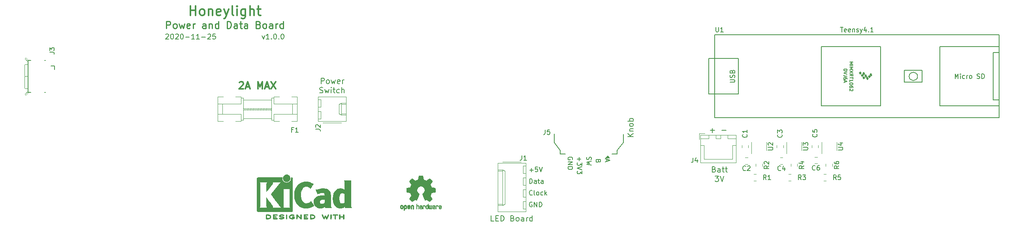
<source format=gto>
G04 #@! TF.GenerationSoftware,KiCad,Pcbnew,(5.1.6-0-10_14)*
G04 #@! TF.CreationDate,2020-11-25T02:11:22-05:00*
G04 #@! TF.ProjectId,power board,706f7765-7220-4626-9f61-72642e6b6963,0.1.0*
G04 #@! TF.SameCoordinates,Original*
G04 #@! TF.FileFunction,Legend,Top*
G04 #@! TF.FilePolarity,Positive*
%FSLAX46Y46*%
G04 Gerber Fmt 4.6, Leading zero omitted, Abs format (unit mm)*
G04 Created by KiCad (PCBNEW (5.1.6-0-10_14)) date 2020-11-25 02:11:22*
%MOMM*%
%LPD*%
G01*
G04 APERTURE LIST*
%ADD10C,0.200000*%
%ADD11C,0.250000*%
%ADD12C,0.300000*%
%ADD13C,0.150000*%
%ADD14C,0.010000*%
%ADD15C,0.120000*%
%ADD16C,0.100000*%
%ADD17R,0.750000X1.160000*%
%ADD18C,1.400000*%
%ADD19C,1.700000*%
%ADD20R,1.700000X1.700000*%
%ADD21C,6.500000*%
%ADD22O,1.800000X2.100000*%
%ADD23O,2.290000X1.840000*%
%ADD24O,2.600000X2.100000*%
%ADD25R,2.000000X2.000000*%
%ADD26R,1.500000X1.700000*%
%ADD27C,2.600000*%
G04 APERTURE END LIST*
D10*
X74998571Y-96264285D02*
X75260476Y-96997619D01*
X75522380Y-96264285D01*
X76517619Y-96997619D02*
X75889047Y-96997619D01*
X76203333Y-96997619D02*
X76203333Y-95897619D01*
X76098571Y-96054761D01*
X75993809Y-96159523D01*
X75889047Y-96211904D01*
X76989047Y-96892857D02*
X77041428Y-96945238D01*
X76989047Y-96997619D01*
X76936666Y-96945238D01*
X76989047Y-96892857D01*
X76989047Y-96997619D01*
X77722380Y-95897619D02*
X77827142Y-95897619D01*
X77931904Y-95950000D01*
X77984285Y-96002380D01*
X78036666Y-96107142D01*
X78089047Y-96316666D01*
X78089047Y-96578571D01*
X78036666Y-96788095D01*
X77984285Y-96892857D01*
X77931904Y-96945238D01*
X77827142Y-96997619D01*
X77722380Y-96997619D01*
X77617619Y-96945238D01*
X77565238Y-96892857D01*
X77512857Y-96788095D01*
X77460476Y-96578571D01*
X77460476Y-96316666D01*
X77512857Y-96107142D01*
X77565238Y-96002380D01*
X77617619Y-95950000D01*
X77722380Y-95897619D01*
X78560476Y-96892857D02*
X78612857Y-96945238D01*
X78560476Y-96997619D01*
X78508095Y-96945238D01*
X78560476Y-96892857D01*
X78560476Y-96997619D01*
X79293809Y-95897619D02*
X79398571Y-95897619D01*
X79503333Y-95950000D01*
X79555714Y-96002380D01*
X79608095Y-96107142D01*
X79660476Y-96316666D01*
X79660476Y-96578571D01*
X79608095Y-96788095D01*
X79555714Y-96892857D01*
X79503333Y-96945238D01*
X79398571Y-96997619D01*
X79293809Y-96997619D01*
X79189047Y-96945238D01*
X79136666Y-96892857D01*
X79084285Y-96788095D01*
X79031904Y-96578571D01*
X79031904Y-96316666D01*
X79084285Y-96107142D01*
X79136666Y-96002380D01*
X79189047Y-95950000D01*
X79293809Y-95897619D01*
X54339523Y-96002380D02*
X54391904Y-95950000D01*
X54496666Y-95897619D01*
X54758571Y-95897619D01*
X54863333Y-95950000D01*
X54915714Y-96002380D01*
X54968095Y-96107142D01*
X54968095Y-96211904D01*
X54915714Y-96369047D01*
X54287142Y-96997619D01*
X54968095Y-96997619D01*
X55649047Y-95897619D02*
X55753809Y-95897619D01*
X55858571Y-95950000D01*
X55910952Y-96002380D01*
X55963333Y-96107142D01*
X56015714Y-96316666D01*
X56015714Y-96578571D01*
X55963333Y-96788095D01*
X55910952Y-96892857D01*
X55858571Y-96945238D01*
X55753809Y-96997619D01*
X55649047Y-96997619D01*
X55544285Y-96945238D01*
X55491904Y-96892857D01*
X55439523Y-96788095D01*
X55387142Y-96578571D01*
X55387142Y-96316666D01*
X55439523Y-96107142D01*
X55491904Y-96002380D01*
X55544285Y-95950000D01*
X55649047Y-95897619D01*
X56434761Y-96002380D02*
X56487142Y-95950000D01*
X56591904Y-95897619D01*
X56853809Y-95897619D01*
X56958571Y-95950000D01*
X57010952Y-96002380D01*
X57063333Y-96107142D01*
X57063333Y-96211904D01*
X57010952Y-96369047D01*
X56382380Y-96997619D01*
X57063333Y-96997619D01*
X57744285Y-95897619D02*
X57849047Y-95897619D01*
X57953809Y-95950000D01*
X58006190Y-96002380D01*
X58058571Y-96107142D01*
X58110952Y-96316666D01*
X58110952Y-96578571D01*
X58058571Y-96788095D01*
X58006190Y-96892857D01*
X57953809Y-96945238D01*
X57849047Y-96997619D01*
X57744285Y-96997619D01*
X57639523Y-96945238D01*
X57587142Y-96892857D01*
X57534761Y-96788095D01*
X57482380Y-96578571D01*
X57482380Y-96316666D01*
X57534761Y-96107142D01*
X57587142Y-96002380D01*
X57639523Y-95950000D01*
X57744285Y-95897619D01*
X58582380Y-96578571D02*
X59420476Y-96578571D01*
X60520476Y-96997619D02*
X59891904Y-96997619D01*
X60206190Y-96997619D02*
X60206190Y-95897619D01*
X60101428Y-96054761D01*
X59996666Y-96159523D01*
X59891904Y-96211904D01*
X61568095Y-96997619D02*
X60939523Y-96997619D01*
X61253809Y-96997619D02*
X61253809Y-95897619D01*
X61149047Y-96054761D01*
X61044285Y-96159523D01*
X60939523Y-96211904D01*
X62039523Y-96578571D02*
X62877619Y-96578571D01*
X63349047Y-96002380D02*
X63401428Y-95950000D01*
X63506190Y-95897619D01*
X63768095Y-95897619D01*
X63872857Y-95950000D01*
X63925238Y-96002380D01*
X63977619Y-96107142D01*
X63977619Y-96211904D01*
X63925238Y-96369047D01*
X63296666Y-96997619D01*
X63977619Y-96997619D01*
X64972857Y-95897619D02*
X64449047Y-95897619D01*
X64396666Y-96421428D01*
X64449047Y-96369047D01*
X64553809Y-96316666D01*
X64815714Y-96316666D01*
X64920476Y-96369047D01*
X64972857Y-96421428D01*
X65025238Y-96526190D01*
X65025238Y-96788095D01*
X64972857Y-96892857D01*
X64920476Y-96945238D01*
X64815714Y-96997619D01*
X64553809Y-96997619D01*
X64449047Y-96945238D01*
X64396666Y-96892857D01*
D11*
X54500000Y-94678571D02*
X54500000Y-93178571D01*
X55071428Y-93178571D01*
X55214285Y-93250000D01*
X55285714Y-93321428D01*
X55357142Y-93464285D01*
X55357142Y-93678571D01*
X55285714Y-93821428D01*
X55214285Y-93892857D01*
X55071428Y-93964285D01*
X54500000Y-93964285D01*
X56214285Y-94678571D02*
X56071428Y-94607142D01*
X56000000Y-94535714D01*
X55928571Y-94392857D01*
X55928571Y-93964285D01*
X56000000Y-93821428D01*
X56071428Y-93750000D01*
X56214285Y-93678571D01*
X56428571Y-93678571D01*
X56571428Y-93750000D01*
X56642857Y-93821428D01*
X56714285Y-93964285D01*
X56714285Y-94392857D01*
X56642857Y-94535714D01*
X56571428Y-94607142D01*
X56428571Y-94678571D01*
X56214285Y-94678571D01*
X57214285Y-93678571D02*
X57500000Y-94678571D01*
X57785714Y-93964285D01*
X58071428Y-94678571D01*
X58357142Y-93678571D01*
X59500000Y-94607142D02*
X59357142Y-94678571D01*
X59071428Y-94678571D01*
X58928571Y-94607142D01*
X58857142Y-94464285D01*
X58857142Y-93892857D01*
X58928571Y-93750000D01*
X59071428Y-93678571D01*
X59357142Y-93678571D01*
X59500000Y-93750000D01*
X59571428Y-93892857D01*
X59571428Y-94035714D01*
X58857142Y-94178571D01*
X60214285Y-94678571D02*
X60214285Y-93678571D01*
X60214285Y-93964285D02*
X60285714Y-93821428D01*
X60357142Y-93750000D01*
X60500000Y-93678571D01*
X60642857Y-93678571D01*
X62928571Y-94678571D02*
X62928571Y-93892857D01*
X62857142Y-93750000D01*
X62714285Y-93678571D01*
X62428571Y-93678571D01*
X62285714Y-93750000D01*
X62928571Y-94607142D02*
X62785714Y-94678571D01*
X62428571Y-94678571D01*
X62285714Y-94607142D01*
X62214285Y-94464285D01*
X62214285Y-94321428D01*
X62285714Y-94178571D01*
X62428571Y-94107142D01*
X62785714Y-94107142D01*
X62928571Y-94035714D01*
X63642857Y-93678571D02*
X63642857Y-94678571D01*
X63642857Y-93821428D02*
X63714285Y-93750000D01*
X63857142Y-93678571D01*
X64071428Y-93678571D01*
X64214285Y-93750000D01*
X64285714Y-93892857D01*
X64285714Y-94678571D01*
X65642857Y-94678571D02*
X65642857Y-93178571D01*
X65642857Y-94607142D02*
X65500000Y-94678571D01*
X65214285Y-94678571D01*
X65071428Y-94607142D01*
X65000000Y-94535714D01*
X64928571Y-94392857D01*
X64928571Y-93964285D01*
X65000000Y-93821428D01*
X65071428Y-93750000D01*
X65214285Y-93678571D01*
X65500000Y-93678571D01*
X65642857Y-93750000D01*
X67500000Y-94678571D02*
X67500000Y-93178571D01*
X67857142Y-93178571D01*
X68071428Y-93250000D01*
X68214285Y-93392857D01*
X68285714Y-93535714D01*
X68357142Y-93821428D01*
X68357142Y-94035714D01*
X68285714Y-94321428D01*
X68214285Y-94464285D01*
X68071428Y-94607142D01*
X67857142Y-94678571D01*
X67500000Y-94678571D01*
X69642857Y-94678571D02*
X69642857Y-93892857D01*
X69571428Y-93750000D01*
X69428571Y-93678571D01*
X69142857Y-93678571D01*
X69000000Y-93750000D01*
X69642857Y-94607142D02*
X69500000Y-94678571D01*
X69142857Y-94678571D01*
X69000000Y-94607142D01*
X68928571Y-94464285D01*
X68928571Y-94321428D01*
X69000000Y-94178571D01*
X69142857Y-94107142D01*
X69500000Y-94107142D01*
X69642857Y-94035714D01*
X70142857Y-93678571D02*
X70714285Y-93678571D01*
X70357142Y-93178571D02*
X70357142Y-94464285D01*
X70428571Y-94607142D01*
X70571428Y-94678571D01*
X70714285Y-94678571D01*
X71857142Y-94678571D02*
X71857142Y-93892857D01*
X71785714Y-93750000D01*
X71642857Y-93678571D01*
X71357142Y-93678571D01*
X71214285Y-93750000D01*
X71857142Y-94607142D02*
X71714285Y-94678571D01*
X71357142Y-94678571D01*
X71214285Y-94607142D01*
X71142857Y-94464285D01*
X71142857Y-94321428D01*
X71214285Y-94178571D01*
X71357142Y-94107142D01*
X71714285Y-94107142D01*
X71857142Y-94035714D01*
X74214285Y-93892857D02*
X74428571Y-93964285D01*
X74500000Y-94035714D01*
X74571428Y-94178571D01*
X74571428Y-94392857D01*
X74500000Y-94535714D01*
X74428571Y-94607142D01*
X74285714Y-94678571D01*
X73714285Y-94678571D01*
X73714285Y-93178571D01*
X74214285Y-93178571D01*
X74357142Y-93250000D01*
X74428571Y-93321428D01*
X74500000Y-93464285D01*
X74500000Y-93607142D01*
X74428571Y-93750000D01*
X74357142Y-93821428D01*
X74214285Y-93892857D01*
X73714285Y-93892857D01*
X75428571Y-94678571D02*
X75285714Y-94607142D01*
X75214285Y-94535714D01*
X75142857Y-94392857D01*
X75142857Y-93964285D01*
X75214285Y-93821428D01*
X75285714Y-93750000D01*
X75428571Y-93678571D01*
X75642857Y-93678571D01*
X75785714Y-93750000D01*
X75857142Y-93821428D01*
X75928571Y-93964285D01*
X75928571Y-94392857D01*
X75857142Y-94535714D01*
X75785714Y-94607142D01*
X75642857Y-94678571D01*
X75428571Y-94678571D01*
X77214285Y-94678571D02*
X77214285Y-93892857D01*
X77142857Y-93750000D01*
X77000000Y-93678571D01*
X76714285Y-93678571D01*
X76571428Y-93750000D01*
X77214285Y-94607142D02*
X77071428Y-94678571D01*
X76714285Y-94678571D01*
X76571428Y-94607142D01*
X76500000Y-94464285D01*
X76500000Y-94321428D01*
X76571428Y-94178571D01*
X76714285Y-94107142D01*
X77071428Y-94107142D01*
X77214285Y-94035714D01*
X77928571Y-94678571D02*
X77928571Y-93678571D01*
X77928571Y-93964285D02*
X78000000Y-93821428D01*
X78071428Y-93750000D01*
X78214285Y-93678571D01*
X78357142Y-93678571D01*
X79500000Y-94678571D02*
X79500000Y-93178571D01*
X79500000Y-94607142D02*
X79357142Y-94678571D01*
X79071428Y-94678571D01*
X78928571Y-94607142D01*
X78857142Y-94535714D01*
X78785714Y-94392857D01*
X78785714Y-93964285D01*
X78857142Y-93821428D01*
X78928571Y-93750000D01*
X79071428Y-93678571D01*
X79357142Y-93678571D01*
X79500000Y-93750000D01*
D12*
X59619047Y-91904761D02*
X59619047Y-89904761D01*
X59619047Y-90857142D02*
X60761904Y-90857142D01*
X60761904Y-91904761D02*
X60761904Y-89904761D01*
X62000000Y-91904761D02*
X61809523Y-91809523D01*
X61714285Y-91714285D01*
X61619047Y-91523809D01*
X61619047Y-90952380D01*
X61714285Y-90761904D01*
X61809523Y-90666666D01*
X62000000Y-90571428D01*
X62285714Y-90571428D01*
X62476190Y-90666666D01*
X62571428Y-90761904D01*
X62666666Y-90952380D01*
X62666666Y-91523809D01*
X62571428Y-91714285D01*
X62476190Y-91809523D01*
X62285714Y-91904761D01*
X62000000Y-91904761D01*
X63523809Y-90571428D02*
X63523809Y-91904761D01*
X63523809Y-90761904D02*
X63619047Y-90666666D01*
X63809523Y-90571428D01*
X64095238Y-90571428D01*
X64285714Y-90666666D01*
X64380952Y-90857142D01*
X64380952Y-91904761D01*
X66095238Y-91809523D02*
X65904761Y-91904761D01*
X65523809Y-91904761D01*
X65333333Y-91809523D01*
X65238095Y-91619047D01*
X65238095Y-90857142D01*
X65333333Y-90666666D01*
X65523809Y-90571428D01*
X65904761Y-90571428D01*
X66095238Y-90666666D01*
X66190476Y-90857142D01*
X66190476Y-91047619D01*
X65238095Y-91238095D01*
X66857142Y-90571428D02*
X67333333Y-91904761D01*
X67809523Y-90571428D02*
X67333333Y-91904761D01*
X67142857Y-92380952D01*
X67047619Y-92476190D01*
X66857142Y-92571428D01*
X68857142Y-91904761D02*
X68666666Y-91809523D01*
X68571428Y-91619047D01*
X68571428Y-89904761D01*
X69619047Y-91904761D02*
X69619047Y-90571428D01*
X69619047Y-89904761D02*
X69523809Y-90000000D01*
X69619047Y-90095238D01*
X69714285Y-90000000D01*
X69619047Y-89904761D01*
X69619047Y-90095238D01*
X71428571Y-90571428D02*
X71428571Y-92190476D01*
X71333333Y-92380952D01*
X71238095Y-92476190D01*
X71047619Y-92571428D01*
X70761904Y-92571428D01*
X70571428Y-92476190D01*
X71428571Y-91809523D02*
X71238095Y-91904761D01*
X70857142Y-91904761D01*
X70666666Y-91809523D01*
X70571428Y-91714285D01*
X70476190Y-91523809D01*
X70476190Y-90952380D01*
X70571428Y-90761904D01*
X70666666Y-90666666D01*
X70857142Y-90571428D01*
X71238095Y-90571428D01*
X71428571Y-90666666D01*
X72380952Y-91904761D02*
X72380952Y-89904761D01*
X73238095Y-91904761D02*
X73238095Y-90857142D01*
X73142857Y-90666666D01*
X72952380Y-90571428D01*
X72666666Y-90571428D01*
X72476190Y-90666666D01*
X72380952Y-90761904D01*
X73904761Y-90571428D02*
X74666666Y-90571428D01*
X74190476Y-89904761D02*
X74190476Y-91619047D01*
X74285714Y-91809523D01*
X74476190Y-91904761D01*
X74666666Y-91904761D01*
D10*
X87628571Y-106542857D02*
X87628571Y-105342857D01*
X88085714Y-105342857D01*
X88200000Y-105400000D01*
X88257142Y-105457142D01*
X88314285Y-105571428D01*
X88314285Y-105742857D01*
X88257142Y-105857142D01*
X88200000Y-105914285D01*
X88085714Y-105971428D01*
X87628571Y-105971428D01*
X89000000Y-106542857D02*
X88885714Y-106485714D01*
X88828571Y-106428571D01*
X88771428Y-106314285D01*
X88771428Y-105971428D01*
X88828571Y-105857142D01*
X88885714Y-105800000D01*
X89000000Y-105742857D01*
X89171428Y-105742857D01*
X89285714Y-105800000D01*
X89342857Y-105857142D01*
X89400000Y-105971428D01*
X89400000Y-106314285D01*
X89342857Y-106428571D01*
X89285714Y-106485714D01*
X89171428Y-106542857D01*
X89000000Y-106542857D01*
X89800000Y-105742857D02*
X90028571Y-106542857D01*
X90257142Y-105971428D01*
X90485714Y-106542857D01*
X90714285Y-105742857D01*
X91628571Y-106485714D02*
X91514285Y-106542857D01*
X91285714Y-106542857D01*
X91171428Y-106485714D01*
X91114285Y-106371428D01*
X91114285Y-105914285D01*
X91171428Y-105800000D01*
X91285714Y-105742857D01*
X91514285Y-105742857D01*
X91628571Y-105800000D01*
X91685714Y-105914285D01*
X91685714Y-106028571D01*
X91114285Y-106142857D01*
X92200000Y-106542857D02*
X92200000Y-105742857D01*
X92200000Y-105971428D02*
X92257142Y-105857142D01*
X92314285Y-105800000D01*
X92428571Y-105742857D01*
X92542857Y-105742857D01*
X87342857Y-108485714D02*
X87514285Y-108542857D01*
X87800000Y-108542857D01*
X87914285Y-108485714D01*
X87971428Y-108428571D01*
X88028571Y-108314285D01*
X88028571Y-108200000D01*
X87971428Y-108085714D01*
X87914285Y-108028571D01*
X87800000Y-107971428D01*
X87571428Y-107914285D01*
X87457142Y-107857142D01*
X87400000Y-107800000D01*
X87342857Y-107685714D01*
X87342857Y-107571428D01*
X87400000Y-107457142D01*
X87457142Y-107400000D01*
X87571428Y-107342857D01*
X87857142Y-107342857D01*
X88028571Y-107400000D01*
X88428571Y-107742857D02*
X88657142Y-108542857D01*
X88885714Y-107971428D01*
X89114285Y-108542857D01*
X89342857Y-107742857D01*
X89800000Y-108542857D02*
X89800000Y-107742857D01*
X89800000Y-107342857D02*
X89742857Y-107400000D01*
X89800000Y-107457142D01*
X89857142Y-107400000D01*
X89800000Y-107342857D01*
X89800000Y-107457142D01*
X90200000Y-107742857D02*
X90657142Y-107742857D01*
X90371428Y-107342857D02*
X90371428Y-108371428D01*
X90428571Y-108485714D01*
X90542857Y-108542857D01*
X90657142Y-108542857D01*
X91571428Y-108485714D02*
X91457142Y-108542857D01*
X91228571Y-108542857D01*
X91114285Y-108485714D01*
X91057142Y-108428571D01*
X91000000Y-108314285D01*
X91000000Y-107971428D01*
X91057142Y-107857142D01*
X91114285Y-107800000D01*
X91228571Y-107742857D01*
X91457142Y-107742857D01*
X91571428Y-107800000D01*
X92085714Y-108542857D02*
X92085714Y-107342857D01*
X92600000Y-108542857D02*
X92600000Y-107914285D01*
X92542857Y-107800000D01*
X92428571Y-107742857D01*
X92257142Y-107742857D01*
X92142857Y-107800000D01*
X92085714Y-107857142D01*
D13*
X141500000Y-122859404D02*
X141547619Y-122764166D01*
X141547619Y-122621309D01*
X141500000Y-122478452D01*
X141404761Y-122383214D01*
X141309523Y-122335595D01*
X141119047Y-122287976D01*
X140976190Y-122287976D01*
X140785714Y-122335595D01*
X140690476Y-122383214D01*
X140595238Y-122478452D01*
X140547619Y-122621309D01*
X140547619Y-122716547D01*
X140595238Y-122859404D01*
X140642857Y-122907023D01*
X140976190Y-122907023D01*
X140976190Y-122716547D01*
X140547619Y-123335595D02*
X141547619Y-123335595D01*
X140547619Y-123907023D01*
X141547619Y-123907023D01*
X140547619Y-124383214D02*
X141547619Y-124383214D01*
X141547619Y-124621309D01*
X141500000Y-124764166D01*
X141404761Y-124859404D01*
X141309523Y-124907023D01*
X141119047Y-124954642D01*
X140976190Y-124954642D01*
X140785714Y-124907023D01*
X140690476Y-124859404D01*
X140595238Y-124764166D01*
X140547619Y-124621309D01*
X140547619Y-124383214D01*
X148833333Y-122787976D02*
X148833333Y-123264166D01*
X148547619Y-122692738D02*
X149547619Y-123026071D01*
X148547619Y-123359404D01*
X147071428Y-123168928D02*
X147023809Y-123311785D01*
X146976190Y-123359404D01*
X146880952Y-123407023D01*
X146738095Y-123407023D01*
X146642857Y-123359404D01*
X146595238Y-123311785D01*
X146547619Y-123216547D01*
X146547619Y-122835595D01*
X147547619Y-122835595D01*
X147547619Y-123168928D01*
X147500000Y-123264166D01*
X147452380Y-123311785D01*
X147357142Y-123359404D01*
X147261904Y-123359404D01*
X147166666Y-123311785D01*
X147119047Y-123264166D01*
X147071428Y-123168928D01*
X147071428Y-122835595D01*
X144595238Y-122287976D02*
X144547619Y-122430833D01*
X144547619Y-122668928D01*
X144595238Y-122764166D01*
X144642857Y-122811785D01*
X144738095Y-122859404D01*
X144833333Y-122859404D01*
X144928571Y-122811785D01*
X144976190Y-122764166D01*
X145023809Y-122668928D01*
X145071428Y-122478452D01*
X145119047Y-122383214D01*
X145166666Y-122335595D01*
X145261904Y-122287976D01*
X145357142Y-122287976D01*
X145452380Y-122335595D01*
X145500000Y-122383214D01*
X145547619Y-122478452D01*
X145547619Y-122716547D01*
X145500000Y-122859404D01*
X145547619Y-123192738D02*
X144547619Y-123430833D01*
X145261904Y-123621309D01*
X144547619Y-123811785D01*
X145547619Y-124049880D01*
X142928571Y-122335595D02*
X142928571Y-123097500D01*
X142547619Y-122716547D02*
X143309523Y-122716547D01*
X143547619Y-123478452D02*
X143547619Y-124097500D01*
X143166666Y-123764166D01*
X143166666Y-123907023D01*
X143119047Y-124002261D01*
X143071428Y-124049880D01*
X142976190Y-124097500D01*
X142738095Y-124097500D01*
X142642857Y-124049880D01*
X142595238Y-124002261D01*
X142547619Y-123907023D01*
X142547619Y-123621309D01*
X142595238Y-123526071D01*
X142642857Y-123478452D01*
X143547619Y-124383214D02*
X142547619Y-124716547D01*
X143547619Y-125049880D01*
X143547619Y-125287976D02*
X143547619Y-125907023D01*
X143166666Y-125573690D01*
X143166666Y-125716547D01*
X143119047Y-125811785D01*
X143071428Y-125859404D01*
X142976190Y-125907023D01*
X142738095Y-125907023D01*
X142642857Y-125859404D01*
X142595238Y-125811785D01*
X142547619Y-125716547D01*
X142547619Y-125430833D01*
X142595238Y-125335595D01*
X142642857Y-125287976D01*
X132859404Y-132000000D02*
X132764166Y-131952380D01*
X132621309Y-131952380D01*
X132478452Y-132000000D01*
X132383214Y-132095238D01*
X132335595Y-132190476D01*
X132287976Y-132380952D01*
X132287976Y-132523809D01*
X132335595Y-132714285D01*
X132383214Y-132809523D01*
X132478452Y-132904761D01*
X132621309Y-132952380D01*
X132716547Y-132952380D01*
X132859404Y-132904761D01*
X132907023Y-132857142D01*
X132907023Y-132523809D01*
X132716547Y-132523809D01*
X133335595Y-132952380D02*
X133335595Y-131952380D01*
X133907023Y-132952380D01*
X133907023Y-131952380D01*
X134383214Y-132952380D02*
X134383214Y-131952380D01*
X134621309Y-131952380D01*
X134764166Y-132000000D01*
X134859404Y-132095238D01*
X134907023Y-132190476D01*
X134954642Y-132380952D01*
X134954642Y-132523809D01*
X134907023Y-132714285D01*
X134859404Y-132809523D01*
X134764166Y-132904761D01*
X134621309Y-132952380D01*
X134383214Y-132952380D01*
X132907023Y-130357142D02*
X132859404Y-130404761D01*
X132716547Y-130452380D01*
X132621309Y-130452380D01*
X132478452Y-130404761D01*
X132383214Y-130309523D01*
X132335595Y-130214285D01*
X132287976Y-130023809D01*
X132287976Y-129880952D01*
X132335595Y-129690476D01*
X132383214Y-129595238D01*
X132478452Y-129500000D01*
X132621309Y-129452380D01*
X132716547Y-129452380D01*
X132859404Y-129500000D01*
X132907023Y-129547619D01*
X133478452Y-130452380D02*
X133383214Y-130404761D01*
X133335595Y-130309523D01*
X133335595Y-129452380D01*
X134002261Y-130452380D02*
X133907023Y-130404761D01*
X133859404Y-130357142D01*
X133811785Y-130261904D01*
X133811785Y-129976190D01*
X133859404Y-129880952D01*
X133907023Y-129833333D01*
X134002261Y-129785714D01*
X134145119Y-129785714D01*
X134240357Y-129833333D01*
X134287976Y-129880952D01*
X134335595Y-129976190D01*
X134335595Y-130261904D01*
X134287976Y-130357142D01*
X134240357Y-130404761D01*
X134145119Y-130452380D01*
X134002261Y-130452380D01*
X135192738Y-130404761D02*
X135097500Y-130452380D01*
X134907023Y-130452380D01*
X134811785Y-130404761D01*
X134764166Y-130357142D01*
X134716547Y-130261904D01*
X134716547Y-129976190D01*
X134764166Y-129880952D01*
X134811785Y-129833333D01*
X134907023Y-129785714D01*
X135097500Y-129785714D01*
X135192738Y-129833333D01*
X135621309Y-130452380D02*
X135621309Y-129452380D01*
X135716547Y-130071428D02*
X136002261Y-130452380D01*
X136002261Y-129785714D02*
X135621309Y-130166666D01*
X132335595Y-127952380D02*
X132335595Y-126952380D01*
X132573690Y-126952380D01*
X132716547Y-127000000D01*
X132811785Y-127095238D01*
X132859404Y-127190476D01*
X132907023Y-127380952D01*
X132907023Y-127523809D01*
X132859404Y-127714285D01*
X132811785Y-127809523D01*
X132716547Y-127904761D01*
X132573690Y-127952380D01*
X132335595Y-127952380D01*
X133764166Y-127952380D02*
X133764166Y-127428571D01*
X133716547Y-127333333D01*
X133621309Y-127285714D01*
X133430833Y-127285714D01*
X133335595Y-127333333D01*
X133764166Y-127904761D02*
X133668928Y-127952380D01*
X133430833Y-127952380D01*
X133335595Y-127904761D01*
X133287976Y-127809523D01*
X133287976Y-127714285D01*
X133335595Y-127619047D01*
X133430833Y-127571428D01*
X133668928Y-127571428D01*
X133764166Y-127523809D01*
X134097500Y-127285714D02*
X134478452Y-127285714D01*
X134240357Y-126952380D02*
X134240357Y-127809523D01*
X134287976Y-127904761D01*
X134383214Y-127952380D01*
X134478452Y-127952380D01*
X135240357Y-127952380D02*
X135240357Y-127428571D01*
X135192738Y-127333333D01*
X135097500Y-127285714D01*
X134907023Y-127285714D01*
X134811785Y-127333333D01*
X135240357Y-127904761D02*
X135145119Y-127952380D01*
X134907023Y-127952380D01*
X134811785Y-127904761D01*
X134764166Y-127809523D01*
X134764166Y-127714285D01*
X134811785Y-127619047D01*
X134907023Y-127571428D01*
X135145119Y-127571428D01*
X135240357Y-127523809D01*
X132335595Y-125071428D02*
X133097500Y-125071428D01*
X132716547Y-125452380D02*
X132716547Y-124690476D01*
X134049880Y-124452380D02*
X133573690Y-124452380D01*
X133526071Y-124928571D01*
X133573690Y-124880952D01*
X133668928Y-124833333D01*
X133907023Y-124833333D01*
X134002261Y-124880952D01*
X134049880Y-124928571D01*
X134097500Y-125023809D01*
X134097500Y-125261904D01*
X134049880Y-125357142D01*
X134002261Y-125404761D01*
X133907023Y-125452380D01*
X133668928Y-125452380D01*
X133573690Y-125404761D01*
X133526071Y-125357142D01*
X134383214Y-124452380D02*
X134716547Y-125452380D01*
X135049880Y-124452380D01*
D10*
X172085714Y-126342857D02*
X172828571Y-126342857D01*
X172428571Y-126800000D01*
X172600000Y-126800000D01*
X172714285Y-126857142D01*
X172771428Y-126914285D01*
X172828571Y-127028571D01*
X172828571Y-127314285D01*
X172771428Y-127428571D01*
X172714285Y-127485714D01*
X172600000Y-127542857D01*
X172257142Y-127542857D01*
X172142857Y-127485714D01*
X172085714Y-127428571D01*
X173171428Y-126342857D02*
X173571428Y-127542857D01*
X173971428Y-126342857D01*
X174457142Y-116585714D02*
X173542857Y-116585714D01*
D12*
X70142857Y-106321428D02*
X70214285Y-106250000D01*
X70357142Y-106178571D01*
X70714285Y-106178571D01*
X70857142Y-106250000D01*
X70928571Y-106321428D01*
X71000000Y-106464285D01*
X71000000Y-106607142D01*
X70928571Y-106821428D01*
X70071428Y-107678571D01*
X71000000Y-107678571D01*
X71571428Y-107250000D02*
X72285714Y-107250000D01*
X71428571Y-107678571D02*
X71928571Y-106178571D01*
X72428571Y-107678571D01*
X74071428Y-107678571D02*
X74071428Y-106178571D01*
X74571428Y-107250000D01*
X75071428Y-106178571D01*
X75071428Y-107678571D01*
X75714285Y-107250000D02*
X76428571Y-107250000D01*
X75571428Y-107678571D02*
X76071428Y-106178571D01*
X76571428Y-107678571D01*
X76928571Y-106178571D02*
X77928571Y-107678571D01*
X77928571Y-106178571D02*
X76928571Y-107678571D01*
D10*
X171957142Y-116585714D02*
X171042857Y-116585714D01*
X171500000Y-117042857D02*
X171500000Y-116128571D01*
D14*
G04 #@! TO.C,REF\u002A\u002A*
G36*
X105768886Y-132584505D02*
G01*
X105843539Y-132621727D01*
X105909431Y-132690261D01*
X105927577Y-132715648D01*
X105947345Y-132748866D01*
X105960172Y-132784945D01*
X105967510Y-132833098D01*
X105970813Y-132902536D01*
X105971538Y-132994206D01*
X105968263Y-133119830D01*
X105956877Y-133214154D01*
X105935041Y-133284523D01*
X105900419Y-133338286D01*
X105850670Y-133382788D01*
X105847014Y-133385423D01*
X105797985Y-133412377D01*
X105738945Y-133425712D01*
X105663859Y-133429000D01*
X105541795Y-133429000D01*
X105541744Y-133547497D01*
X105540608Y-133613492D01*
X105533686Y-133652202D01*
X105515598Y-133675419D01*
X105480962Y-133694933D01*
X105472645Y-133698920D01*
X105433720Y-133717603D01*
X105403583Y-133729403D01*
X105381174Y-133730422D01*
X105365433Y-133716761D01*
X105355302Y-133684522D01*
X105349723Y-133629804D01*
X105347635Y-133548711D01*
X105347981Y-133437344D01*
X105349700Y-133291802D01*
X105350237Y-133248269D01*
X105352172Y-133098205D01*
X105353904Y-133000042D01*
X105541692Y-133000042D01*
X105542748Y-133083364D01*
X105547438Y-133137880D01*
X105558051Y-133173837D01*
X105576872Y-133201482D01*
X105589650Y-133214965D01*
X105641890Y-133254417D01*
X105688142Y-133257628D01*
X105735867Y-133225049D01*
X105737077Y-133223846D01*
X105756494Y-133198668D01*
X105768307Y-133164447D01*
X105774265Y-133111748D01*
X105776120Y-133031131D01*
X105776154Y-133013271D01*
X105771670Y-132902175D01*
X105757074Y-132825161D01*
X105730650Y-132778147D01*
X105690683Y-132757050D01*
X105667584Y-132754923D01*
X105612762Y-132764900D01*
X105575158Y-132797752D01*
X105552523Y-132857857D01*
X105542606Y-132949598D01*
X105541692Y-133000042D01*
X105353904Y-133000042D01*
X105354222Y-132982060D01*
X105356873Y-132894679D01*
X105360606Y-132830905D01*
X105365907Y-132785582D01*
X105373258Y-132753555D01*
X105383143Y-132729668D01*
X105396046Y-132708764D01*
X105401579Y-132700898D01*
X105474969Y-132626595D01*
X105567760Y-132584467D01*
X105675096Y-132572722D01*
X105768886Y-132584505D01*
G37*
X105768886Y-132584505D02*
X105843539Y-132621727D01*
X105909431Y-132690261D01*
X105927577Y-132715648D01*
X105947345Y-132748866D01*
X105960172Y-132784945D01*
X105967510Y-132833098D01*
X105970813Y-132902536D01*
X105971538Y-132994206D01*
X105968263Y-133119830D01*
X105956877Y-133214154D01*
X105935041Y-133284523D01*
X105900419Y-133338286D01*
X105850670Y-133382788D01*
X105847014Y-133385423D01*
X105797985Y-133412377D01*
X105738945Y-133425712D01*
X105663859Y-133429000D01*
X105541795Y-133429000D01*
X105541744Y-133547497D01*
X105540608Y-133613492D01*
X105533686Y-133652202D01*
X105515598Y-133675419D01*
X105480962Y-133694933D01*
X105472645Y-133698920D01*
X105433720Y-133717603D01*
X105403583Y-133729403D01*
X105381174Y-133730422D01*
X105365433Y-133716761D01*
X105355302Y-133684522D01*
X105349723Y-133629804D01*
X105347635Y-133548711D01*
X105347981Y-133437344D01*
X105349700Y-133291802D01*
X105350237Y-133248269D01*
X105352172Y-133098205D01*
X105353904Y-133000042D01*
X105541692Y-133000042D01*
X105542748Y-133083364D01*
X105547438Y-133137880D01*
X105558051Y-133173837D01*
X105576872Y-133201482D01*
X105589650Y-133214965D01*
X105641890Y-133254417D01*
X105688142Y-133257628D01*
X105735867Y-133225049D01*
X105737077Y-133223846D01*
X105756494Y-133198668D01*
X105768307Y-133164447D01*
X105774265Y-133111748D01*
X105776120Y-133031131D01*
X105776154Y-133013271D01*
X105771670Y-132902175D01*
X105757074Y-132825161D01*
X105730650Y-132778147D01*
X105690683Y-132757050D01*
X105667584Y-132754923D01*
X105612762Y-132764900D01*
X105575158Y-132797752D01*
X105552523Y-132857857D01*
X105542606Y-132949598D01*
X105541692Y-133000042D01*
X105353904Y-133000042D01*
X105354222Y-132982060D01*
X105356873Y-132894679D01*
X105360606Y-132830905D01*
X105365907Y-132785582D01*
X105373258Y-132753555D01*
X105383143Y-132729668D01*
X105396046Y-132708764D01*
X105401579Y-132700898D01*
X105474969Y-132626595D01*
X105567760Y-132584467D01*
X105675096Y-132572722D01*
X105768886Y-132584505D01*
G36*
X107271664Y-132595089D02*
G01*
X107334367Y-132631358D01*
X107377961Y-132667358D01*
X107409845Y-132705075D01*
X107431810Y-132751199D01*
X107445649Y-132812421D01*
X107453153Y-132895431D01*
X107456117Y-133006919D01*
X107456461Y-133087062D01*
X107456461Y-133382065D01*
X107290385Y-133456515D01*
X107280615Y-133133402D01*
X107276579Y-133012729D01*
X107272344Y-132925141D01*
X107267097Y-132864650D01*
X107260025Y-132825268D01*
X107250311Y-132801007D01*
X107237144Y-132785880D01*
X107232919Y-132782606D01*
X107168909Y-132757034D01*
X107104208Y-132767153D01*
X107065692Y-132794000D01*
X107050025Y-132813024D01*
X107039180Y-132837988D01*
X107032288Y-132875834D01*
X107028479Y-132933502D01*
X107026883Y-133017935D01*
X107026615Y-133105928D01*
X107026563Y-133216323D01*
X107024672Y-133294463D01*
X107018345Y-133347165D01*
X107004983Y-133381242D01*
X106981985Y-133403511D01*
X106946754Y-133420787D01*
X106899697Y-133438738D01*
X106848303Y-133458278D01*
X106854421Y-133111485D01*
X106856884Y-132986468D01*
X106859767Y-132894082D01*
X106863898Y-132827881D01*
X106870107Y-132781420D01*
X106879226Y-132748256D01*
X106892083Y-132721944D01*
X106907584Y-132698729D01*
X106982371Y-132624569D01*
X107073628Y-132581684D01*
X107172883Y-132571412D01*
X107271664Y-132595089D01*
G37*
X107271664Y-132595089D02*
X107334367Y-132631358D01*
X107377961Y-132667358D01*
X107409845Y-132705075D01*
X107431810Y-132751199D01*
X107445649Y-132812421D01*
X107453153Y-132895431D01*
X107456117Y-133006919D01*
X107456461Y-133087062D01*
X107456461Y-133382065D01*
X107290385Y-133456515D01*
X107280615Y-133133402D01*
X107276579Y-133012729D01*
X107272344Y-132925141D01*
X107267097Y-132864650D01*
X107260025Y-132825268D01*
X107250311Y-132801007D01*
X107237144Y-132785880D01*
X107232919Y-132782606D01*
X107168909Y-132757034D01*
X107104208Y-132767153D01*
X107065692Y-132794000D01*
X107050025Y-132813024D01*
X107039180Y-132837988D01*
X107032288Y-132875834D01*
X107028479Y-132933502D01*
X107026883Y-133017935D01*
X107026615Y-133105928D01*
X107026563Y-133216323D01*
X107024672Y-133294463D01*
X107018345Y-133347165D01*
X107004983Y-133381242D01*
X106981985Y-133403511D01*
X106946754Y-133420787D01*
X106899697Y-133438738D01*
X106848303Y-133458278D01*
X106854421Y-133111485D01*
X106856884Y-132986468D01*
X106859767Y-132894082D01*
X106863898Y-132827881D01*
X106870107Y-132781420D01*
X106879226Y-132748256D01*
X106892083Y-132721944D01*
X106907584Y-132698729D01*
X106982371Y-132624569D01*
X107073628Y-132581684D01*
X107172883Y-132571412D01*
X107271664Y-132595089D01*
G36*
X105016886Y-132587256D02*
G01*
X105108464Y-132635409D01*
X105176049Y-132712905D01*
X105200057Y-132762727D01*
X105218738Y-132837533D01*
X105228301Y-132932052D01*
X105229208Y-133035210D01*
X105221921Y-133135935D01*
X105206903Y-133223153D01*
X105184615Y-133285791D01*
X105177765Y-133296579D01*
X105096632Y-133377105D01*
X105000266Y-133425336D01*
X104895701Y-133439450D01*
X104789968Y-133417629D01*
X104760543Y-133404547D01*
X104703241Y-133364231D01*
X104652950Y-133310775D01*
X104648197Y-133303995D01*
X104628878Y-133271321D01*
X104616108Y-133236394D01*
X104608564Y-133190414D01*
X104604924Y-133124584D01*
X104603865Y-133030105D01*
X104603846Y-133008923D01*
X104603894Y-133002182D01*
X104799231Y-133002182D01*
X104800368Y-133091349D01*
X104804841Y-133150520D01*
X104814246Y-133188741D01*
X104830176Y-133215053D01*
X104838308Y-133223846D01*
X104885058Y-133257261D01*
X104930447Y-133255737D01*
X104976340Y-133226752D01*
X105003712Y-133195809D01*
X105019923Y-133150643D01*
X105029026Y-133079420D01*
X105029651Y-133071114D01*
X105031204Y-132942037D01*
X105014965Y-132846172D01*
X104981152Y-132784107D01*
X104929984Y-132756432D01*
X104911720Y-132754923D01*
X104863760Y-132762513D01*
X104830953Y-132788808D01*
X104810895Y-132839095D01*
X104801178Y-132918664D01*
X104799231Y-133002182D01*
X104603894Y-133002182D01*
X104604574Y-132908249D01*
X104607629Y-132837906D01*
X104614322Y-132789163D01*
X104625960Y-132753288D01*
X104643853Y-132721548D01*
X104647808Y-132715648D01*
X104714267Y-132636104D01*
X104786685Y-132589929D01*
X104874849Y-132571599D01*
X104904787Y-132570703D01*
X105016886Y-132587256D01*
G37*
X105016886Y-132587256D02*
X105108464Y-132635409D01*
X105176049Y-132712905D01*
X105200057Y-132762727D01*
X105218738Y-132837533D01*
X105228301Y-132932052D01*
X105229208Y-133035210D01*
X105221921Y-133135935D01*
X105206903Y-133223153D01*
X105184615Y-133285791D01*
X105177765Y-133296579D01*
X105096632Y-133377105D01*
X105000266Y-133425336D01*
X104895701Y-133439450D01*
X104789968Y-133417629D01*
X104760543Y-133404547D01*
X104703241Y-133364231D01*
X104652950Y-133310775D01*
X104648197Y-133303995D01*
X104628878Y-133271321D01*
X104616108Y-133236394D01*
X104608564Y-133190414D01*
X104604924Y-133124584D01*
X104603865Y-133030105D01*
X104603846Y-133008923D01*
X104603894Y-133002182D01*
X104799231Y-133002182D01*
X104800368Y-133091349D01*
X104804841Y-133150520D01*
X104814246Y-133188741D01*
X104830176Y-133215053D01*
X104838308Y-133223846D01*
X104885058Y-133257261D01*
X104930447Y-133255737D01*
X104976340Y-133226752D01*
X105003712Y-133195809D01*
X105019923Y-133150643D01*
X105029026Y-133079420D01*
X105029651Y-133071114D01*
X105031204Y-132942037D01*
X105014965Y-132846172D01*
X104981152Y-132784107D01*
X104929984Y-132756432D01*
X104911720Y-132754923D01*
X104863760Y-132762513D01*
X104830953Y-132788808D01*
X104810895Y-132839095D01*
X104801178Y-132918664D01*
X104799231Y-133002182D01*
X104603894Y-133002182D01*
X104604574Y-132908249D01*
X104607629Y-132837906D01*
X104614322Y-132789163D01*
X104625960Y-132753288D01*
X104643853Y-132721548D01*
X104647808Y-132715648D01*
X104714267Y-132636104D01*
X104786685Y-132589929D01*
X104874849Y-132571599D01*
X104904787Y-132570703D01*
X105016886Y-132587256D01*
G36*
X106534254Y-132599745D02*
G01*
X106611286Y-132651567D01*
X106670816Y-132726412D01*
X106706378Y-132821654D01*
X106713571Y-132891756D01*
X106712754Y-132921009D01*
X106705914Y-132943407D01*
X106687112Y-132963474D01*
X106650408Y-132985733D01*
X106589862Y-133014709D01*
X106499534Y-133054927D01*
X106499077Y-133055129D01*
X106415933Y-133093210D01*
X106347753Y-133127025D01*
X106301505Y-133152933D01*
X106284158Y-133167295D01*
X106284154Y-133167411D01*
X106299443Y-133198685D01*
X106335196Y-133233157D01*
X106376242Y-133257990D01*
X106397037Y-133262923D01*
X106453770Y-133245862D01*
X106502627Y-133203133D01*
X106526465Y-133156155D01*
X106549397Y-133121522D01*
X106594318Y-133082081D01*
X106647123Y-133048009D01*
X106693710Y-133029480D01*
X106703452Y-133028462D01*
X106714418Y-133045215D01*
X106715079Y-133088039D01*
X106707020Y-133145781D01*
X106691827Y-133207289D01*
X106671086Y-133261409D01*
X106670038Y-133263510D01*
X106607621Y-133350660D01*
X106526726Y-133409939D01*
X106434856Y-133439034D01*
X106339513Y-133435634D01*
X106248198Y-133397428D01*
X106244138Y-133394741D01*
X106172306Y-133329642D01*
X106125073Y-133244705D01*
X106098934Y-133133021D01*
X106095426Y-133101643D01*
X106089213Y-132953536D01*
X106096661Y-132884468D01*
X106284154Y-132884468D01*
X106286590Y-132927552D01*
X106299914Y-132940126D01*
X106333132Y-132930719D01*
X106385494Y-132908483D01*
X106444024Y-132880610D01*
X106445479Y-132879872D01*
X106495089Y-132853777D01*
X106515000Y-132836363D01*
X106510090Y-132818107D01*
X106489416Y-132794120D01*
X106436819Y-132759406D01*
X106380177Y-132756856D01*
X106329369Y-132782119D01*
X106294276Y-132830847D01*
X106284154Y-132884468D01*
X106096661Y-132884468D01*
X106101992Y-132835036D01*
X106134778Y-132741055D01*
X106180421Y-132675215D01*
X106262802Y-132608681D01*
X106353546Y-132575676D01*
X106446185Y-132573573D01*
X106534254Y-132599745D01*
G37*
X106534254Y-132599745D02*
X106611286Y-132651567D01*
X106670816Y-132726412D01*
X106706378Y-132821654D01*
X106713571Y-132891756D01*
X106712754Y-132921009D01*
X106705914Y-132943407D01*
X106687112Y-132963474D01*
X106650408Y-132985733D01*
X106589862Y-133014709D01*
X106499534Y-133054927D01*
X106499077Y-133055129D01*
X106415933Y-133093210D01*
X106347753Y-133127025D01*
X106301505Y-133152933D01*
X106284158Y-133167295D01*
X106284154Y-133167411D01*
X106299443Y-133198685D01*
X106335196Y-133233157D01*
X106376242Y-133257990D01*
X106397037Y-133262923D01*
X106453770Y-133245862D01*
X106502627Y-133203133D01*
X106526465Y-133156155D01*
X106549397Y-133121522D01*
X106594318Y-133082081D01*
X106647123Y-133048009D01*
X106693710Y-133029480D01*
X106703452Y-133028462D01*
X106714418Y-133045215D01*
X106715079Y-133088039D01*
X106707020Y-133145781D01*
X106691827Y-133207289D01*
X106671086Y-133261409D01*
X106670038Y-133263510D01*
X106607621Y-133350660D01*
X106526726Y-133409939D01*
X106434856Y-133439034D01*
X106339513Y-133435634D01*
X106248198Y-133397428D01*
X106244138Y-133394741D01*
X106172306Y-133329642D01*
X106125073Y-133244705D01*
X106098934Y-133133021D01*
X106095426Y-133101643D01*
X106089213Y-132953536D01*
X106096661Y-132884468D01*
X106284154Y-132884468D01*
X106286590Y-132927552D01*
X106299914Y-132940126D01*
X106333132Y-132930719D01*
X106385494Y-132908483D01*
X106444024Y-132880610D01*
X106445479Y-132879872D01*
X106495089Y-132853777D01*
X106515000Y-132836363D01*
X106510090Y-132818107D01*
X106489416Y-132794120D01*
X106436819Y-132759406D01*
X106380177Y-132756856D01*
X106329369Y-132782119D01*
X106294276Y-132830847D01*
X106284154Y-132884468D01*
X106096661Y-132884468D01*
X106101992Y-132835036D01*
X106134778Y-132741055D01*
X106180421Y-132675215D01*
X106262802Y-132608681D01*
X106353546Y-132575676D01*
X106446185Y-132573573D01*
X106534254Y-132599745D01*
G36*
X108159846Y-132492120D02*
G01*
X108165572Y-132571980D01*
X108172149Y-132619039D01*
X108181262Y-132639566D01*
X108194598Y-132639829D01*
X108198923Y-132637378D01*
X108256444Y-132619636D01*
X108331268Y-132620672D01*
X108407339Y-132638910D01*
X108454918Y-132662505D01*
X108503702Y-132700198D01*
X108539364Y-132742855D01*
X108563845Y-132797057D01*
X108579087Y-132869384D01*
X108587030Y-132966419D01*
X108589616Y-133094742D01*
X108589662Y-133119358D01*
X108589692Y-133395870D01*
X108528161Y-133417320D01*
X108484459Y-133431912D01*
X108460482Y-133438706D01*
X108459777Y-133438769D01*
X108457415Y-133420345D01*
X108455406Y-133369526D01*
X108453901Y-133292993D01*
X108453053Y-133197430D01*
X108452923Y-133139329D01*
X108452651Y-133024771D01*
X108451252Y-132942667D01*
X108447849Y-132886393D01*
X108441567Y-132849326D01*
X108431529Y-132824844D01*
X108416861Y-132806325D01*
X108407702Y-132797406D01*
X108344789Y-132761466D01*
X108276136Y-132758775D01*
X108213848Y-132789170D01*
X108202329Y-132800144D01*
X108185433Y-132820779D01*
X108173714Y-132845256D01*
X108166233Y-132880647D01*
X108162054Y-132934026D01*
X108160237Y-133012466D01*
X108159846Y-133120617D01*
X108159846Y-133395870D01*
X108098315Y-133417320D01*
X108054613Y-133431912D01*
X108030636Y-133438706D01*
X108029930Y-133438769D01*
X108028126Y-133420069D01*
X108026500Y-133367322D01*
X108025117Y-133285557D01*
X108024042Y-133179805D01*
X108023340Y-133055094D01*
X108023077Y-132916455D01*
X108023077Y-132381806D01*
X108150077Y-132328236D01*
X108159846Y-132492120D01*
G37*
X108159846Y-132492120D02*
X108165572Y-132571980D01*
X108172149Y-132619039D01*
X108181262Y-132639566D01*
X108194598Y-132639829D01*
X108198923Y-132637378D01*
X108256444Y-132619636D01*
X108331268Y-132620672D01*
X108407339Y-132638910D01*
X108454918Y-132662505D01*
X108503702Y-132700198D01*
X108539364Y-132742855D01*
X108563845Y-132797057D01*
X108579087Y-132869384D01*
X108587030Y-132966419D01*
X108589616Y-133094742D01*
X108589662Y-133119358D01*
X108589692Y-133395870D01*
X108528161Y-133417320D01*
X108484459Y-133431912D01*
X108460482Y-133438706D01*
X108459777Y-133438769D01*
X108457415Y-133420345D01*
X108455406Y-133369526D01*
X108453901Y-133292993D01*
X108453053Y-133197430D01*
X108452923Y-133139329D01*
X108452651Y-133024771D01*
X108451252Y-132942667D01*
X108447849Y-132886393D01*
X108441567Y-132849326D01*
X108431529Y-132824844D01*
X108416861Y-132806325D01*
X108407702Y-132797406D01*
X108344789Y-132761466D01*
X108276136Y-132758775D01*
X108213848Y-132789170D01*
X108202329Y-132800144D01*
X108185433Y-132820779D01*
X108173714Y-132845256D01*
X108166233Y-132880647D01*
X108162054Y-132934026D01*
X108160237Y-133012466D01*
X108159846Y-133120617D01*
X108159846Y-133395870D01*
X108098315Y-133417320D01*
X108054613Y-133431912D01*
X108030636Y-133438706D01*
X108029930Y-133438769D01*
X108028126Y-133420069D01*
X108026500Y-133367322D01*
X108025117Y-133285557D01*
X108024042Y-133179805D01*
X108023340Y-133055094D01*
X108023077Y-132916455D01*
X108023077Y-132381806D01*
X108150077Y-132328236D01*
X108159846Y-132492120D01*
G36*
X109053501Y-132626303D02*
G01*
X109130060Y-132654733D01*
X109130936Y-132655279D01*
X109178285Y-132690127D01*
X109213241Y-132730852D01*
X109237825Y-132783925D01*
X109254062Y-132855814D01*
X109263975Y-132952992D01*
X109269586Y-133081928D01*
X109270077Y-133100298D01*
X109277141Y-133377287D01*
X109217695Y-133408028D01*
X109174681Y-133428802D01*
X109148710Y-133438646D01*
X109147509Y-133438769D01*
X109143014Y-133420606D01*
X109139444Y-133371612D01*
X109137248Y-133300031D01*
X109136769Y-133242068D01*
X109136758Y-133148170D01*
X109132466Y-133089203D01*
X109117503Y-133061079D01*
X109085482Y-133059706D01*
X109030014Y-133080998D01*
X108946269Y-133120136D01*
X108884689Y-133152643D01*
X108853017Y-133180845D01*
X108843706Y-133211582D01*
X108843692Y-133213104D01*
X108859057Y-133266054D01*
X108904547Y-133294660D01*
X108974166Y-133298803D01*
X109024313Y-133298084D01*
X109050754Y-133312527D01*
X109067243Y-133347218D01*
X109076733Y-133391416D01*
X109063057Y-133416493D01*
X109057907Y-133420082D01*
X109009425Y-133434496D01*
X108941531Y-133436537D01*
X108871612Y-133426983D01*
X108822068Y-133409522D01*
X108753570Y-133351364D01*
X108714634Y-133270408D01*
X108706923Y-133207160D01*
X108712807Y-133150111D01*
X108734101Y-133103542D01*
X108776265Y-133062181D01*
X108844759Y-133020755D01*
X108945044Y-132973993D01*
X108951154Y-132971350D01*
X109041490Y-132929617D01*
X109097235Y-132895391D01*
X109121129Y-132864635D01*
X109115913Y-132833311D01*
X109084328Y-132797383D01*
X109074883Y-132789116D01*
X109011617Y-132757058D01*
X108946064Y-132758407D01*
X108888972Y-132789838D01*
X108851093Y-132848024D01*
X108847574Y-132859446D01*
X108813300Y-132914837D01*
X108769809Y-132941518D01*
X108706923Y-132967960D01*
X108706923Y-132899548D01*
X108726052Y-132800110D01*
X108782831Y-132708902D01*
X108812378Y-132678389D01*
X108879542Y-132639228D01*
X108964956Y-132621500D01*
X109053501Y-132626303D01*
G37*
X109053501Y-132626303D02*
X109130060Y-132654733D01*
X109130936Y-132655279D01*
X109178285Y-132690127D01*
X109213241Y-132730852D01*
X109237825Y-132783925D01*
X109254062Y-132855814D01*
X109263975Y-132952992D01*
X109269586Y-133081928D01*
X109270077Y-133100298D01*
X109277141Y-133377287D01*
X109217695Y-133408028D01*
X109174681Y-133428802D01*
X109148710Y-133438646D01*
X109147509Y-133438769D01*
X109143014Y-133420606D01*
X109139444Y-133371612D01*
X109137248Y-133300031D01*
X109136769Y-133242068D01*
X109136758Y-133148170D01*
X109132466Y-133089203D01*
X109117503Y-133061079D01*
X109085482Y-133059706D01*
X109030014Y-133080998D01*
X108946269Y-133120136D01*
X108884689Y-133152643D01*
X108853017Y-133180845D01*
X108843706Y-133211582D01*
X108843692Y-133213104D01*
X108859057Y-133266054D01*
X108904547Y-133294660D01*
X108974166Y-133298803D01*
X109024313Y-133298084D01*
X109050754Y-133312527D01*
X109067243Y-133347218D01*
X109076733Y-133391416D01*
X109063057Y-133416493D01*
X109057907Y-133420082D01*
X109009425Y-133434496D01*
X108941531Y-133436537D01*
X108871612Y-133426983D01*
X108822068Y-133409522D01*
X108753570Y-133351364D01*
X108714634Y-133270408D01*
X108706923Y-133207160D01*
X108712807Y-133150111D01*
X108734101Y-133103542D01*
X108776265Y-133062181D01*
X108844759Y-133020755D01*
X108945044Y-132973993D01*
X108951154Y-132971350D01*
X109041490Y-132929617D01*
X109097235Y-132895391D01*
X109121129Y-132864635D01*
X109115913Y-132833311D01*
X109084328Y-132797383D01*
X109074883Y-132789116D01*
X109011617Y-132757058D01*
X108946064Y-132758407D01*
X108888972Y-132789838D01*
X108851093Y-132848024D01*
X108847574Y-132859446D01*
X108813300Y-132914837D01*
X108769809Y-132941518D01*
X108706923Y-132967960D01*
X108706923Y-132899548D01*
X108726052Y-132800110D01*
X108782831Y-132708902D01*
X108812378Y-132678389D01*
X108879542Y-132639228D01*
X108964956Y-132621500D01*
X109053501Y-132626303D01*
G36*
X109713362Y-132624670D02*
G01*
X109802117Y-132657421D01*
X109874022Y-132715350D01*
X109902144Y-132756128D01*
X109932802Y-132830954D01*
X109932165Y-132885058D01*
X109899987Y-132921446D01*
X109888081Y-132927633D01*
X109836675Y-132946925D01*
X109810422Y-132941982D01*
X109801530Y-132909587D01*
X109801077Y-132891692D01*
X109784797Y-132825859D01*
X109742365Y-132779807D01*
X109683388Y-132757564D01*
X109617475Y-132763161D01*
X109563895Y-132792229D01*
X109545798Y-132808810D01*
X109532971Y-132828925D01*
X109524306Y-132859332D01*
X109518696Y-132906788D01*
X109515035Y-132978050D01*
X109512215Y-133079875D01*
X109511484Y-133112115D01*
X109508820Y-133222410D01*
X109505792Y-133300036D01*
X109501250Y-133351396D01*
X109494046Y-133382890D01*
X109483033Y-133400920D01*
X109467060Y-133411888D01*
X109456834Y-133416733D01*
X109413406Y-133433301D01*
X109387842Y-133438769D01*
X109379395Y-133420507D01*
X109374239Y-133365296D01*
X109372346Y-133272499D01*
X109373689Y-133141478D01*
X109374107Y-133121269D01*
X109377058Y-133001733D01*
X109380548Y-132914449D01*
X109385514Y-132852591D01*
X109392893Y-132809336D01*
X109403624Y-132777860D01*
X109418645Y-132751339D01*
X109426502Y-132739975D01*
X109471553Y-132689692D01*
X109521940Y-132650581D01*
X109528108Y-132647167D01*
X109618458Y-132620212D01*
X109713362Y-132624670D01*
G37*
X109713362Y-132624670D02*
X109802117Y-132657421D01*
X109874022Y-132715350D01*
X109902144Y-132756128D01*
X109932802Y-132830954D01*
X109932165Y-132885058D01*
X109899987Y-132921446D01*
X109888081Y-132927633D01*
X109836675Y-132946925D01*
X109810422Y-132941982D01*
X109801530Y-132909587D01*
X109801077Y-132891692D01*
X109784797Y-132825859D01*
X109742365Y-132779807D01*
X109683388Y-132757564D01*
X109617475Y-132763161D01*
X109563895Y-132792229D01*
X109545798Y-132808810D01*
X109532971Y-132828925D01*
X109524306Y-132859332D01*
X109518696Y-132906788D01*
X109515035Y-132978050D01*
X109512215Y-133079875D01*
X109511484Y-133112115D01*
X109508820Y-133222410D01*
X109505792Y-133300036D01*
X109501250Y-133351396D01*
X109494046Y-133382890D01*
X109483033Y-133400920D01*
X109467060Y-133411888D01*
X109456834Y-133416733D01*
X109413406Y-133433301D01*
X109387842Y-133438769D01*
X109379395Y-133420507D01*
X109374239Y-133365296D01*
X109372346Y-133272499D01*
X109373689Y-133141478D01*
X109374107Y-133121269D01*
X109377058Y-133001733D01*
X109380548Y-132914449D01*
X109385514Y-132852591D01*
X109392893Y-132809336D01*
X109403624Y-132777860D01*
X109418645Y-132751339D01*
X109426502Y-132739975D01*
X109471553Y-132689692D01*
X109521940Y-132650581D01*
X109528108Y-132647167D01*
X109618458Y-132620212D01*
X109713362Y-132624670D01*
G36*
X110602081Y-132780289D02*
G01*
X110601833Y-132926320D01*
X110600872Y-133038655D01*
X110598794Y-133122678D01*
X110595193Y-133183769D01*
X110589665Y-133227309D01*
X110581804Y-133258679D01*
X110571207Y-133283262D01*
X110563182Y-133297294D01*
X110496728Y-133373388D01*
X110412470Y-133421084D01*
X110319249Y-133438199D01*
X110225900Y-133422546D01*
X110170312Y-133394418D01*
X110111957Y-133345760D01*
X110072186Y-133286333D01*
X110048190Y-133208507D01*
X110037161Y-133104652D01*
X110035599Y-133028462D01*
X110035809Y-133022986D01*
X110172308Y-133022986D01*
X110173141Y-133110355D01*
X110176961Y-133168192D01*
X110185746Y-133206029D01*
X110201474Y-133233398D01*
X110220266Y-133254042D01*
X110283375Y-133293890D01*
X110351137Y-133297295D01*
X110415179Y-133264025D01*
X110420164Y-133259517D01*
X110441439Y-133236067D01*
X110454779Y-133208166D01*
X110462001Y-133166641D01*
X110464923Y-133102316D01*
X110465385Y-133031200D01*
X110464383Y-132941858D01*
X110460238Y-132882258D01*
X110451236Y-132843089D01*
X110435667Y-132815040D01*
X110422902Y-132800144D01*
X110363600Y-132762575D01*
X110295301Y-132758057D01*
X110230110Y-132786753D01*
X110217528Y-132797406D01*
X110196111Y-132821063D01*
X110182744Y-132849251D01*
X110175566Y-132891245D01*
X110172719Y-132956319D01*
X110172308Y-133022986D01*
X110035809Y-133022986D01*
X110040322Y-132905765D01*
X110056362Y-132813577D01*
X110086528Y-132744269D01*
X110133629Y-132690211D01*
X110170312Y-132662505D01*
X110236990Y-132632572D01*
X110314272Y-132618678D01*
X110386110Y-132622397D01*
X110426308Y-132637400D01*
X110442082Y-132641670D01*
X110452550Y-132625750D01*
X110459856Y-132583089D01*
X110465385Y-132518106D01*
X110471437Y-132445732D01*
X110479844Y-132402187D01*
X110495141Y-132377287D01*
X110521864Y-132360845D01*
X110538654Y-132353564D01*
X110602154Y-132326963D01*
X110602081Y-132780289D01*
G37*
X110602081Y-132780289D02*
X110601833Y-132926320D01*
X110600872Y-133038655D01*
X110598794Y-133122678D01*
X110595193Y-133183769D01*
X110589665Y-133227309D01*
X110581804Y-133258679D01*
X110571207Y-133283262D01*
X110563182Y-133297294D01*
X110496728Y-133373388D01*
X110412470Y-133421084D01*
X110319249Y-133438199D01*
X110225900Y-133422546D01*
X110170312Y-133394418D01*
X110111957Y-133345760D01*
X110072186Y-133286333D01*
X110048190Y-133208507D01*
X110037161Y-133104652D01*
X110035599Y-133028462D01*
X110035809Y-133022986D01*
X110172308Y-133022986D01*
X110173141Y-133110355D01*
X110176961Y-133168192D01*
X110185746Y-133206029D01*
X110201474Y-133233398D01*
X110220266Y-133254042D01*
X110283375Y-133293890D01*
X110351137Y-133297295D01*
X110415179Y-133264025D01*
X110420164Y-133259517D01*
X110441439Y-133236067D01*
X110454779Y-133208166D01*
X110462001Y-133166641D01*
X110464923Y-133102316D01*
X110465385Y-133031200D01*
X110464383Y-132941858D01*
X110460238Y-132882258D01*
X110451236Y-132843089D01*
X110435667Y-132815040D01*
X110422902Y-132800144D01*
X110363600Y-132762575D01*
X110295301Y-132758057D01*
X110230110Y-132786753D01*
X110217528Y-132797406D01*
X110196111Y-132821063D01*
X110182744Y-132849251D01*
X110175566Y-132891245D01*
X110172719Y-132956319D01*
X110172308Y-133022986D01*
X110035809Y-133022986D01*
X110040322Y-132905765D01*
X110056362Y-132813577D01*
X110086528Y-132744269D01*
X110133629Y-132690211D01*
X110170312Y-132662505D01*
X110236990Y-132632572D01*
X110314272Y-132618678D01*
X110386110Y-132622397D01*
X110426308Y-132637400D01*
X110442082Y-132641670D01*
X110452550Y-132625750D01*
X110459856Y-132583089D01*
X110465385Y-132518106D01*
X110471437Y-132445732D01*
X110479844Y-132402187D01*
X110495141Y-132377287D01*
X110521864Y-132360845D01*
X110538654Y-132353564D01*
X110602154Y-132326963D01*
X110602081Y-132780289D01*
G36*
X111395929Y-132636662D02*
G01*
X111398911Y-132688068D01*
X111401247Y-132766192D01*
X111402749Y-132864857D01*
X111403231Y-132968343D01*
X111403231Y-133318533D01*
X111341401Y-133380363D01*
X111298793Y-133418462D01*
X111261390Y-133433895D01*
X111210270Y-133432918D01*
X111189978Y-133430433D01*
X111126554Y-133423200D01*
X111074095Y-133419055D01*
X111061308Y-133418672D01*
X111018199Y-133421176D01*
X110956544Y-133427462D01*
X110932638Y-133430433D01*
X110873922Y-133435028D01*
X110834464Y-133425046D01*
X110795338Y-133394228D01*
X110781215Y-133380363D01*
X110719385Y-133318533D01*
X110719385Y-132663503D01*
X110769150Y-132640829D01*
X110812002Y-132624034D01*
X110837073Y-132618154D01*
X110843501Y-132636736D01*
X110849509Y-132688655D01*
X110854697Y-132768172D01*
X110858664Y-132869546D01*
X110860577Y-132955192D01*
X110865923Y-133292231D01*
X110912560Y-133298825D01*
X110954976Y-133294214D01*
X110975760Y-133279287D01*
X110981570Y-133251377D01*
X110986530Y-133191925D01*
X110990246Y-133108466D01*
X110992324Y-133008532D01*
X110992624Y-132957104D01*
X110992923Y-132661054D01*
X111054454Y-132639604D01*
X111098004Y-132625020D01*
X111121694Y-132618219D01*
X111122377Y-132618154D01*
X111124754Y-132636642D01*
X111127366Y-132687906D01*
X111129995Y-132765649D01*
X111132421Y-132863574D01*
X111134115Y-132955192D01*
X111139461Y-133292231D01*
X111256692Y-133292231D01*
X111262072Y-132984746D01*
X111267451Y-132677261D01*
X111324601Y-132647707D01*
X111366797Y-132627413D01*
X111391770Y-132618204D01*
X111392491Y-132618154D01*
X111395929Y-132636662D01*
G37*
X111395929Y-132636662D02*
X111398911Y-132688068D01*
X111401247Y-132766192D01*
X111402749Y-132864857D01*
X111403231Y-132968343D01*
X111403231Y-133318533D01*
X111341401Y-133380363D01*
X111298793Y-133418462D01*
X111261390Y-133433895D01*
X111210270Y-133432918D01*
X111189978Y-133430433D01*
X111126554Y-133423200D01*
X111074095Y-133419055D01*
X111061308Y-133418672D01*
X111018199Y-133421176D01*
X110956544Y-133427462D01*
X110932638Y-133430433D01*
X110873922Y-133435028D01*
X110834464Y-133425046D01*
X110795338Y-133394228D01*
X110781215Y-133380363D01*
X110719385Y-133318533D01*
X110719385Y-132663503D01*
X110769150Y-132640829D01*
X110812002Y-132624034D01*
X110837073Y-132618154D01*
X110843501Y-132636736D01*
X110849509Y-132688655D01*
X110854697Y-132768172D01*
X110858664Y-132869546D01*
X110860577Y-132955192D01*
X110865923Y-133292231D01*
X110912560Y-133298825D01*
X110954976Y-133294214D01*
X110975760Y-133279287D01*
X110981570Y-133251377D01*
X110986530Y-133191925D01*
X110990246Y-133108466D01*
X110992324Y-133008532D01*
X110992624Y-132957104D01*
X110992923Y-132661054D01*
X111054454Y-132639604D01*
X111098004Y-132625020D01*
X111121694Y-132618219D01*
X111122377Y-132618154D01*
X111124754Y-132636642D01*
X111127366Y-132687906D01*
X111129995Y-132765649D01*
X111132421Y-132863574D01*
X111134115Y-132955192D01*
X111139461Y-133292231D01*
X111256692Y-133292231D01*
X111262072Y-132984746D01*
X111267451Y-132677261D01*
X111324601Y-132647707D01*
X111366797Y-132627413D01*
X111391770Y-132618204D01*
X111392491Y-132618154D01*
X111395929Y-132636662D01*
G36*
X111887333Y-132633528D02*
G01*
X111943590Y-132659117D01*
X111987747Y-132690124D01*
X112020101Y-132724795D01*
X112042438Y-132769520D01*
X112056546Y-132830692D01*
X112064211Y-132914701D01*
X112067220Y-133027940D01*
X112067538Y-133102509D01*
X112067538Y-133393420D01*
X112017773Y-133416095D01*
X111978576Y-133432667D01*
X111959157Y-133438769D01*
X111955442Y-133420610D01*
X111952495Y-133371648D01*
X111950691Y-133300153D01*
X111950308Y-133243385D01*
X111948661Y-133161371D01*
X111944222Y-133096309D01*
X111937740Y-133056467D01*
X111932590Y-133048000D01*
X111897977Y-133056646D01*
X111843640Y-133078823D01*
X111780722Y-133108886D01*
X111720368Y-133141192D01*
X111673721Y-133170098D01*
X111651926Y-133189961D01*
X111651839Y-133190175D01*
X111653714Y-133226935D01*
X111670525Y-133262026D01*
X111700039Y-133290528D01*
X111743116Y-133300061D01*
X111779932Y-133298950D01*
X111832074Y-133298133D01*
X111859444Y-133310349D01*
X111875882Y-133342624D01*
X111877955Y-133348710D01*
X111885081Y-133394739D01*
X111866024Y-133422687D01*
X111816353Y-133436007D01*
X111762697Y-133438470D01*
X111666142Y-133420210D01*
X111616159Y-133394131D01*
X111554429Y-133332868D01*
X111521690Y-133257670D01*
X111518753Y-133178211D01*
X111546424Y-133104167D01*
X111588047Y-133057769D01*
X111629604Y-133031793D01*
X111694922Y-132998907D01*
X111771038Y-132965557D01*
X111783726Y-132960461D01*
X111867333Y-132923565D01*
X111915530Y-132891046D01*
X111931030Y-132858718D01*
X111916550Y-132822394D01*
X111891692Y-132794000D01*
X111832939Y-132759039D01*
X111768293Y-132756417D01*
X111709008Y-132783358D01*
X111666339Y-132837088D01*
X111660739Y-132850950D01*
X111628133Y-132901936D01*
X111580530Y-132939787D01*
X111520461Y-132970850D01*
X111520461Y-132882768D01*
X111523997Y-132828951D01*
X111539156Y-132786534D01*
X111572768Y-132741279D01*
X111605035Y-132706420D01*
X111655209Y-132657062D01*
X111694193Y-132630547D01*
X111736064Y-132619911D01*
X111783460Y-132618154D01*
X111887333Y-132633528D01*
G37*
X111887333Y-132633528D02*
X111943590Y-132659117D01*
X111987747Y-132690124D01*
X112020101Y-132724795D01*
X112042438Y-132769520D01*
X112056546Y-132830692D01*
X112064211Y-132914701D01*
X112067220Y-133027940D01*
X112067538Y-133102509D01*
X112067538Y-133393420D01*
X112017773Y-133416095D01*
X111978576Y-133432667D01*
X111959157Y-133438769D01*
X111955442Y-133420610D01*
X111952495Y-133371648D01*
X111950691Y-133300153D01*
X111950308Y-133243385D01*
X111948661Y-133161371D01*
X111944222Y-133096309D01*
X111937740Y-133056467D01*
X111932590Y-133048000D01*
X111897977Y-133056646D01*
X111843640Y-133078823D01*
X111780722Y-133108886D01*
X111720368Y-133141192D01*
X111673721Y-133170098D01*
X111651926Y-133189961D01*
X111651839Y-133190175D01*
X111653714Y-133226935D01*
X111670525Y-133262026D01*
X111700039Y-133290528D01*
X111743116Y-133300061D01*
X111779932Y-133298950D01*
X111832074Y-133298133D01*
X111859444Y-133310349D01*
X111875882Y-133342624D01*
X111877955Y-133348710D01*
X111885081Y-133394739D01*
X111866024Y-133422687D01*
X111816353Y-133436007D01*
X111762697Y-133438470D01*
X111666142Y-133420210D01*
X111616159Y-133394131D01*
X111554429Y-133332868D01*
X111521690Y-133257670D01*
X111518753Y-133178211D01*
X111546424Y-133104167D01*
X111588047Y-133057769D01*
X111629604Y-133031793D01*
X111694922Y-132998907D01*
X111771038Y-132965557D01*
X111783726Y-132960461D01*
X111867333Y-132923565D01*
X111915530Y-132891046D01*
X111931030Y-132858718D01*
X111916550Y-132822394D01*
X111891692Y-132794000D01*
X111832939Y-132759039D01*
X111768293Y-132756417D01*
X111709008Y-132783358D01*
X111666339Y-132837088D01*
X111660739Y-132850950D01*
X111628133Y-132901936D01*
X111580530Y-132939787D01*
X111520461Y-132970850D01*
X111520461Y-132882768D01*
X111523997Y-132828951D01*
X111539156Y-132786534D01*
X111572768Y-132741279D01*
X111605035Y-132706420D01*
X111655209Y-132657062D01*
X111694193Y-132630547D01*
X111736064Y-132619911D01*
X111783460Y-132618154D01*
X111887333Y-132633528D01*
G36*
X112570807Y-132636782D02*
G01*
X112594161Y-132646988D01*
X112649902Y-132691134D01*
X112697569Y-132754967D01*
X112727048Y-132823087D01*
X112731846Y-132856670D01*
X112715760Y-132903556D01*
X112680475Y-132928365D01*
X112642644Y-132943387D01*
X112625321Y-132946155D01*
X112616886Y-132926066D01*
X112600230Y-132882351D01*
X112592923Y-132862598D01*
X112551948Y-132794271D01*
X112492622Y-132760191D01*
X112416552Y-132761239D01*
X112410918Y-132762581D01*
X112370305Y-132781836D01*
X112340448Y-132819375D01*
X112320055Y-132879809D01*
X112307836Y-132967751D01*
X112302500Y-133087813D01*
X112302000Y-133151698D01*
X112301752Y-133252403D01*
X112300126Y-133321054D01*
X112295801Y-133364673D01*
X112287454Y-133390282D01*
X112273765Y-133404903D01*
X112253411Y-133415558D01*
X112252234Y-133416095D01*
X112213038Y-133432667D01*
X112193619Y-133438769D01*
X112190635Y-133420319D01*
X112188081Y-133369323D01*
X112186140Y-133292308D01*
X112184997Y-133195805D01*
X112184769Y-133125184D01*
X112185932Y-132988525D01*
X112190479Y-132884851D01*
X112199999Y-132808108D01*
X112216081Y-132752246D01*
X112240313Y-132711212D01*
X112274286Y-132678954D01*
X112307833Y-132656440D01*
X112388499Y-132626476D01*
X112482381Y-132619718D01*
X112570807Y-132636782D01*
G37*
X112570807Y-132636782D02*
X112594161Y-132646988D01*
X112649902Y-132691134D01*
X112697569Y-132754967D01*
X112727048Y-132823087D01*
X112731846Y-132856670D01*
X112715760Y-132903556D01*
X112680475Y-132928365D01*
X112642644Y-132943387D01*
X112625321Y-132946155D01*
X112616886Y-132926066D01*
X112600230Y-132882351D01*
X112592923Y-132862598D01*
X112551948Y-132794271D01*
X112492622Y-132760191D01*
X112416552Y-132761239D01*
X112410918Y-132762581D01*
X112370305Y-132781836D01*
X112340448Y-132819375D01*
X112320055Y-132879809D01*
X112307836Y-132967751D01*
X112302500Y-133087813D01*
X112302000Y-133151698D01*
X112301752Y-133252403D01*
X112300126Y-133321054D01*
X112295801Y-133364673D01*
X112287454Y-133390282D01*
X112273765Y-133404903D01*
X112253411Y-133415558D01*
X112252234Y-133416095D01*
X112213038Y-133432667D01*
X112193619Y-133438769D01*
X112190635Y-133420319D01*
X112188081Y-133369323D01*
X112186140Y-133292308D01*
X112184997Y-133195805D01*
X112184769Y-133125184D01*
X112185932Y-132988525D01*
X112190479Y-132884851D01*
X112199999Y-132808108D01*
X112216081Y-132752246D01*
X112240313Y-132711212D01*
X112274286Y-132678954D01*
X112307833Y-132656440D01*
X112388499Y-132626476D01*
X112482381Y-132619718D01*
X112570807Y-132636782D01*
G36*
X113245224Y-132647838D02*
G01*
X113322528Y-132698361D01*
X113359814Y-132743590D01*
X113389353Y-132825663D01*
X113391699Y-132890607D01*
X113386385Y-132977445D01*
X113186115Y-133065103D01*
X113088739Y-133109887D01*
X113025113Y-133145913D01*
X112992029Y-133177117D01*
X112986280Y-133207436D01*
X113004658Y-133240805D01*
X113024923Y-133262923D01*
X113083889Y-133298393D01*
X113148024Y-133300879D01*
X113206926Y-133273235D01*
X113250197Y-133218320D01*
X113257936Y-133198928D01*
X113295006Y-133138364D01*
X113337654Y-133112552D01*
X113396154Y-133090471D01*
X113396154Y-133174184D01*
X113390982Y-133231150D01*
X113370723Y-133279189D01*
X113328262Y-133334346D01*
X113321951Y-133341514D01*
X113274720Y-133390585D01*
X113234121Y-133416920D01*
X113183328Y-133429035D01*
X113141220Y-133433003D01*
X113065902Y-133433991D01*
X113012286Y-133421466D01*
X112978838Y-133402869D01*
X112926268Y-133361975D01*
X112889879Y-133317748D01*
X112866850Y-133262126D01*
X112854359Y-133187047D01*
X112849587Y-133084449D01*
X112849206Y-133032376D01*
X112850501Y-132969948D01*
X112968471Y-132969948D01*
X112969839Y-133003438D01*
X112973249Y-133008923D01*
X112995753Y-133001472D01*
X113044182Y-132981753D01*
X113108908Y-132953718D01*
X113122443Y-132947692D01*
X113204244Y-132906096D01*
X113249312Y-132869538D01*
X113259217Y-132835296D01*
X113235526Y-132800648D01*
X113215960Y-132785339D01*
X113145360Y-132754721D01*
X113079280Y-132759780D01*
X113023959Y-132797151D01*
X112985636Y-132863473D01*
X112973349Y-132916116D01*
X112968471Y-132969948D01*
X112850501Y-132969948D01*
X112851730Y-132910720D01*
X112861032Y-132820710D01*
X112879460Y-132755167D01*
X112909360Y-132706912D01*
X112953080Y-132668767D01*
X112972141Y-132656440D01*
X113058726Y-132624336D01*
X113153522Y-132622316D01*
X113245224Y-132647838D01*
G37*
X113245224Y-132647838D02*
X113322528Y-132698361D01*
X113359814Y-132743590D01*
X113389353Y-132825663D01*
X113391699Y-132890607D01*
X113386385Y-132977445D01*
X113186115Y-133065103D01*
X113088739Y-133109887D01*
X113025113Y-133145913D01*
X112992029Y-133177117D01*
X112986280Y-133207436D01*
X113004658Y-133240805D01*
X113024923Y-133262923D01*
X113083889Y-133298393D01*
X113148024Y-133300879D01*
X113206926Y-133273235D01*
X113250197Y-133218320D01*
X113257936Y-133198928D01*
X113295006Y-133138364D01*
X113337654Y-133112552D01*
X113396154Y-133090471D01*
X113396154Y-133174184D01*
X113390982Y-133231150D01*
X113370723Y-133279189D01*
X113328262Y-133334346D01*
X113321951Y-133341514D01*
X113274720Y-133390585D01*
X113234121Y-133416920D01*
X113183328Y-133429035D01*
X113141220Y-133433003D01*
X113065902Y-133433991D01*
X113012286Y-133421466D01*
X112978838Y-133402869D01*
X112926268Y-133361975D01*
X112889879Y-133317748D01*
X112866850Y-133262126D01*
X112854359Y-133187047D01*
X112849587Y-133084449D01*
X112849206Y-133032376D01*
X112850501Y-132969948D01*
X112968471Y-132969948D01*
X112969839Y-133003438D01*
X112973249Y-133008923D01*
X112995753Y-133001472D01*
X113044182Y-132981753D01*
X113108908Y-132953718D01*
X113122443Y-132947692D01*
X113204244Y-132906096D01*
X113249312Y-132869538D01*
X113259217Y-132835296D01*
X113235526Y-132800648D01*
X113215960Y-132785339D01*
X113145360Y-132754721D01*
X113079280Y-132759780D01*
X113023959Y-132797151D01*
X112985636Y-132863473D01*
X112973349Y-132916116D01*
X112968471Y-132969948D01*
X112850501Y-132969948D01*
X112851730Y-132910720D01*
X112861032Y-132820710D01*
X112879460Y-132755167D01*
X112909360Y-132706912D01*
X112953080Y-132668767D01*
X112972141Y-132656440D01*
X113058726Y-132624336D01*
X113153522Y-132622316D01*
X113245224Y-132647838D01*
G36*
X109139878Y-126287776D02*
G01*
X109245612Y-126288355D01*
X109322132Y-126289922D01*
X109374372Y-126292972D01*
X109407263Y-126297996D01*
X109425737Y-126305489D01*
X109434727Y-126315944D01*
X109439163Y-126329853D01*
X109439594Y-126331654D01*
X109446333Y-126364145D01*
X109458808Y-126428252D01*
X109475719Y-126517151D01*
X109495771Y-126624019D01*
X109517664Y-126742033D01*
X109518429Y-126746178D01*
X109540359Y-126861831D01*
X109560877Y-126964014D01*
X109578659Y-127046598D01*
X109592381Y-127103456D01*
X109600718Y-127128458D01*
X109601116Y-127128901D01*
X109625677Y-127141110D01*
X109676315Y-127161456D01*
X109742095Y-127185545D01*
X109742461Y-127185674D01*
X109825317Y-127216818D01*
X109923000Y-127256491D01*
X110015077Y-127296381D01*
X110019434Y-127298353D01*
X110169407Y-127366420D01*
X110501498Y-127139639D01*
X110603374Y-127070504D01*
X110695657Y-127008697D01*
X110773003Y-126957733D01*
X110830064Y-126921127D01*
X110861495Y-126902394D01*
X110864479Y-126901004D01*
X110887321Y-126907190D01*
X110929982Y-126937035D01*
X110994128Y-126991947D01*
X111081421Y-127073334D01*
X111170535Y-127159922D01*
X111256441Y-127245247D01*
X111333327Y-127323108D01*
X111396564Y-127388697D01*
X111441523Y-127437205D01*
X111463576Y-127463825D01*
X111464396Y-127465195D01*
X111466834Y-127483463D01*
X111457650Y-127513295D01*
X111434574Y-127558721D01*
X111395337Y-127623770D01*
X111337670Y-127712470D01*
X111260795Y-127826657D01*
X111192570Y-127927162D01*
X111131582Y-128017303D01*
X111081356Y-128091849D01*
X111045416Y-128145565D01*
X111027287Y-128173218D01*
X111026146Y-128175095D01*
X111028359Y-128201590D01*
X111045138Y-128253086D01*
X111073142Y-128319851D01*
X111083122Y-128341172D01*
X111126672Y-128436159D01*
X111173134Y-128543937D01*
X111210877Y-128637192D01*
X111238073Y-128706406D01*
X111259675Y-128759006D01*
X111272158Y-128786497D01*
X111273709Y-128788616D01*
X111296668Y-128792124D01*
X111350786Y-128801738D01*
X111428868Y-128816089D01*
X111523719Y-128833807D01*
X111628143Y-128853525D01*
X111734944Y-128873874D01*
X111836926Y-128893486D01*
X111926894Y-128910991D01*
X111997653Y-128925022D01*
X112042006Y-128934209D01*
X112052885Y-128936807D01*
X112064122Y-128943218D01*
X112072605Y-128957697D01*
X112078714Y-128985133D01*
X112082832Y-129030411D01*
X112085341Y-129098420D01*
X112086621Y-129194047D01*
X112087054Y-129322180D01*
X112087077Y-129374701D01*
X112087077Y-129801845D01*
X111984500Y-129822091D01*
X111927431Y-129833070D01*
X111842269Y-129849095D01*
X111739372Y-129868233D01*
X111629096Y-129888551D01*
X111598615Y-129894132D01*
X111496855Y-129913917D01*
X111408205Y-129933373D01*
X111340108Y-129950697D01*
X111300004Y-129964088D01*
X111293323Y-129968079D01*
X111276919Y-129996342D01*
X111253399Y-130051109D01*
X111227316Y-130121588D01*
X111222142Y-130136769D01*
X111187956Y-130230896D01*
X111145523Y-130337101D01*
X111103997Y-130432473D01*
X111103792Y-130432916D01*
X111034640Y-130582525D01*
X111489512Y-131251617D01*
X111197500Y-131544116D01*
X111109180Y-131631170D01*
X111028625Y-131707909D01*
X110960360Y-131770237D01*
X110908908Y-131814056D01*
X110878794Y-131835270D01*
X110874474Y-131836616D01*
X110849111Y-131826016D01*
X110797358Y-131796547D01*
X110724868Y-131751705D01*
X110637294Y-131694984D01*
X110542612Y-131631462D01*
X110446516Y-131566668D01*
X110360837Y-131510287D01*
X110291016Y-131465788D01*
X110242494Y-131436639D01*
X110220782Y-131426308D01*
X110194293Y-131435050D01*
X110144062Y-131458087D01*
X110080451Y-131490631D01*
X110073708Y-131494249D01*
X109988046Y-131537210D01*
X109929306Y-131558279D01*
X109892772Y-131558503D01*
X109873731Y-131538928D01*
X109873620Y-131538654D01*
X109864102Y-131515472D01*
X109841403Y-131460441D01*
X109807282Y-131377822D01*
X109763500Y-131271872D01*
X109711816Y-131146852D01*
X109653992Y-131007020D01*
X109597991Y-130871637D01*
X109536447Y-130722234D01*
X109479939Y-130583832D01*
X109430161Y-130460673D01*
X109388806Y-130357002D01*
X109357568Y-130277059D01*
X109338141Y-130225088D01*
X109332154Y-130205692D01*
X109347168Y-130183443D01*
X109386439Y-130147982D01*
X109438807Y-130108887D01*
X109587941Y-129985245D01*
X109704511Y-129843522D01*
X109787118Y-129686704D01*
X109834366Y-129517775D01*
X109844857Y-129339722D01*
X109837231Y-129257539D01*
X109795682Y-129087031D01*
X109724123Y-128936459D01*
X109626995Y-128807309D01*
X109508734Y-128701064D01*
X109373780Y-128619210D01*
X109226571Y-128563232D01*
X109071544Y-128534615D01*
X108913139Y-128534844D01*
X108755794Y-128565405D01*
X108603946Y-128627782D01*
X108462035Y-128723460D01*
X108402803Y-128777572D01*
X108289203Y-128916520D01*
X108210106Y-129068361D01*
X108164986Y-129228667D01*
X108153316Y-129393012D01*
X108174569Y-129556971D01*
X108228220Y-129716118D01*
X108313740Y-129866025D01*
X108430605Y-130002267D01*
X108561193Y-130108887D01*
X108615588Y-130149642D01*
X108654014Y-130184718D01*
X108667846Y-130205726D01*
X108660603Y-130228635D01*
X108640005Y-130283365D01*
X108607746Y-130365672D01*
X108565521Y-130471315D01*
X108515023Y-130596050D01*
X108457948Y-130735636D01*
X108401854Y-130871670D01*
X108339967Y-131021201D01*
X108282644Y-131159767D01*
X108231644Y-131283107D01*
X108188727Y-131386964D01*
X108155653Y-131467080D01*
X108134181Y-131519195D01*
X108126225Y-131538654D01*
X108107429Y-131558423D01*
X108071074Y-131558365D01*
X108012479Y-131537441D01*
X107926968Y-131494613D01*
X107926292Y-131494249D01*
X107861907Y-131461012D01*
X107809861Y-131436802D01*
X107780512Y-131426404D01*
X107779217Y-131426308D01*
X107757124Y-131436855D01*
X107708348Y-131466184D01*
X107638331Y-131510827D01*
X107552514Y-131567314D01*
X107457388Y-131631462D01*
X107360540Y-131696411D01*
X107273253Y-131752896D01*
X107201181Y-131797421D01*
X107149977Y-131826490D01*
X107125526Y-131836616D01*
X107103010Y-131823307D01*
X107057742Y-131786112D01*
X106994244Y-131729128D01*
X106917039Y-131656449D01*
X106830651Y-131572171D01*
X106802399Y-131544016D01*
X106510287Y-131251416D01*
X106732631Y-130925104D01*
X106800202Y-130824897D01*
X106859507Y-130734963D01*
X106907217Y-130660510D01*
X106940007Y-130606751D01*
X106954548Y-130578894D01*
X106954974Y-130576912D01*
X106947308Y-130550655D01*
X106926689Y-130497837D01*
X106896685Y-130427310D01*
X106875625Y-130380093D01*
X106836248Y-130289694D01*
X106799165Y-130198366D01*
X106770415Y-130121200D01*
X106762605Y-130097692D01*
X106740417Y-130034916D01*
X106718727Y-129986411D01*
X106706813Y-129968079D01*
X106680523Y-129956859D01*
X106623142Y-129940954D01*
X106542118Y-129922167D01*
X106444895Y-129902299D01*
X106401385Y-129894132D01*
X106290896Y-129873829D01*
X106184916Y-129854170D01*
X106093801Y-129837088D01*
X106027908Y-129824518D01*
X106015500Y-129822091D01*
X105912923Y-129801845D01*
X105912923Y-129374701D01*
X105913153Y-129234246D01*
X105914099Y-129127979D01*
X105916141Y-129051013D01*
X105919662Y-128998460D01*
X105925043Y-128965433D01*
X105932666Y-128947045D01*
X105942912Y-128938408D01*
X105947115Y-128936807D01*
X105972470Y-128931127D01*
X106028484Y-128919795D01*
X106107964Y-128904179D01*
X106203712Y-128885647D01*
X106308533Y-128865569D01*
X106415232Y-128845312D01*
X106516613Y-128826246D01*
X106605479Y-128809739D01*
X106674637Y-128797159D01*
X106716889Y-128789875D01*
X106726290Y-128788616D01*
X106734807Y-128771763D01*
X106753660Y-128726870D01*
X106779324Y-128662430D01*
X106789123Y-128637192D01*
X106828648Y-128539686D01*
X106875192Y-128431959D01*
X106916877Y-128341172D01*
X106947550Y-128271753D01*
X106967956Y-128214710D01*
X106974768Y-128179777D01*
X106973682Y-128175095D01*
X106959285Y-128152991D01*
X106926412Y-128103831D01*
X106878590Y-128032848D01*
X106819348Y-127945278D01*
X106752215Y-127846357D01*
X106738941Y-127826830D01*
X106661046Y-127711140D01*
X106603787Y-127623044D01*
X106564881Y-127558486D01*
X106542044Y-127513411D01*
X106532994Y-127483763D01*
X106535448Y-127465485D01*
X106535511Y-127465369D01*
X106554827Y-127441361D01*
X106597551Y-127394947D01*
X106659051Y-127330937D01*
X106734698Y-127254145D01*
X106819861Y-127169382D01*
X106829465Y-127159922D01*
X106936790Y-127055989D01*
X107019615Y-126979675D01*
X107079605Y-126929571D01*
X107118423Y-126904270D01*
X107135520Y-126901004D01*
X107160473Y-126915250D01*
X107212255Y-126948156D01*
X107285520Y-126996208D01*
X107374920Y-127055890D01*
X107475111Y-127123688D01*
X107498501Y-127139639D01*
X107830593Y-127366420D01*
X107980565Y-127298353D01*
X108071770Y-127258685D01*
X108169669Y-127218791D01*
X108253831Y-127186983D01*
X108257538Y-127185674D01*
X108323369Y-127161576D01*
X108374116Y-127141200D01*
X108398842Y-127128936D01*
X108398884Y-127128901D01*
X108406729Y-127106734D01*
X108420066Y-127052217D01*
X108437570Y-126971480D01*
X108457917Y-126870650D01*
X108479782Y-126755856D01*
X108481571Y-126746178D01*
X108503504Y-126627904D01*
X108523640Y-126520542D01*
X108540680Y-126430917D01*
X108553328Y-126365851D01*
X108560284Y-126332168D01*
X108560406Y-126331654D01*
X108564639Y-126317325D01*
X108572871Y-126306507D01*
X108590033Y-126298706D01*
X108621058Y-126293429D01*
X108670878Y-126290182D01*
X108744424Y-126288472D01*
X108846629Y-126287807D01*
X108982425Y-126287693D01*
X109000000Y-126287692D01*
X109139878Y-126287776D01*
G37*
X109139878Y-126287776D02*
X109245612Y-126288355D01*
X109322132Y-126289922D01*
X109374372Y-126292972D01*
X109407263Y-126297996D01*
X109425737Y-126305489D01*
X109434727Y-126315944D01*
X109439163Y-126329853D01*
X109439594Y-126331654D01*
X109446333Y-126364145D01*
X109458808Y-126428252D01*
X109475719Y-126517151D01*
X109495771Y-126624019D01*
X109517664Y-126742033D01*
X109518429Y-126746178D01*
X109540359Y-126861831D01*
X109560877Y-126964014D01*
X109578659Y-127046598D01*
X109592381Y-127103456D01*
X109600718Y-127128458D01*
X109601116Y-127128901D01*
X109625677Y-127141110D01*
X109676315Y-127161456D01*
X109742095Y-127185545D01*
X109742461Y-127185674D01*
X109825317Y-127216818D01*
X109923000Y-127256491D01*
X110015077Y-127296381D01*
X110019434Y-127298353D01*
X110169407Y-127366420D01*
X110501498Y-127139639D01*
X110603374Y-127070504D01*
X110695657Y-127008697D01*
X110773003Y-126957733D01*
X110830064Y-126921127D01*
X110861495Y-126902394D01*
X110864479Y-126901004D01*
X110887321Y-126907190D01*
X110929982Y-126937035D01*
X110994128Y-126991947D01*
X111081421Y-127073334D01*
X111170535Y-127159922D01*
X111256441Y-127245247D01*
X111333327Y-127323108D01*
X111396564Y-127388697D01*
X111441523Y-127437205D01*
X111463576Y-127463825D01*
X111464396Y-127465195D01*
X111466834Y-127483463D01*
X111457650Y-127513295D01*
X111434574Y-127558721D01*
X111395337Y-127623770D01*
X111337670Y-127712470D01*
X111260795Y-127826657D01*
X111192570Y-127927162D01*
X111131582Y-128017303D01*
X111081356Y-128091849D01*
X111045416Y-128145565D01*
X111027287Y-128173218D01*
X111026146Y-128175095D01*
X111028359Y-128201590D01*
X111045138Y-128253086D01*
X111073142Y-128319851D01*
X111083122Y-128341172D01*
X111126672Y-128436159D01*
X111173134Y-128543937D01*
X111210877Y-128637192D01*
X111238073Y-128706406D01*
X111259675Y-128759006D01*
X111272158Y-128786497D01*
X111273709Y-128788616D01*
X111296668Y-128792124D01*
X111350786Y-128801738D01*
X111428868Y-128816089D01*
X111523719Y-128833807D01*
X111628143Y-128853525D01*
X111734944Y-128873874D01*
X111836926Y-128893486D01*
X111926894Y-128910991D01*
X111997653Y-128925022D01*
X112042006Y-128934209D01*
X112052885Y-128936807D01*
X112064122Y-128943218D01*
X112072605Y-128957697D01*
X112078714Y-128985133D01*
X112082832Y-129030411D01*
X112085341Y-129098420D01*
X112086621Y-129194047D01*
X112087054Y-129322180D01*
X112087077Y-129374701D01*
X112087077Y-129801845D01*
X111984500Y-129822091D01*
X111927431Y-129833070D01*
X111842269Y-129849095D01*
X111739372Y-129868233D01*
X111629096Y-129888551D01*
X111598615Y-129894132D01*
X111496855Y-129913917D01*
X111408205Y-129933373D01*
X111340108Y-129950697D01*
X111300004Y-129964088D01*
X111293323Y-129968079D01*
X111276919Y-129996342D01*
X111253399Y-130051109D01*
X111227316Y-130121588D01*
X111222142Y-130136769D01*
X111187956Y-130230896D01*
X111145523Y-130337101D01*
X111103997Y-130432473D01*
X111103792Y-130432916D01*
X111034640Y-130582525D01*
X111489512Y-131251617D01*
X111197500Y-131544116D01*
X111109180Y-131631170D01*
X111028625Y-131707909D01*
X110960360Y-131770237D01*
X110908908Y-131814056D01*
X110878794Y-131835270D01*
X110874474Y-131836616D01*
X110849111Y-131826016D01*
X110797358Y-131796547D01*
X110724868Y-131751705D01*
X110637294Y-131694984D01*
X110542612Y-131631462D01*
X110446516Y-131566668D01*
X110360837Y-131510287D01*
X110291016Y-131465788D01*
X110242494Y-131436639D01*
X110220782Y-131426308D01*
X110194293Y-131435050D01*
X110144062Y-131458087D01*
X110080451Y-131490631D01*
X110073708Y-131494249D01*
X109988046Y-131537210D01*
X109929306Y-131558279D01*
X109892772Y-131558503D01*
X109873731Y-131538928D01*
X109873620Y-131538654D01*
X109864102Y-131515472D01*
X109841403Y-131460441D01*
X109807282Y-131377822D01*
X109763500Y-131271872D01*
X109711816Y-131146852D01*
X109653992Y-131007020D01*
X109597991Y-130871637D01*
X109536447Y-130722234D01*
X109479939Y-130583832D01*
X109430161Y-130460673D01*
X109388806Y-130357002D01*
X109357568Y-130277059D01*
X109338141Y-130225088D01*
X109332154Y-130205692D01*
X109347168Y-130183443D01*
X109386439Y-130147982D01*
X109438807Y-130108887D01*
X109587941Y-129985245D01*
X109704511Y-129843522D01*
X109787118Y-129686704D01*
X109834366Y-129517775D01*
X109844857Y-129339722D01*
X109837231Y-129257539D01*
X109795682Y-129087031D01*
X109724123Y-128936459D01*
X109626995Y-128807309D01*
X109508734Y-128701064D01*
X109373780Y-128619210D01*
X109226571Y-128563232D01*
X109071544Y-128534615D01*
X108913139Y-128534844D01*
X108755794Y-128565405D01*
X108603946Y-128627782D01*
X108462035Y-128723460D01*
X108402803Y-128777572D01*
X108289203Y-128916520D01*
X108210106Y-129068361D01*
X108164986Y-129228667D01*
X108153316Y-129393012D01*
X108174569Y-129556971D01*
X108228220Y-129716118D01*
X108313740Y-129866025D01*
X108430605Y-130002267D01*
X108561193Y-130108887D01*
X108615588Y-130149642D01*
X108654014Y-130184718D01*
X108667846Y-130205726D01*
X108660603Y-130228635D01*
X108640005Y-130283365D01*
X108607746Y-130365672D01*
X108565521Y-130471315D01*
X108515023Y-130596050D01*
X108457948Y-130735636D01*
X108401854Y-130871670D01*
X108339967Y-131021201D01*
X108282644Y-131159767D01*
X108231644Y-131283107D01*
X108188727Y-131386964D01*
X108155653Y-131467080D01*
X108134181Y-131519195D01*
X108126225Y-131538654D01*
X108107429Y-131558423D01*
X108071074Y-131558365D01*
X108012479Y-131537441D01*
X107926968Y-131494613D01*
X107926292Y-131494249D01*
X107861907Y-131461012D01*
X107809861Y-131436802D01*
X107780512Y-131426404D01*
X107779217Y-131426308D01*
X107757124Y-131436855D01*
X107708348Y-131466184D01*
X107638331Y-131510827D01*
X107552514Y-131567314D01*
X107457388Y-131631462D01*
X107360540Y-131696411D01*
X107273253Y-131752896D01*
X107201181Y-131797421D01*
X107149977Y-131826490D01*
X107125526Y-131836616D01*
X107103010Y-131823307D01*
X107057742Y-131786112D01*
X106994244Y-131729128D01*
X106917039Y-131656449D01*
X106830651Y-131572171D01*
X106802399Y-131544016D01*
X106510287Y-131251416D01*
X106732631Y-130925104D01*
X106800202Y-130824897D01*
X106859507Y-130734963D01*
X106907217Y-130660510D01*
X106940007Y-130606751D01*
X106954548Y-130578894D01*
X106954974Y-130576912D01*
X106947308Y-130550655D01*
X106926689Y-130497837D01*
X106896685Y-130427310D01*
X106875625Y-130380093D01*
X106836248Y-130289694D01*
X106799165Y-130198366D01*
X106770415Y-130121200D01*
X106762605Y-130097692D01*
X106740417Y-130034916D01*
X106718727Y-129986411D01*
X106706813Y-129968079D01*
X106680523Y-129956859D01*
X106623142Y-129940954D01*
X106542118Y-129922167D01*
X106444895Y-129902299D01*
X106401385Y-129894132D01*
X106290896Y-129873829D01*
X106184916Y-129854170D01*
X106093801Y-129837088D01*
X106027908Y-129824518D01*
X106015500Y-129822091D01*
X105912923Y-129801845D01*
X105912923Y-129374701D01*
X105913153Y-129234246D01*
X105914099Y-129127979D01*
X105916141Y-129051013D01*
X105919662Y-128998460D01*
X105925043Y-128965433D01*
X105932666Y-128947045D01*
X105942912Y-128938408D01*
X105947115Y-128936807D01*
X105972470Y-128931127D01*
X106028484Y-128919795D01*
X106107964Y-128904179D01*
X106203712Y-128885647D01*
X106308533Y-128865569D01*
X106415232Y-128845312D01*
X106516613Y-128826246D01*
X106605479Y-128809739D01*
X106674637Y-128797159D01*
X106716889Y-128789875D01*
X106726290Y-128788616D01*
X106734807Y-128771763D01*
X106753660Y-128726870D01*
X106779324Y-128662430D01*
X106789123Y-128637192D01*
X106828648Y-128539686D01*
X106875192Y-128431959D01*
X106916877Y-128341172D01*
X106947550Y-128271753D01*
X106967956Y-128214710D01*
X106974768Y-128179777D01*
X106973682Y-128175095D01*
X106959285Y-128152991D01*
X106926412Y-128103831D01*
X106878590Y-128032848D01*
X106819348Y-127945278D01*
X106752215Y-127846357D01*
X106738941Y-127826830D01*
X106661046Y-127711140D01*
X106603787Y-127623044D01*
X106564881Y-127558486D01*
X106542044Y-127513411D01*
X106532994Y-127483763D01*
X106535448Y-127465485D01*
X106535511Y-127465369D01*
X106554827Y-127441361D01*
X106597551Y-127394947D01*
X106659051Y-127330937D01*
X106734698Y-127254145D01*
X106819861Y-127169382D01*
X106829465Y-127159922D01*
X106936790Y-127055989D01*
X107019615Y-126979675D01*
X107079605Y-126929571D01*
X107118423Y-126904270D01*
X107135520Y-126901004D01*
X107160473Y-126915250D01*
X107212255Y-126948156D01*
X107285520Y-126996208D01*
X107374920Y-127055890D01*
X107475111Y-127123688D01*
X107498501Y-127139639D01*
X107830593Y-127366420D01*
X107980565Y-127298353D01*
X108071770Y-127258685D01*
X108169669Y-127218791D01*
X108253831Y-127186983D01*
X108257538Y-127185674D01*
X108323369Y-127161576D01*
X108374116Y-127141200D01*
X108398842Y-127128936D01*
X108398884Y-127128901D01*
X108406729Y-127106734D01*
X108420066Y-127052217D01*
X108437570Y-126971480D01*
X108457917Y-126870650D01*
X108479782Y-126755856D01*
X108481571Y-126746178D01*
X108503504Y-126627904D01*
X108523640Y-126520542D01*
X108540680Y-126430917D01*
X108553328Y-126365851D01*
X108560284Y-126332168D01*
X108560406Y-126331654D01*
X108564639Y-126317325D01*
X108572871Y-126306507D01*
X108590033Y-126298706D01*
X108621058Y-126293429D01*
X108670878Y-126290182D01*
X108744424Y-126288472D01*
X108846629Y-126287807D01*
X108982425Y-126287693D01*
X109000000Y-126287692D01*
X109139878Y-126287776D01*
G36*
X76129911Y-126661660D02*
G01*
X76479460Y-126661707D01*
X76642170Y-126661714D01*
X79246571Y-126661715D01*
X79246571Y-126815238D01*
X79262957Y-127002063D01*
X79312412Y-127174367D01*
X79395380Y-127333175D01*
X79512305Y-127479510D01*
X79551864Y-127519032D01*
X79694170Y-127631138D01*
X79851078Y-127712899D01*
X80017928Y-127764353D01*
X80190061Y-127785537D01*
X80362815Y-127776487D01*
X80531530Y-127737242D01*
X80691546Y-127667838D01*
X80838202Y-127568311D01*
X80904068Y-127508265D01*
X81026808Y-127361043D01*
X81116812Y-127199147D01*
X81173294Y-127024427D01*
X81195471Y-126838735D01*
X81195766Y-126820467D01*
X81196928Y-126661720D01*
X81266700Y-126661717D01*
X81328595Y-126670118D01*
X81385135Y-126690556D01*
X81388872Y-126692667D01*
X81401642Y-126699293D01*
X81413368Y-126704454D01*
X81424094Y-126709651D01*
X81433861Y-126716390D01*
X81442712Y-126726171D01*
X81450689Y-126740500D01*
X81457835Y-126760878D01*
X81464192Y-126788808D01*
X81469802Y-126825795D01*
X81474707Y-126873340D01*
X81478951Y-126932947D01*
X81482576Y-127006119D01*
X81485623Y-127094359D01*
X81488136Y-127199170D01*
X81490156Y-127322055D01*
X81491726Y-127464517D01*
X81492888Y-127628060D01*
X81493686Y-127814186D01*
X81494160Y-128024398D01*
X81494354Y-128260200D01*
X81494310Y-128523094D01*
X81494070Y-128814584D01*
X81493677Y-129136172D01*
X81493173Y-129489362D01*
X81492600Y-129875657D01*
X81492001Y-130296560D01*
X81491932Y-130347840D01*
X81491395Y-130771426D01*
X81490939Y-131160230D01*
X81490516Y-131515753D01*
X81490079Y-131839498D01*
X81489578Y-132132966D01*
X81488965Y-132397661D01*
X81488192Y-132635085D01*
X81487211Y-132846740D01*
X81485974Y-133034129D01*
X81484432Y-133198754D01*
X81482537Y-133342117D01*
X81480241Y-133465720D01*
X81477496Y-133571067D01*
X81474253Y-133659659D01*
X81470464Y-133733000D01*
X81466081Y-133792590D01*
X81461055Y-133839933D01*
X81455339Y-133876531D01*
X81448884Y-133903886D01*
X81441641Y-133923502D01*
X81433563Y-133936879D01*
X81424602Y-133945521D01*
X81414708Y-133950930D01*
X81403835Y-133954608D01*
X81391933Y-133958058D01*
X81378954Y-133962782D01*
X81375783Y-133964220D01*
X81365819Y-133967451D01*
X81349141Y-133970420D01*
X81324293Y-133973137D01*
X81289820Y-133975613D01*
X81244264Y-133977858D01*
X81186170Y-133979883D01*
X81114081Y-133981698D01*
X81026542Y-133983315D01*
X80922095Y-133984743D01*
X80799285Y-133985993D01*
X80656655Y-133987076D01*
X80492749Y-133988002D01*
X80306110Y-133988782D01*
X80095284Y-133989426D01*
X79858812Y-133989946D01*
X79595239Y-133990351D01*
X79303110Y-133990652D01*
X78980966Y-133990860D01*
X78627353Y-133990985D01*
X78240814Y-133991038D01*
X77819892Y-133991029D01*
X77683544Y-133991016D01*
X77253284Y-133990947D01*
X76857836Y-133990834D01*
X76495727Y-133990665D01*
X76165483Y-133990430D01*
X75865629Y-133990116D01*
X75594692Y-133989713D01*
X75351200Y-133989207D01*
X75133677Y-133988589D01*
X74940650Y-133987846D01*
X74770646Y-133986968D01*
X74622190Y-133985941D01*
X74493810Y-133984756D01*
X74384031Y-133983400D01*
X74291380Y-133981862D01*
X74214383Y-133980130D01*
X74151566Y-133978194D01*
X74101456Y-133976040D01*
X74062579Y-133973659D01*
X74033462Y-133971037D01*
X74012629Y-133968165D01*
X73998609Y-133965030D01*
X73990966Y-133962159D01*
X73977382Y-133956430D01*
X73964910Y-133952206D01*
X73953502Y-133947985D01*
X73943111Y-133942268D01*
X73933691Y-133933555D01*
X73925192Y-133920345D01*
X73917570Y-133901137D01*
X73910775Y-133874433D01*
X73904762Y-133838730D01*
X73899483Y-133792530D01*
X73894890Y-133734332D01*
X73890936Y-133662635D01*
X73887575Y-133575940D01*
X73884759Y-133472746D01*
X73882440Y-133351553D01*
X73880572Y-133210860D01*
X73880084Y-133156857D01*
X74364296Y-133156857D01*
X76075744Y-133156857D01*
X76042813Y-133106964D01*
X76010053Y-133055693D01*
X75982311Y-133006869D01*
X75959193Y-132957076D01*
X75940303Y-132902898D01*
X75925249Y-132840916D01*
X75913633Y-132767715D01*
X75905064Y-132679878D01*
X75899144Y-132573988D01*
X75895481Y-132446628D01*
X75893679Y-132294381D01*
X75893344Y-132113832D01*
X75894081Y-131901562D01*
X75894499Y-131822755D01*
X75899214Y-130977911D01*
X76434428Y-131706557D01*
X76586054Y-131913265D01*
X76717419Y-132093260D01*
X76829943Y-132248925D01*
X76925043Y-132382647D01*
X77004138Y-132496809D01*
X77068647Y-132593797D01*
X77119988Y-132675994D01*
X77159580Y-132745786D01*
X77188840Y-132805558D01*
X77209188Y-132857693D01*
X77222042Y-132904576D01*
X77228819Y-132948593D01*
X77230940Y-132992127D01*
X77229821Y-133037564D01*
X77229536Y-133043275D01*
X77223643Y-133156933D01*
X79099229Y-133156857D01*
X78959722Y-133016189D01*
X78921865Y-132977715D01*
X78885953Y-132940279D01*
X78850407Y-132901814D01*
X78813653Y-132860258D01*
X78774114Y-132813545D01*
X78730214Y-132759610D01*
X78680377Y-132696390D01*
X78623028Y-132621818D01*
X78556589Y-132533832D01*
X78479485Y-132430365D01*
X78390139Y-132309354D01*
X78286976Y-132168734D01*
X78168420Y-132006440D01*
X78032895Y-131820407D01*
X77878823Y-131608571D01*
X77752538Y-131434804D01*
X77594046Y-131216501D01*
X77455784Y-131025629D01*
X77336501Y-130860374D01*
X77234943Y-130718926D01*
X77149859Y-130599471D01*
X77079995Y-130500198D01*
X77024100Y-130419295D01*
X76980920Y-130354949D01*
X76949203Y-130305347D01*
X76927698Y-130268679D01*
X76915150Y-130243132D01*
X76910308Y-130226893D01*
X76911763Y-130218355D01*
X76929401Y-130195635D01*
X76967534Y-130147543D01*
X77023862Y-130076938D01*
X77096084Y-129986678D01*
X77181899Y-129879621D01*
X77279006Y-129758627D01*
X77385104Y-129626554D01*
X77497891Y-129486260D01*
X77615068Y-129340603D01*
X77734333Y-129192444D01*
X77799933Y-129111000D01*
X79428686Y-129111000D01*
X79496379Y-129233465D01*
X79564071Y-129355929D01*
X79564071Y-132911929D01*
X79496379Y-133034393D01*
X79428686Y-133156857D01*
X80229441Y-133156857D01*
X80420602Y-133156802D01*
X80578499Y-133156551D01*
X80706152Y-133155979D01*
X80806581Y-133154959D01*
X80882807Y-133153365D01*
X80937852Y-133151070D01*
X80974736Y-133147950D01*
X80996479Y-133143877D01*
X81006102Y-133138725D01*
X81006627Y-133132367D01*
X81001074Y-133124679D01*
X81001016Y-133124615D01*
X80978140Y-133091524D01*
X80947849Y-133037719D01*
X80921097Y-132984008D01*
X80870357Y-132875643D01*
X80865182Y-130993322D01*
X80860007Y-129111000D01*
X79428686Y-129111000D01*
X77799933Y-129111000D01*
X77853385Y-129044639D01*
X77969923Y-128900047D01*
X78081646Y-128761528D01*
X78186254Y-128631939D01*
X78281444Y-128514140D01*
X78364917Y-128410988D01*
X78434371Y-128325343D01*
X78487506Y-128260062D01*
X78518715Y-128222000D01*
X78639903Y-128079670D01*
X78756493Y-127951230D01*
X78864397Y-127840886D01*
X78959530Y-127752841D01*
X79027043Y-127698862D01*
X79106873Y-127641429D01*
X77270892Y-127641429D01*
X77271408Y-127749165D01*
X77266276Y-127828372D01*
X77246985Y-127901805D01*
X77217123Y-127971415D01*
X77197712Y-128010741D01*
X77176841Y-128049707D01*
X77152604Y-128090901D01*
X77123094Y-128136908D01*
X77086406Y-128190317D01*
X77040632Y-128253714D01*
X76983865Y-128329685D01*
X76914200Y-128420817D01*
X76829730Y-128529698D01*
X76728547Y-128658914D01*
X76608747Y-128811052D01*
X76468421Y-128988698D01*
X76452571Y-129008742D01*
X75899214Y-129708508D01*
X75893857Y-128933504D01*
X75892779Y-128701368D01*
X75893008Y-128504846D01*
X75894557Y-128343292D01*
X75897437Y-128216056D01*
X75901659Y-128122492D01*
X75907234Y-128061952D01*
X75909107Y-128050468D01*
X75938505Y-127929499D01*
X75977022Y-127820446D01*
X76020974Y-127732763D01*
X76047379Y-127695574D01*
X76092940Y-127641429D01*
X75228470Y-127641429D01*
X75022255Y-127641605D01*
X74849812Y-127642179D01*
X74708627Y-127643217D01*
X74596188Y-127644787D01*
X74509983Y-127646954D01*
X74447498Y-127649788D01*
X74406221Y-127653353D01*
X74383640Y-127657718D01*
X74377241Y-127662949D01*
X74377683Y-127664107D01*
X74396009Y-127691769D01*
X74426604Y-127735615D01*
X74442433Y-127757791D01*
X74458798Y-127779920D01*
X74473508Y-127799709D01*
X74486656Y-127819106D01*
X74498333Y-127840058D01*
X74508632Y-127864512D01*
X74517646Y-127894416D01*
X74525468Y-127931717D01*
X74532191Y-127978363D01*
X74537906Y-128036301D01*
X74542707Y-128107479D01*
X74546685Y-128193844D01*
X74549935Y-128297344D01*
X74552548Y-128419925D01*
X74554617Y-128563537D01*
X74556234Y-128730125D01*
X74557493Y-128921637D01*
X74558485Y-129140022D01*
X74559304Y-129387226D01*
X74560042Y-129665196D01*
X74560791Y-129975881D01*
X74561492Y-130261300D01*
X74562153Y-130579492D01*
X74562497Y-130883077D01*
X74562532Y-131170115D01*
X74562268Y-131438669D01*
X74561715Y-131686798D01*
X74560880Y-131912563D01*
X74559773Y-132114026D01*
X74558404Y-132289246D01*
X74556781Y-132436286D01*
X74554913Y-132553206D01*
X74552811Y-132638067D01*
X74550482Y-132688929D01*
X74550041Y-132694304D01*
X74533992Y-132817613D01*
X74508936Y-132916644D01*
X74470779Y-133003070D01*
X74415428Y-133088565D01*
X74408504Y-133097893D01*
X74364296Y-133156857D01*
X73880084Y-133156857D01*
X73879108Y-133049168D01*
X73877999Y-132864976D01*
X73877199Y-132656784D01*
X73876661Y-132423091D01*
X73876338Y-132162398D01*
X73876183Y-131873204D01*
X73876146Y-131554009D01*
X73876183Y-131203313D01*
X73876245Y-130819614D01*
X73876285Y-130401414D01*
X73876286Y-130318393D01*
X73876309Y-129895789D01*
X73876388Y-129507981D01*
X73876533Y-129153480D01*
X73876756Y-128830797D01*
X73877069Y-128538442D01*
X73877483Y-128274927D01*
X73878009Y-128038762D01*
X73878660Y-127828458D01*
X73879447Y-127642526D01*
X73880381Y-127479475D01*
X73881474Y-127337818D01*
X73882737Y-127216064D01*
X73884183Y-127112725D01*
X73885821Y-127026311D01*
X73887666Y-126955333D01*
X73889726Y-126898301D01*
X73892015Y-126853727D01*
X73894544Y-126820121D01*
X73897324Y-126795993D01*
X73900367Y-126779856D01*
X73903684Y-126770218D01*
X73903807Y-126769978D01*
X73910640Y-126755255D01*
X73916330Y-126741926D01*
X73922626Y-126729922D01*
X73931272Y-126719173D01*
X73944014Y-126709611D01*
X73962600Y-126701167D01*
X73988774Y-126693771D01*
X74024284Y-126687354D01*
X74070875Y-126681848D01*
X74130293Y-126677183D01*
X74204285Y-126673291D01*
X74294597Y-126670102D01*
X74402975Y-126667547D01*
X74531165Y-126665558D01*
X74680913Y-126664065D01*
X74853966Y-126662998D01*
X75052069Y-126662291D01*
X75276969Y-126661872D01*
X75530412Y-126661673D01*
X75814144Y-126661626D01*
X76129911Y-126661660D01*
G37*
X76129911Y-126661660D02*
X76479460Y-126661707D01*
X76642170Y-126661714D01*
X79246571Y-126661715D01*
X79246571Y-126815238D01*
X79262957Y-127002063D01*
X79312412Y-127174367D01*
X79395380Y-127333175D01*
X79512305Y-127479510D01*
X79551864Y-127519032D01*
X79694170Y-127631138D01*
X79851078Y-127712899D01*
X80017928Y-127764353D01*
X80190061Y-127785537D01*
X80362815Y-127776487D01*
X80531530Y-127737242D01*
X80691546Y-127667838D01*
X80838202Y-127568311D01*
X80904068Y-127508265D01*
X81026808Y-127361043D01*
X81116812Y-127199147D01*
X81173294Y-127024427D01*
X81195471Y-126838735D01*
X81195766Y-126820467D01*
X81196928Y-126661720D01*
X81266700Y-126661717D01*
X81328595Y-126670118D01*
X81385135Y-126690556D01*
X81388872Y-126692667D01*
X81401642Y-126699293D01*
X81413368Y-126704454D01*
X81424094Y-126709651D01*
X81433861Y-126716390D01*
X81442712Y-126726171D01*
X81450689Y-126740500D01*
X81457835Y-126760878D01*
X81464192Y-126788808D01*
X81469802Y-126825795D01*
X81474707Y-126873340D01*
X81478951Y-126932947D01*
X81482576Y-127006119D01*
X81485623Y-127094359D01*
X81488136Y-127199170D01*
X81490156Y-127322055D01*
X81491726Y-127464517D01*
X81492888Y-127628060D01*
X81493686Y-127814186D01*
X81494160Y-128024398D01*
X81494354Y-128260200D01*
X81494310Y-128523094D01*
X81494070Y-128814584D01*
X81493677Y-129136172D01*
X81493173Y-129489362D01*
X81492600Y-129875657D01*
X81492001Y-130296560D01*
X81491932Y-130347840D01*
X81491395Y-130771426D01*
X81490939Y-131160230D01*
X81490516Y-131515753D01*
X81490079Y-131839498D01*
X81489578Y-132132966D01*
X81488965Y-132397661D01*
X81488192Y-132635085D01*
X81487211Y-132846740D01*
X81485974Y-133034129D01*
X81484432Y-133198754D01*
X81482537Y-133342117D01*
X81480241Y-133465720D01*
X81477496Y-133571067D01*
X81474253Y-133659659D01*
X81470464Y-133733000D01*
X81466081Y-133792590D01*
X81461055Y-133839933D01*
X81455339Y-133876531D01*
X81448884Y-133903886D01*
X81441641Y-133923502D01*
X81433563Y-133936879D01*
X81424602Y-133945521D01*
X81414708Y-133950930D01*
X81403835Y-133954608D01*
X81391933Y-133958058D01*
X81378954Y-133962782D01*
X81375783Y-133964220D01*
X81365819Y-133967451D01*
X81349141Y-133970420D01*
X81324293Y-133973137D01*
X81289820Y-133975613D01*
X81244264Y-133977858D01*
X81186170Y-133979883D01*
X81114081Y-133981698D01*
X81026542Y-133983315D01*
X80922095Y-133984743D01*
X80799285Y-133985993D01*
X80656655Y-133987076D01*
X80492749Y-133988002D01*
X80306110Y-133988782D01*
X80095284Y-133989426D01*
X79858812Y-133989946D01*
X79595239Y-133990351D01*
X79303110Y-133990652D01*
X78980966Y-133990860D01*
X78627353Y-133990985D01*
X78240814Y-133991038D01*
X77819892Y-133991029D01*
X77683544Y-133991016D01*
X77253284Y-133990947D01*
X76857836Y-133990834D01*
X76495727Y-133990665D01*
X76165483Y-133990430D01*
X75865629Y-133990116D01*
X75594692Y-133989713D01*
X75351200Y-133989207D01*
X75133677Y-133988589D01*
X74940650Y-133987846D01*
X74770646Y-133986968D01*
X74622190Y-133985941D01*
X74493810Y-133984756D01*
X74384031Y-133983400D01*
X74291380Y-133981862D01*
X74214383Y-133980130D01*
X74151566Y-133978194D01*
X74101456Y-133976040D01*
X74062579Y-133973659D01*
X74033462Y-133971037D01*
X74012629Y-133968165D01*
X73998609Y-133965030D01*
X73990966Y-133962159D01*
X73977382Y-133956430D01*
X73964910Y-133952206D01*
X73953502Y-133947985D01*
X73943111Y-133942268D01*
X73933691Y-133933555D01*
X73925192Y-133920345D01*
X73917570Y-133901137D01*
X73910775Y-133874433D01*
X73904762Y-133838730D01*
X73899483Y-133792530D01*
X73894890Y-133734332D01*
X73890936Y-133662635D01*
X73887575Y-133575940D01*
X73884759Y-133472746D01*
X73882440Y-133351553D01*
X73880572Y-133210860D01*
X73880084Y-133156857D01*
X74364296Y-133156857D01*
X76075744Y-133156857D01*
X76042813Y-133106964D01*
X76010053Y-133055693D01*
X75982311Y-133006869D01*
X75959193Y-132957076D01*
X75940303Y-132902898D01*
X75925249Y-132840916D01*
X75913633Y-132767715D01*
X75905064Y-132679878D01*
X75899144Y-132573988D01*
X75895481Y-132446628D01*
X75893679Y-132294381D01*
X75893344Y-132113832D01*
X75894081Y-131901562D01*
X75894499Y-131822755D01*
X75899214Y-130977911D01*
X76434428Y-131706557D01*
X76586054Y-131913265D01*
X76717419Y-132093260D01*
X76829943Y-132248925D01*
X76925043Y-132382647D01*
X77004138Y-132496809D01*
X77068647Y-132593797D01*
X77119988Y-132675994D01*
X77159580Y-132745786D01*
X77188840Y-132805558D01*
X77209188Y-132857693D01*
X77222042Y-132904576D01*
X77228819Y-132948593D01*
X77230940Y-132992127D01*
X77229821Y-133037564D01*
X77229536Y-133043275D01*
X77223643Y-133156933D01*
X79099229Y-133156857D01*
X78959722Y-133016189D01*
X78921865Y-132977715D01*
X78885953Y-132940279D01*
X78850407Y-132901814D01*
X78813653Y-132860258D01*
X78774114Y-132813545D01*
X78730214Y-132759610D01*
X78680377Y-132696390D01*
X78623028Y-132621818D01*
X78556589Y-132533832D01*
X78479485Y-132430365D01*
X78390139Y-132309354D01*
X78286976Y-132168734D01*
X78168420Y-132006440D01*
X78032895Y-131820407D01*
X77878823Y-131608571D01*
X77752538Y-131434804D01*
X77594046Y-131216501D01*
X77455784Y-131025629D01*
X77336501Y-130860374D01*
X77234943Y-130718926D01*
X77149859Y-130599471D01*
X77079995Y-130500198D01*
X77024100Y-130419295D01*
X76980920Y-130354949D01*
X76949203Y-130305347D01*
X76927698Y-130268679D01*
X76915150Y-130243132D01*
X76910308Y-130226893D01*
X76911763Y-130218355D01*
X76929401Y-130195635D01*
X76967534Y-130147543D01*
X77023862Y-130076938D01*
X77096084Y-129986678D01*
X77181899Y-129879621D01*
X77279006Y-129758627D01*
X77385104Y-129626554D01*
X77497891Y-129486260D01*
X77615068Y-129340603D01*
X77734333Y-129192444D01*
X77799933Y-129111000D01*
X79428686Y-129111000D01*
X79496379Y-129233465D01*
X79564071Y-129355929D01*
X79564071Y-132911929D01*
X79496379Y-133034393D01*
X79428686Y-133156857D01*
X80229441Y-133156857D01*
X80420602Y-133156802D01*
X80578499Y-133156551D01*
X80706152Y-133155979D01*
X80806581Y-133154959D01*
X80882807Y-133153365D01*
X80937852Y-133151070D01*
X80974736Y-133147950D01*
X80996479Y-133143877D01*
X81006102Y-133138725D01*
X81006627Y-133132367D01*
X81001074Y-133124679D01*
X81001016Y-133124615D01*
X80978140Y-133091524D01*
X80947849Y-133037719D01*
X80921097Y-132984008D01*
X80870357Y-132875643D01*
X80865182Y-130993322D01*
X80860007Y-129111000D01*
X79428686Y-129111000D01*
X77799933Y-129111000D01*
X77853385Y-129044639D01*
X77969923Y-128900047D01*
X78081646Y-128761528D01*
X78186254Y-128631939D01*
X78281444Y-128514140D01*
X78364917Y-128410988D01*
X78434371Y-128325343D01*
X78487506Y-128260062D01*
X78518715Y-128222000D01*
X78639903Y-128079670D01*
X78756493Y-127951230D01*
X78864397Y-127840886D01*
X78959530Y-127752841D01*
X79027043Y-127698862D01*
X79106873Y-127641429D01*
X77270892Y-127641429D01*
X77271408Y-127749165D01*
X77266276Y-127828372D01*
X77246985Y-127901805D01*
X77217123Y-127971415D01*
X77197712Y-128010741D01*
X77176841Y-128049707D01*
X77152604Y-128090901D01*
X77123094Y-128136908D01*
X77086406Y-128190317D01*
X77040632Y-128253714D01*
X76983865Y-128329685D01*
X76914200Y-128420817D01*
X76829730Y-128529698D01*
X76728547Y-128658914D01*
X76608747Y-128811052D01*
X76468421Y-128988698D01*
X76452571Y-129008742D01*
X75899214Y-129708508D01*
X75893857Y-128933504D01*
X75892779Y-128701368D01*
X75893008Y-128504846D01*
X75894557Y-128343292D01*
X75897437Y-128216056D01*
X75901659Y-128122492D01*
X75907234Y-128061952D01*
X75909107Y-128050468D01*
X75938505Y-127929499D01*
X75977022Y-127820446D01*
X76020974Y-127732763D01*
X76047379Y-127695574D01*
X76092940Y-127641429D01*
X75228470Y-127641429D01*
X75022255Y-127641605D01*
X74849812Y-127642179D01*
X74708627Y-127643217D01*
X74596188Y-127644787D01*
X74509983Y-127646954D01*
X74447498Y-127649788D01*
X74406221Y-127653353D01*
X74383640Y-127657718D01*
X74377241Y-127662949D01*
X74377683Y-127664107D01*
X74396009Y-127691769D01*
X74426604Y-127735615D01*
X74442433Y-127757791D01*
X74458798Y-127779920D01*
X74473508Y-127799709D01*
X74486656Y-127819106D01*
X74498333Y-127840058D01*
X74508632Y-127864512D01*
X74517646Y-127894416D01*
X74525468Y-127931717D01*
X74532191Y-127978363D01*
X74537906Y-128036301D01*
X74542707Y-128107479D01*
X74546685Y-128193844D01*
X74549935Y-128297344D01*
X74552548Y-128419925D01*
X74554617Y-128563537D01*
X74556234Y-128730125D01*
X74557493Y-128921637D01*
X74558485Y-129140022D01*
X74559304Y-129387226D01*
X74560042Y-129665196D01*
X74560791Y-129975881D01*
X74561492Y-130261300D01*
X74562153Y-130579492D01*
X74562497Y-130883077D01*
X74562532Y-131170115D01*
X74562268Y-131438669D01*
X74561715Y-131686798D01*
X74560880Y-131912563D01*
X74559773Y-132114026D01*
X74558404Y-132289246D01*
X74556781Y-132436286D01*
X74554913Y-132553206D01*
X74552811Y-132638067D01*
X74550482Y-132688929D01*
X74550041Y-132694304D01*
X74533992Y-132817613D01*
X74508936Y-132916644D01*
X74470779Y-133003070D01*
X74415428Y-133088565D01*
X74408504Y-133097893D01*
X74364296Y-133156857D01*
X73880084Y-133156857D01*
X73879108Y-133049168D01*
X73877999Y-132864976D01*
X73877199Y-132656784D01*
X73876661Y-132423091D01*
X73876338Y-132162398D01*
X73876183Y-131873204D01*
X73876146Y-131554009D01*
X73876183Y-131203313D01*
X73876245Y-130819614D01*
X73876285Y-130401414D01*
X73876286Y-130318393D01*
X73876309Y-129895789D01*
X73876388Y-129507981D01*
X73876533Y-129153480D01*
X73876756Y-128830797D01*
X73877069Y-128538442D01*
X73877483Y-128274927D01*
X73878009Y-128038762D01*
X73878660Y-127828458D01*
X73879447Y-127642526D01*
X73880381Y-127479475D01*
X73881474Y-127337818D01*
X73882737Y-127216064D01*
X73884183Y-127112725D01*
X73885821Y-127026311D01*
X73887666Y-126955333D01*
X73889726Y-126898301D01*
X73892015Y-126853727D01*
X73894544Y-126820121D01*
X73897324Y-126795993D01*
X73900367Y-126779856D01*
X73903684Y-126770218D01*
X73903807Y-126769978D01*
X73910640Y-126755255D01*
X73916330Y-126741926D01*
X73922626Y-126729922D01*
X73931272Y-126719173D01*
X73944014Y-126709611D01*
X73962600Y-126701167D01*
X73988774Y-126693771D01*
X74024284Y-126687354D01*
X74070875Y-126681848D01*
X74130293Y-126677183D01*
X74204285Y-126673291D01*
X74294597Y-126670102D01*
X74402975Y-126667547D01*
X74531165Y-126665558D01*
X74680913Y-126664065D01*
X74853966Y-126662998D01*
X75052069Y-126662291D01*
X75276969Y-126661872D01*
X75530412Y-126661673D01*
X75814144Y-126661626D01*
X76129911Y-126661660D01*
G36*
X84581378Y-127569231D02*
G01*
X84777019Y-127590649D01*
X84966562Y-127628985D01*
X85157717Y-127686238D01*
X85358196Y-127764409D01*
X85575708Y-127865496D01*
X85614880Y-127885076D01*
X85704772Y-127929362D01*
X85789553Y-127969239D01*
X85860855Y-128000898D01*
X85910310Y-128020532D01*
X85917908Y-128023004D01*
X85990714Y-128044817D01*
X85664803Y-128518944D01*
X85585123Y-128634823D01*
X85512272Y-128740694D01*
X85448730Y-128832962D01*
X85396972Y-128908033D01*
X85359477Y-128962313D01*
X85338723Y-128992207D01*
X85335351Y-128996941D01*
X85321655Y-128987042D01*
X85287943Y-128957285D01*
X85240244Y-128913073D01*
X85213920Y-128888084D01*
X85064772Y-128769456D01*
X84897268Y-128679313D01*
X84752928Y-128629936D01*
X84666283Y-128614429D01*
X84557796Y-128604979D01*
X84440227Y-128601761D01*
X84326334Y-128604951D01*
X84228879Y-128614724D01*
X84189990Y-128622209D01*
X84014712Y-128682512D01*
X83856765Y-128774590D01*
X83716268Y-128898273D01*
X83593335Y-129053393D01*
X83488085Y-129239781D01*
X83400635Y-129457270D01*
X83331100Y-129705692D01*
X83289775Y-129918357D01*
X83278994Y-130012241D01*
X83271648Y-130133524D01*
X83267667Y-130273493D01*
X83266979Y-130423431D01*
X83269514Y-130574622D01*
X83275200Y-130718351D01*
X83283967Y-130845903D01*
X83295744Y-130948562D01*
X83298293Y-130964401D01*
X83354481Y-131219536D01*
X83431036Y-131445342D01*
X83528426Y-131642831D01*
X83647114Y-131813014D01*
X83731363Y-131905022D01*
X83882770Y-132029943D01*
X84048817Y-132122540D01*
X84226701Y-132182309D01*
X84413622Y-132208746D01*
X84606778Y-132201348D01*
X84803369Y-132159611D01*
X84919597Y-132118771D01*
X85080438Y-132036990D01*
X85246213Y-131919678D01*
X85339073Y-131840345D01*
X85391214Y-131794429D01*
X85432180Y-131760742D01*
X85455498Y-131744510D01*
X85458393Y-131744015D01*
X85468800Y-131760601D01*
X85495767Y-131804432D01*
X85536996Y-131871748D01*
X85590189Y-131958794D01*
X85653050Y-132061810D01*
X85723281Y-132177041D01*
X85762372Y-132241231D01*
X86060964Y-132731677D01*
X85688161Y-132915915D01*
X85553369Y-132982093D01*
X85444175Y-133034278D01*
X85353907Y-133075060D01*
X85275888Y-133107033D01*
X85203444Y-133132787D01*
X85129901Y-133154914D01*
X85048584Y-133176007D01*
X84970643Y-133194530D01*
X84901366Y-133208863D01*
X84828917Y-133219694D01*
X84746042Y-133227626D01*
X84645488Y-133233258D01*
X84520003Y-133237192D01*
X84435428Y-133238891D01*
X84314754Y-133240050D01*
X84199042Y-133239465D01*
X84095951Y-133237304D01*
X84013138Y-133233732D01*
X83958260Y-133228917D01*
X83955008Y-133228437D01*
X83670043Y-133166786D01*
X83402442Y-133073285D01*
X83152297Y-132947993D01*
X82919704Y-132790974D01*
X82704757Y-132602289D01*
X82507550Y-132382000D01*
X82364727Y-132186214D01*
X82212680Y-131929949D01*
X82089773Y-131659317D01*
X81995410Y-131372149D01*
X81928999Y-131066276D01*
X81889944Y-130739528D01*
X81877640Y-130407739D01*
X81887759Y-130086779D01*
X81919561Y-129790646D01*
X81974054Y-129514345D01*
X82052250Y-129252881D01*
X82155159Y-129001258D01*
X82167447Y-128975190D01*
X82302820Y-128731507D01*
X82469089Y-128499618D01*
X82661541Y-128284323D01*
X82875466Y-128090422D01*
X83106155Y-127922715D01*
X83321109Y-127799696D01*
X83538258Y-127703345D01*
X83755868Y-127633551D01*
X83982362Y-127588413D01*
X84226166Y-127566031D01*
X84371928Y-127562731D01*
X84581378Y-127569231D01*
G37*
X84581378Y-127569231D02*
X84777019Y-127590649D01*
X84966562Y-127628985D01*
X85157717Y-127686238D01*
X85358196Y-127764409D01*
X85575708Y-127865496D01*
X85614880Y-127885076D01*
X85704772Y-127929362D01*
X85789553Y-127969239D01*
X85860855Y-128000898D01*
X85910310Y-128020532D01*
X85917908Y-128023004D01*
X85990714Y-128044817D01*
X85664803Y-128518944D01*
X85585123Y-128634823D01*
X85512272Y-128740694D01*
X85448730Y-128832962D01*
X85396972Y-128908033D01*
X85359477Y-128962313D01*
X85338723Y-128992207D01*
X85335351Y-128996941D01*
X85321655Y-128987042D01*
X85287943Y-128957285D01*
X85240244Y-128913073D01*
X85213920Y-128888084D01*
X85064772Y-128769456D01*
X84897268Y-128679313D01*
X84752928Y-128629936D01*
X84666283Y-128614429D01*
X84557796Y-128604979D01*
X84440227Y-128601761D01*
X84326334Y-128604951D01*
X84228879Y-128614724D01*
X84189990Y-128622209D01*
X84014712Y-128682512D01*
X83856765Y-128774590D01*
X83716268Y-128898273D01*
X83593335Y-129053393D01*
X83488085Y-129239781D01*
X83400635Y-129457270D01*
X83331100Y-129705692D01*
X83289775Y-129918357D01*
X83278994Y-130012241D01*
X83271648Y-130133524D01*
X83267667Y-130273493D01*
X83266979Y-130423431D01*
X83269514Y-130574622D01*
X83275200Y-130718351D01*
X83283967Y-130845903D01*
X83295744Y-130948562D01*
X83298293Y-130964401D01*
X83354481Y-131219536D01*
X83431036Y-131445342D01*
X83528426Y-131642831D01*
X83647114Y-131813014D01*
X83731363Y-131905022D01*
X83882770Y-132029943D01*
X84048817Y-132122540D01*
X84226701Y-132182309D01*
X84413622Y-132208746D01*
X84606778Y-132201348D01*
X84803369Y-132159611D01*
X84919597Y-132118771D01*
X85080438Y-132036990D01*
X85246213Y-131919678D01*
X85339073Y-131840345D01*
X85391214Y-131794429D01*
X85432180Y-131760742D01*
X85455498Y-131744510D01*
X85458393Y-131744015D01*
X85468800Y-131760601D01*
X85495767Y-131804432D01*
X85536996Y-131871748D01*
X85590189Y-131958794D01*
X85653050Y-132061810D01*
X85723281Y-132177041D01*
X85762372Y-132241231D01*
X86060964Y-132731677D01*
X85688161Y-132915915D01*
X85553369Y-132982093D01*
X85444175Y-133034278D01*
X85353907Y-133075060D01*
X85275888Y-133107033D01*
X85203444Y-133132787D01*
X85129901Y-133154914D01*
X85048584Y-133176007D01*
X84970643Y-133194530D01*
X84901366Y-133208863D01*
X84828917Y-133219694D01*
X84746042Y-133227626D01*
X84645488Y-133233258D01*
X84520003Y-133237192D01*
X84435428Y-133238891D01*
X84314754Y-133240050D01*
X84199042Y-133239465D01*
X84095951Y-133237304D01*
X84013138Y-133233732D01*
X83958260Y-133228917D01*
X83955008Y-133228437D01*
X83670043Y-133166786D01*
X83402442Y-133073285D01*
X83152297Y-132947993D01*
X82919704Y-132790974D01*
X82704757Y-132602289D01*
X82507550Y-132382000D01*
X82364727Y-132186214D01*
X82212680Y-131929949D01*
X82089773Y-131659317D01*
X81995410Y-131372149D01*
X81928999Y-131066276D01*
X81889944Y-130739528D01*
X81877640Y-130407739D01*
X81887759Y-130086779D01*
X81919561Y-129790646D01*
X81974054Y-129514345D01*
X82052250Y-129252881D01*
X82155159Y-129001258D01*
X82167447Y-128975190D01*
X82302820Y-128731507D01*
X82469089Y-128499618D01*
X82661541Y-128284323D01*
X82875466Y-128090422D01*
X83106155Y-127922715D01*
X83321109Y-127799696D01*
X83538258Y-127703345D01*
X83755868Y-127633551D01*
X83982362Y-127588413D01*
X84226166Y-127566031D01*
X84371928Y-127562731D01*
X84581378Y-127569231D01*
G36*
X88185632Y-129027730D02*
G01*
X88275523Y-129034535D01*
X88532715Y-129068753D01*
X88760485Y-129123331D01*
X88959943Y-129199020D01*
X89132197Y-129296570D01*
X89278359Y-129416732D01*
X89399536Y-129560258D01*
X89496839Y-129727898D01*
X89567891Y-129909286D01*
X89585927Y-129967146D01*
X89601632Y-130021329D01*
X89615192Y-130074752D01*
X89626792Y-130130333D01*
X89636617Y-130190988D01*
X89644853Y-130259635D01*
X89651684Y-130339190D01*
X89657295Y-130432572D01*
X89661872Y-130542696D01*
X89665600Y-130672481D01*
X89668665Y-130824842D01*
X89671250Y-131002698D01*
X89673542Y-131208965D01*
X89675725Y-131446561D01*
X89677286Y-131632857D01*
X89687785Y-132911929D01*
X89755821Y-133035018D01*
X89788038Y-133094317D01*
X89812012Y-133140377D01*
X89823450Y-133164893D01*
X89823857Y-133166553D01*
X89806375Y-133168454D01*
X89756574Y-133170205D01*
X89678421Y-133171758D01*
X89575882Y-133173062D01*
X89452922Y-133174070D01*
X89313510Y-133174731D01*
X89161611Y-133174997D01*
X89143500Y-133175000D01*
X88463143Y-133175000D01*
X88463143Y-133020786D01*
X88461982Y-132951094D01*
X88458887Y-132897794D01*
X88454432Y-132869217D01*
X88452463Y-132866572D01*
X88434455Y-132877653D01*
X88397393Y-132906736D01*
X88349222Y-132947579D01*
X88348141Y-132948524D01*
X88260235Y-133013971D01*
X88149217Y-133079688D01*
X88027631Y-133139219D01*
X87908021Y-133186109D01*
X87855357Y-133202133D01*
X87750551Y-133222485D01*
X87621950Y-133235472D01*
X87481325Y-133240909D01*
X87340448Y-133238611D01*
X87211093Y-133228392D01*
X87120571Y-133213689D01*
X86898580Y-133148499D01*
X86698729Y-133055594D01*
X86522319Y-132936126D01*
X86370650Y-132791247D01*
X86245024Y-132622110D01*
X86146741Y-132429867D01*
X86104341Y-132313214D01*
X86077768Y-132199833D01*
X86060158Y-132063722D01*
X86052010Y-131917437D01*
X86052278Y-131896151D01*
X87279321Y-131896151D01*
X87289496Y-132004850D01*
X87323378Y-132095185D01*
X87386000Y-132178995D01*
X87410052Y-132203571D01*
X87495551Y-132270011D01*
X87594373Y-132312574D01*
X87712768Y-132333177D01*
X87837445Y-132334694D01*
X87955698Y-132324677D01*
X88046239Y-132305085D01*
X88085560Y-132290370D01*
X88156432Y-132250265D01*
X88231525Y-132193863D01*
X88300038Y-132130561D01*
X88351172Y-132069755D01*
X88364750Y-132047449D01*
X88375305Y-132016212D01*
X88382810Y-131966507D01*
X88387613Y-131893587D01*
X88390065Y-131792703D01*
X88390571Y-131696689D01*
X88390228Y-131584750D01*
X88388843Y-131503809D01*
X88385881Y-131448585D01*
X88380808Y-131413794D01*
X88373090Y-131394154D01*
X88362192Y-131384380D01*
X88358821Y-131382824D01*
X88329529Y-131378029D01*
X88271756Y-131374108D01*
X88193304Y-131371414D01*
X88101974Y-131370299D01*
X88082143Y-131370298D01*
X87960063Y-131372246D01*
X87865749Y-131378041D01*
X87790807Y-131388475D01*
X87728903Y-131403714D01*
X87575349Y-131461784D01*
X87454932Y-131533179D01*
X87366610Y-131619039D01*
X87309339Y-131720507D01*
X87282078Y-131838725D01*
X87279321Y-131896151D01*
X86052278Y-131896151D01*
X86053823Y-131773533D01*
X86066096Y-131644565D01*
X86075670Y-131592460D01*
X86136801Y-131398997D01*
X86229757Y-131220993D01*
X86352783Y-131060155D01*
X86504124Y-130918190D01*
X86682025Y-130796806D01*
X86884732Y-130697709D01*
X87057071Y-130637533D01*
X87172253Y-130605919D01*
X87282423Y-130581354D01*
X87394719Y-130563039D01*
X87516275Y-130550178D01*
X87654229Y-130541972D01*
X87815715Y-130537624D01*
X87961715Y-130536400D01*
X88394645Y-130535215D01*
X88386351Y-130405080D01*
X88362801Y-130263883D01*
X88312703Y-130142518D01*
X88238191Y-130044017D01*
X88141399Y-129971409D01*
X88056171Y-129935979D01*
X87934056Y-129913650D01*
X87788683Y-129910443D01*
X87626867Y-129925177D01*
X87455422Y-129956670D01*
X87281163Y-130003740D01*
X87110904Y-130065203D01*
X86987176Y-130121417D01*
X86927647Y-130150283D01*
X86882242Y-130170443D01*
X86859150Y-130178310D01*
X86857897Y-130178058D01*
X86849929Y-130160437D01*
X86830031Y-130113733D01*
X86800077Y-130042418D01*
X86761939Y-129950969D01*
X86717488Y-129843859D01*
X86672305Y-129734549D01*
X86491667Y-129296740D01*
X86620155Y-129275636D01*
X86675846Y-129265047D01*
X86759564Y-129247263D01*
X86864139Y-129223898D01*
X86982399Y-129196565D01*
X87107172Y-129166881D01*
X87156857Y-129154818D01*
X87371807Y-129104962D01*
X87559995Y-129067584D01*
X87728446Y-129041927D01*
X87884186Y-129027235D01*
X88034240Y-129022755D01*
X88185632Y-129027730D01*
G37*
X88185632Y-129027730D02*
X88275523Y-129034535D01*
X88532715Y-129068753D01*
X88760485Y-129123331D01*
X88959943Y-129199020D01*
X89132197Y-129296570D01*
X89278359Y-129416732D01*
X89399536Y-129560258D01*
X89496839Y-129727898D01*
X89567891Y-129909286D01*
X89585927Y-129967146D01*
X89601632Y-130021329D01*
X89615192Y-130074752D01*
X89626792Y-130130333D01*
X89636617Y-130190988D01*
X89644853Y-130259635D01*
X89651684Y-130339190D01*
X89657295Y-130432572D01*
X89661872Y-130542696D01*
X89665600Y-130672481D01*
X89668665Y-130824842D01*
X89671250Y-131002698D01*
X89673542Y-131208965D01*
X89675725Y-131446561D01*
X89677286Y-131632857D01*
X89687785Y-132911929D01*
X89755821Y-133035018D01*
X89788038Y-133094317D01*
X89812012Y-133140377D01*
X89823450Y-133164893D01*
X89823857Y-133166553D01*
X89806375Y-133168454D01*
X89756574Y-133170205D01*
X89678421Y-133171758D01*
X89575882Y-133173062D01*
X89452922Y-133174070D01*
X89313510Y-133174731D01*
X89161611Y-133174997D01*
X89143500Y-133175000D01*
X88463143Y-133175000D01*
X88463143Y-133020786D01*
X88461982Y-132951094D01*
X88458887Y-132897794D01*
X88454432Y-132869217D01*
X88452463Y-132866572D01*
X88434455Y-132877653D01*
X88397393Y-132906736D01*
X88349222Y-132947579D01*
X88348141Y-132948524D01*
X88260235Y-133013971D01*
X88149217Y-133079688D01*
X88027631Y-133139219D01*
X87908021Y-133186109D01*
X87855357Y-133202133D01*
X87750551Y-133222485D01*
X87621950Y-133235472D01*
X87481325Y-133240909D01*
X87340448Y-133238611D01*
X87211093Y-133228392D01*
X87120571Y-133213689D01*
X86898580Y-133148499D01*
X86698729Y-133055594D01*
X86522319Y-132936126D01*
X86370650Y-132791247D01*
X86245024Y-132622110D01*
X86146741Y-132429867D01*
X86104341Y-132313214D01*
X86077768Y-132199833D01*
X86060158Y-132063722D01*
X86052010Y-131917437D01*
X86052278Y-131896151D01*
X87279321Y-131896151D01*
X87289496Y-132004850D01*
X87323378Y-132095185D01*
X87386000Y-132178995D01*
X87410052Y-132203571D01*
X87495551Y-132270011D01*
X87594373Y-132312574D01*
X87712768Y-132333177D01*
X87837445Y-132334694D01*
X87955698Y-132324677D01*
X88046239Y-132305085D01*
X88085560Y-132290370D01*
X88156432Y-132250265D01*
X88231525Y-132193863D01*
X88300038Y-132130561D01*
X88351172Y-132069755D01*
X88364750Y-132047449D01*
X88375305Y-132016212D01*
X88382810Y-131966507D01*
X88387613Y-131893587D01*
X88390065Y-131792703D01*
X88390571Y-131696689D01*
X88390228Y-131584750D01*
X88388843Y-131503809D01*
X88385881Y-131448585D01*
X88380808Y-131413794D01*
X88373090Y-131394154D01*
X88362192Y-131384380D01*
X88358821Y-131382824D01*
X88329529Y-131378029D01*
X88271756Y-131374108D01*
X88193304Y-131371414D01*
X88101974Y-131370299D01*
X88082143Y-131370298D01*
X87960063Y-131372246D01*
X87865749Y-131378041D01*
X87790807Y-131388475D01*
X87728903Y-131403714D01*
X87575349Y-131461784D01*
X87454932Y-131533179D01*
X87366610Y-131619039D01*
X87309339Y-131720507D01*
X87282078Y-131838725D01*
X87279321Y-131896151D01*
X86052278Y-131896151D01*
X86053823Y-131773533D01*
X86066096Y-131644565D01*
X86075670Y-131592460D01*
X86136801Y-131398997D01*
X86229757Y-131220993D01*
X86352783Y-131060155D01*
X86504124Y-130918190D01*
X86682025Y-130796806D01*
X86884732Y-130697709D01*
X87057071Y-130637533D01*
X87172253Y-130605919D01*
X87282423Y-130581354D01*
X87394719Y-130563039D01*
X87516275Y-130550178D01*
X87654229Y-130541972D01*
X87815715Y-130537624D01*
X87961715Y-130536400D01*
X88394645Y-130535215D01*
X88386351Y-130405080D01*
X88362801Y-130263883D01*
X88312703Y-130142518D01*
X88238191Y-130044017D01*
X88141399Y-129971409D01*
X88056171Y-129935979D01*
X87934056Y-129913650D01*
X87788683Y-129910443D01*
X87626867Y-129925177D01*
X87455422Y-129956670D01*
X87281163Y-130003740D01*
X87110904Y-130065203D01*
X86987176Y-130121417D01*
X86927647Y-130150283D01*
X86882242Y-130170443D01*
X86859150Y-130178310D01*
X86857897Y-130178058D01*
X86849929Y-130160437D01*
X86830031Y-130113733D01*
X86800077Y-130042418D01*
X86761939Y-129950969D01*
X86717488Y-129843859D01*
X86672305Y-129734549D01*
X86491667Y-129296740D01*
X86620155Y-129275636D01*
X86675846Y-129265047D01*
X86759564Y-129247263D01*
X86864139Y-129223898D01*
X86982399Y-129196565D01*
X87107172Y-129166881D01*
X87156857Y-129154818D01*
X87371807Y-129104962D01*
X87559995Y-129067584D01*
X87728446Y-129041927D01*
X87884186Y-129027235D01*
X88034240Y-129022755D01*
X88185632Y-129027730D01*
G36*
X93041571Y-127300089D02*
G01*
X93195876Y-127300723D01*
X93248321Y-127301042D01*
X93969500Y-127305786D01*
X93978571Y-130072572D01*
X93979769Y-130447756D01*
X93980832Y-130788417D01*
X93981827Y-131096318D01*
X93982823Y-131373221D01*
X93983888Y-131620888D01*
X93985091Y-131841081D01*
X93986499Y-132035562D01*
X93988182Y-132206094D01*
X93990206Y-132354440D01*
X93992641Y-132482361D01*
X93995554Y-132591620D01*
X93999015Y-132683979D01*
X94003090Y-132761200D01*
X94007849Y-132825046D01*
X94013360Y-132877278D01*
X94019691Y-132919660D01*
X94026910Y-132953953D01*
X94035085Y-132981920D01*
X94044285Y-133005324D01*
X94054577Y-133025925D01*
X94066031Y-133045487D01*
X94078715Y-133065772D01*
X94092695Y-133088543D01*
X94095561Y-133093393D01*
X94143640Y-133175433D01*
X92753928Y-133165929D01*
X92744857Y-133013295D01*
X92739918Y-132940045D01*
X92734771Y-132897696D01*
X92727786Y-132880892D01*
X92717337Y-132884277D01*
X92708571Y-132893960D01*
X92670388Y-132929229D01*
X92608155Y-132974563D01*
X92530641Y-133024546D01*
X92446613Y-133073761D01*
X92364839Y-133116791D01*
X92302052Y-133145101D01*
X92154954Y-133191624D01*
X91986180Y-133224579D01*
X91808191Y-133242707D01*
X91633447Y-133244750D01*
X91474407Y-133229447D01*
X91471788Y-133229009D01*
X91254168Y-133174402D01*
X91050455Y-133087401D01*
X90862613Y-132969876D01*
X90692607Y-132823697D01*
X90542402Y-132650734D01*
X90413964Y-132452857D01*
X90309257Y-132231936D01*
X90252246Y-132068286D01*
X90214651Y-131931375D01*
X90186771Y-131798798D01*
X90167753Y-131662502D01*
X90156745Y-131514433D01*
X90152895Y-131346537D01*
X90154600Y-131209440D01*
X91493359Y-131209440D01*
X91499694Y-131439329D01*
X91519679Y-131637111D01*
X91553927Y-131804539D01*
X91603055Y-131943369D01*
X91667676Y-132055358D01*
X91748405Y-132142259D01*
X91841591Y-132203692D01*
X91890080Y-132226626D01*
X91932134Y-132240375D01*
X91979020Y-132246666D01*
X92042004Y-132247222D01*
X92109857Y-132244773D01*
X92243295Y-132233004D01*
X92348832Y-132209955D01*
X92382000Y-132198410D01*
X92457735Y-132164311D01*
X92537614Y-132121491D01*
X92572500Y-132100057D01*
X92663214Y-132040556D01*
X92663214Y-130154584D01*
X92563428Y-130094771D01*
X92424267Y-130027185D01*
X92282087Y-129987214D01*
X92142090Y-129974622D01*
X92009474Y-129989173D01*
X91889440Y-130030632D01*
X91787188Y-130098763D01*
X91754195Y-130131466D01*
X91674667Y-130238619D01*
X91610299Y-130368327D01*
X91560553Y-130522814D01*
X91524891Y-130704302D01*
X91502775Y-130915015D01*
X91493667Y-131157175D01*
X91493359Y-131209440D01*
X90154600Y-131209440D01*
X90155310Y-131152374D01*
X90170605Y-130853713D01*
X90201358Y-130584325D01*
X90248381Y-130340285D01*
X90312482Y-130117670D01*
X90394472Y-129912556D01*
X90423730Y-129851746D01*
X90541581Y-129653440D01*
X90683996Y-129477212D01*
X90847629Y-129325908D01*
X91029131Y-129202371D01*
X91225153Y-129109447D01*
X91342655Y-129071115D01*
X91458054Y-129048359D01*
X91596907Y-129034820D01*
X91747574Y-129030492D01*
X91898413Y-129035368D01*
X92037785Y-129049444D01*
X92149691Y-129071525D01*
X92282884Y-129114828D01*
X92411979Y-129170511D01*
X92524928Y-129232936D01*
X92585043Y-129275303D01*
X92626510Y-129306807D01*
X92655545Y-129325990D01*
X92662150Y-129328714D01*
X92664198Y-129311163D01*
X92666107Y-129260875D01*
X92667836Y-129181400D01*
X92669341Y-129076286D01*
X92670581Y-128949083D01*
X92671513Y-128803339D01*
X92672095Y-128642603D01*
X92672286Y-128478884D01*
X92672179Y-128269188D01*
X92671658Y-128092396D01*
X92670416Y-127945126D01*
X92668148Y-127823997D01*
X92664550Y-127725627D01*
X92659317Y-127646634D01*
X92652144Y-127583638D01*
X92642726Y-127533255D01*
X92630758Y-127492105D01*
X92615935Y-127456806D01*
X92597952Y-127423977D01*
X92576505Y-127390235D01*
X92573745Y-127386057D01*
X92546083Y-127342356D01*
X92529382Y-127312305D01*
X92527143Y-127305967D01*
X92544643Y-127303967D01*
X92594574Y-127302340D01*
X92673085Y-127301112D01*
X92776323Y-127300311D01*
X92900436Y-127299961D01*
X93041571Y-127300089D01*
G37*
X93041571Y-127300089D02*
X93195876Y-127300723D01*
X93248321Y-127301042D01*
X93969500Y-127305786D01*
X93978571Y-130072572D01*
X93979769Y-130447756D01*
X93980832Y-130788417D01*
X93981827Y-131096318D01*
X93982823Y-131373221D01*
X93983888Y-131620888D01*
X93985091Y-131841081D01*
X93986499Y-132035562D01*
X93988182Y-132206094D01*
X93990206Y-132354440D01*
X93992641Y-132482361D01*
X93995554Y-132591620D01*
X93999015Y-132683979D01*
X94003090Y-132761200D01*
X94007849Y-132825046D01*
X94013360Y-132877278D01*
X94019691Y-132919660D01*
X94026910Y-132953953D01*
X94035085Y-132981920D01*
X94044285Y-133005324D01*
X94054577Y-133025925D01*
X94066031Y-133045487D01*
X94078715Y-133065772D01*
X94092695Y-133088543D01*
X94095561Y-133093393D01*
X94143640Y-133175433D01*
X92753928Y-133165929D01*
X92744857Y-133013295D01*
X92739918Y-132940045D01*
X92734771Y-132897696D01*
X92727786Y-132880892D01*
X92717337Y-132884277D01*
X92708571Y-132893960D01*
X92670388Y-132929229D01*
X92608155Y-132974563D01*
X92530641Y-133024546D01*
X92446613Y-133073761D01*
X92364839Y-133116791D01*
X92302052Y-133145101D01*
X92154954Y-133191624D01*
X91986180Y-133224579D01*
X91808191Y-133242707D01*
X91633447Y-133244750D01*
X91474407Y-133229447D01*
X91471788Y-133229009D01*
X91254168Y-133174402D01*
X91050455Y-133087401D01*
X90862613Y-132969876D01*
X90692607Y-132823697D01*
X90542402Y-132650734D01*
X90413964Y-132452857D01*
X90309257Y-132231936D01*
X90252246Y-132068286D01*
X90214651Y-131931375D01*
X90186771Y-131798798D01*
X90167753Y-131662502D01*
X90156745Y-131514433D01*
X90152895Y-131346537D01*
X90154600Y-131209440D01*
X91493359Y-131209440D01*
X91499694Y-131439329D01*
X91519679Y-131637111D01*
X91553927Y-131804539D01*
X91603055Y-131943369D01*
X91667676Y-132055358D01*
X91748405Y-132142259D01*
X91841591Y-132203692D01*
X91890080Y-132226626D01*
X91932134Y-132240375D01*
X91979020Y-132246666D01*
X92042004Y-132247222D01*
X92109857Y-132244773D01*
X92243295Y-132233004D01*
X92348832Y-132209955D01*
X92382000Y-132198410D01*
X92457735Y-132164311D01*
X92537614Y-132121491D01*
X92572500Y-132100057D01*
X92663214Y-132040556D01*
X92663214Y-130154584D01*
X92563428Y-130094771D01*
X92424267Y-130027185D01*
X92282087Y-129987214D01*
X92142090Y-129974622D01*
X92009474Y-129989173D01*
X91889440Y-130030632D01*
X91787188Y-130098763D01*
X91754195Y-130131466D01*
X91674667Y-130238619D01*
X91610299Y-130368327D01*
X91560553Y-130522814D01*
X91524891Y-130704302D01*
X91502775Y-130915015D01*
X91493667Y-131157175D01*
X91493359Y-131209440D01*
X90154600Y-131209440D01*
X90155310Y-131152374D01*
X90170605Y-130853713D01*
X90201358Y-130584325D01*
X90248381Y-130340285D01*
X90312482Y-130117670D01*
X90394472Y-129912556D01*
X90423730Y-129851746D01*
X90541581Y-129653440D01*
X90683996Y-129477212D01*
X90847629Y-129325908D01*
X91029131Y-129202371D01*
X91225153Y-129109447D01*
X91342655Y-129071115D01*
X91458054Y-129048359D01*
X91596907Y-129034820D01*
X91747574Y-129030492D01*
X91898413Y-129035368D01*
X92037785Y-129049444D01*
X92149691Y-129071525D01*
X92282884Y-129114828D01*
X92411979Y-129170511D01*
X92524928Y-129232936D01*
X92585043Y-129275303D01*
X92626510Y-129306807D01*
X92655545Y-129325990D01*
X92662150Y-129328714D01*
X92664198Y-129311163D01*
X92666107Y-129260875D01*
X92667836Y-129181400D01*
X92669341Y-129076286D01*
X92670581Y-128949083D01*
X92671513Y-128803339D01*
X92672095Y-128642603D01*
X92672286Y-128478884D01*
X92672179Y-128269188D01*
X92671658Y-128092396D01*
X92670416Y-127945126D01*
X92668148Y-127823997D01*
X92664550Y-127725627D01*
X92659317Y-127646634D01*
X92652144Y-127583638D01*
X92642726Y-127533255D01*
X92630758Y-127492105D01*
X92615935Y-127456806D01*
X92597952Y-127423977D01*
X92576505Y-127390235D01*
X92573745Y-127386057D01*
X92546083Y-127342356D01*
X92529382Y-127312305D01*
X92527143Y-127305967D01*
X92544643Y-127303967D01*
X92594574Y-127302340D01*
X92673085Y-127301112D01*
X92776323Y-127300311D01*
X92900436Y-127299961D01*
X93041571Y-127300089D01*
G36*
X80397682Y-126083933D02*
G01*
X80533929Y-126131172D01*
X80660779Y-126205527D01*
X80774067Y-126306987D01*
X80869628Y-126435543D01*
X80912554Y-126516572D01*
X80949705Y-126629908D01*
X80967712Y-126760751D01*
X80965717Y-126895265D01*
X80943577Y-127017158D01*
X80883064Y-127166107D01*
X80795314Y-127295309D01*
X80684788Y-127402223D01*
X80555946Y-127484306D01*
X80413247Y-127539016D01*
X80261151Y-127563810D01*
X80104119Y-127556147D01*
X80026714Y-127539772D01*
X79875859Y-127481089D01*
X79741875Y-127391543D01*
X79627994Y-127273893D01*
X79537448Y-127130902D01*
X79529788Y-127115286D01*
X79503306Y-127056686D01*
X79486678Y-127007334D01*
X79477650Y-126955270D01*
X79473968Y-126888539D01*
X79473357Y-126815929D01*
X79474367Y-126728691D01*
X79478928Y-126665624D01*
X79489334Y-126614636D01*
X79507879Y-126563633D01*
X79530770Y-126513313D01*
X79616154Y-126370470D01*
X79721301Y-126254810D01*
X79842045Y-126166325D01*
X79974221Y-126105005D01*
X80113663Y-126070839D01*
X80256205Y-126063818D01*
X80397682Y-126083933D01*
G37*
X80397682Y-126083933D02*
X80533929Y-126131172D01*
X80660779Y-126205527D01*
X80774067Y-126306987D01*
X80869628Y-126435543D01*
X80912554Y-126516572D01*
X80949705Y-126629908D01*
X80967712Y-126760751D01*
X80965717Y-126895265D01*
X80943577Y-127017158D01*
X80883064Y-127166107D01*
X80795314Y-127295309D01*
X80684788Y-127402223D01*
X80555946Y-127484306D01*
X80413247Y-127539016D01*
X80261151Y-127563810D01*
X80104119Y-127556147D01*
X80026714Y-127539772D01*
X79875859Y-127481089D01*
X79741875Y-127391543D01*
X79627994Y-127273893D01*
X79537448Y-127130902D01*
X79529788Y-127115286D01*
X79503306Y-127056686D01*
X79486678Y-127007334D01*
X79477650Y-126955270D01*
X79473968Y-126888539D01*
X79473357Y-126815929D01*
X79474367Y-126728691D01*
X79478928Y-126665624D01*
X79489334Y-126614636D01*
X79507879Y-126563633D01*
X79530770Y-126513313D01*
X79616154Y-126370470D01*
X79721301Y-126254810D01*
X79842045Y-126166325D01*
X79974221Y-126105005D01*
X80113663Y-126070839D01*
X80256205Y-126063818D01*
X80397682Y-126083933D01*
G36*
X92467859Y-134613688D02*
G01*
X92509635Y-134643301D01*
X92546525Y-134680192D01*
X92546525Y-135092162D01*
X92546429Y-135214486D01*
X92545972Y-135310398D01*
X92544903Y-135383544D01*
X92542971Y-135437570D01*
X92539923Y-135476123D01*
X92535509Y-135502848D01*
X92529476Y-135521394D01*
X92521574Y-135535405D01*
X92515375Y-135543733D01*
X92474461Y-135576449D01*
X92427482Y-135580000D01*
X92384544Y-135559937D01*
X92370356Y-135548092D01*
X92360872Y-135532358D01*
X92355151Y-135507022D01*
X92352253Y-135466370D01*
X92351238Y-135404688D01*
X92351141Y-135357038D01*
X92351141Y-135177535D01*
X91689839Y-135177535D01*
X91689839Y-135340833D01*
X91689155Y-135415505D01*
X91686419Y-135466824D01*
X91680604Y-135501477D01*
X91670684Y-135526155D01*
X91658689Y-135543733D01*
X91617546Y-135576357D01*
X91571017Y-135580220D01*
X91526473Y-135557032D01*
X91514312Y-135544876D01*
X91505723Y-135528761D01*
X91500058Y-135503660D01*
X91496669Y-135464544D01*
X91494908Y-135406386D01*
X91494128Y-135324158D01*
X91494036Y-135305286D01*
X91493392Y-135150357D01*
X91493060Y-135022674D01*
X91493168Y-134919427D01*
X91493845Y-134837803D01*
X91495218Y-134774992D01*
X91497416Y-134728181D01*
X91500566Y-134694559D01*
X91504798Y-134671315D01*
X91510238Y-134655636D01*
X91517015Y-134644711D01*
X91524514Y-134636470D01*
X91566933Y-134610107D01*
X91611172Y-134613688D01*
X91652948Y-134643301D01*
X91669853Y-134662407D01*
X91680629Y-134683511D01*
X91686641Y-134713568D01*
X91689256Y-134759533D01*
X91689839Y-134828360D01*
X91689839Y-134982150D01*
X92351141Y-134982150D01*
X92351141Y-134824339D01*
X92351816Y-134751636D01*
X92354526Y-134702545D01*
X92360301Y-134670636D01*
X92370169Y-134649478D01*
X92381200Y-134636470D01*
X92423619Y-134610107D01*
X92467859Y-134613688D01*
G37*
X92467859Y-134613688D02*
X92509635Y-134643301D01*
X92546525Y-134680192D01*
X92546525Y-135092162D01*
X92546429Y-135214486D01*
X92545972Y-135310398D01*
X92544903Y-135383544D01*
X92542971Y-135437570D01*
X92539923Y-135476123D01*
X92535509Y-135502848D01*
X92529476Y-135521394D01*
X92521574Y-135535405D01*
X92515375Y-135543733D01*
X92474461Y-135576449D01*
X92427482Y-135580000D01*
X92384544Y-135559937D01*
X92370356Y-135548092D01*
X92360872Y-135532358D01*
X92355151Y-135507022D01*
X92352253Y-135466370D01*
X92351238Y-135404688D01*
X92351141Y-135357038D01*
X92351141Y-135177535D01*
X91689839Y-135177535D01*
X91689839Y-135340833D01*
X91689155Y-135415505D01*
X91686419Y-135466824D01*
X91680604Y-135501477D01*
X91670684Y-135526155D01*
X91658689Y-135543733D01*
X91617546Y-135576357D01*
X91571017Y-135580220D01*
X91526473Y-135557032D01*
X91514312Y-135544876D01*
X91505723Y-135528761D01*
X91500058Y-135503660D01*
X91496669Y-135464544D01*
X91494908Y-135406386D01*
X91494128Y-135324158D01*
X91494036Y-135305286D01*
X91493392Y-135150357D01*
X91493060Y-135022674D01*
X91493168Y-134919427D01*
X91493845Y-134837803D01*
X91495218Y-134774992D01*
X91497416Y-134728181D01*
X91500566Y-134694559D01*
X91504798Y-134671315D01*
X91510238Y-134655636D01*
X91517015Y-134644711D01*
X91524514Y-134636470D01*
X91566933Y-134610107D01*
X91611172Y-134613688D01*
X91652948Y-134643301D01*
X91669853Y-134662407D01*
X91680629Y-134683511D01*
X91686641Y-134713568D01*
X91689256Y-134759533D01*
X91689839Y-134828360D01*
X91689839Y-134982150D01*
X92351141Y-134982150D01*
X92351141Y-134824339D01*
X92351816Y-134751636D01*
X92354526Y-134702545D01*
X92360301Y-134670636D01*
X92370169Y-134649478D01*
X92381200Y-134636470D01*
X92423619Y-134610107D01*
X92467859Y-134613688D01*
G36*
X90782677Y-134606539D02*
G01*
X90887465Y-134607043D01*
X90968799Y-134608096D01*
X91029980Y-134609876D01*
X91074311Y-134612557D01*
X91105094Y-134616314D01*
X91125631Y-134621325D01*
X91139225Y-134627763D01*
X91145803Y-134632712D01*
X91179944Y-134676029D01*
X91184074Y-134721003D01*
X91162976Y-134761860D01*
X91149179Y-134778186D01*
X91134332Y-134789318D01*
X91112815Y-134796250D01*
X91079008Y-134799977D01*
X91027292Y-134801494D01*
X90952047Y-134801794D01*
X90937269Y-134801795D01*
X90742975Y-134801795D01*
X90742975Y-135162505D01*
X90742847Y-135276201D01*
X90742266Y-135363685D01*
X90740936Y-135428802D01*
X90738560Y-135475398D01*
X90734844Y-135507319D01*
X90729492Y-135528412D01*
X90722207Y-135542523D01*
X90712916Y-135553274D01*
X90669071Y-135579696D01*
X90623300Y-135577614D01*
X90581790Y-135547469D01*
X90578741Y-135543733D01*
X90568812Y-135529610D01*
X90561248Y-135513086D01*
X90555729Y-135490146D01*
X90551933Y-135456773D01*
X90549542Y-135408955D01*
X90548234Y-135342674D01*
X90547691Y-135253918D01*
X90547591Y-135152963D01*
X90547591Y-134801795D01*
X90362050Y-134801795D01*
X90282427Y-134801256D01*
X90227304Y-134799157D01*
X90191132Y-134794771D01*
X90168362Y-134787376D01*
X90153447Y-134776245D01*
X90151636Y-134774310D01*
X90129858Y-134730057D01*
X90131784Y-134680029D01*
X90156821Y-134636470D01*
X90166504Y-134628020D01*
X90178988Y-134621321D01*
X90197603Y-134616169D01*
X90225677Y-134612361D01*
X90266541Y-134609697D01*
X90323522Y-134607972D01*
X90399952Y-134606984D01*
X90499157Y-134606532D01*
X90624469Y-134606412D01*
X90651133Y-134606410D01*
X90782677Y-134606539D01*
G37*
X90782677Y-134606539D02*
X90887465Y-134607043D01*
X90968799Y-134608096D01*
X91029980Y-134609876D01*
X91074311Y-134612557D01*
X91105094Y-134616314D01*
X91125631Y-134621325D01*
X91139225Y-134627763D01*
X91145803Y-134632712D01*
X91179944Y-134676029D01*
X91184074Y-134721003D01*
X91162976Y-134761860D01*
X91149179Y-134778186D01*
X91134332Y-134789318D01*
X91112815Y-134796250D01*
X91079008Y-134799977D01*
X91027292Y-134801494D01*
X90952047Y-134801794D01*
X90937269Y-134801795D01*
X90742975Y-134801795D01*
X90742975Y-135162505D01*
X90742847Y-135276201D01*
X90742266Y-135363685D01*
X90740936Y-135428802D01*
X90738560Y-135475398D01*
X90734844Y-135507319D01*
X90729492Y-135528412D01*
X90722207Y-135542523D01*
X90712916Y-135553274D01*
X90669071Y-135579696D01*
X90623300Y-135577614D01*
X90581790Y-135547469D01*
X90578741Y-135543733D01*
X90568812Y-135529610D01*
X90561248Y-135513086D01*
X90555729Y-135490146D01*
X90551933Y-135456773D01*
X90549542Y-135408955D01*
X90548234Y-135342674D01*
X90547691Y-135253918D01*
X90547591Y-135152963D01*
X90547591Y-134801795D01*
X90362050Y-134801795D01*
X90282427Y-134801256D01*
X90227304Y-134799157D01*
X90191132Y-134794771D01*
X90168362Y-134787376D01*
X90153447Y-134776245D01*
X90151636Y-134774310D01*
X90129858Y-134730057D01*
X90131784Y-134680029D01*
X90156821Y-134636470D01*
X90166504Y-134628020D01*
X90178988Y-134621321D01*
X90197603Y-134616169D01*
X90225677Y-134612361D01*
X90266541Y-134609697D01*
X90323522Y-134607972D01*
X90399952Y-134606984D01*
X90499157Y-134606532D01*
X90624469Y-134606412D01*
X90651133Y-134606410D01*
X90782677Y-134606539D01*
G36*
X89751604Y-134615477D02*
G01*
X89783174Y-134635142D01*
X89818656Y-134663873D01*
X89818656Y-135091966D01*
X89818543Y-135217190D01*
X89818059Y-135315847D01*
X89816986Y-135391430D01*
X89815108Y-135447433D01*
X89812206Y-135487347D01*
X89808063Y-135514666D01*
X89802462Y-135532881D01*
X89795185Y-135545486D01*
X89790024Y-135551696D01*
X89748168Y-135578980D01*
X89700505Y-135577867D01*
X89658753Y-135554602D01*
X89623271Y-135525871D01*
X89623271Y-134663873D01*
X89658753Y-134635142D01*
X89692998Y-134614242D01*
X89720963Y-134606410D01*
X89751604Y-134615477D01*
G37*
X89751604Y-134615477D02*
X89783174Y-134635142D01*
X89818656Y-134663873D01*
X89818656Y-135091966D01*
X89818543Y-135217190D01*
X89818059Y-135315847D01*
X89816986Y-135391430D01*
X89815108Y-135447433D01*
X89812206Y-135487347D01*
X89808063Y-135514666D01*
X89802462Y-135532881D01*
X89795185Y-135545486D01*
X89790024Y-135551696D01*
X89748168Y-135578980D01*
X89700505Y-135577867D01*
X89658753Y-135554602D01*
X89623271Y-135525871D01*
X89623271Y-134663873D01*
X89658753Y-134635142D01*
X89692998Y-134614242D01*
X89720963Y-134606410D01*
X89751604Y-134615477D01*
G36*
X89160547Y-134609030D02*
G01*
X89186628Y-134618350D01*
X89187634Y-134618806D01*
X89223052Y-134645834D01*
X89242566Y-134673636D01*
X89246384Y-134686672D01*
X89246195Y-134703992D01*
X89240822Y-134728667D01*
X89229088Y-134763764D01*
X89209813Y-134812353D01*
X89181822Y-134877502D01*
X89143936Y-134962281D01*
X89094978Y-135069759D01*
X89068031Y-135128503D01*
X89019370Y-135233373D01*
X88973690Y-135329814D01*
X88932734Y-135414298D01*
X88898246Y-135483300D01*
X88871969Y-135533294D01*
X88855646Y-135560754D01*
X88852416Y-135564547D01*
X88811089Y-135581280D01*
X88764409Y-135579039D01*
X88726970Y-135558687D01*
X88725444Y-135557032D01*
X88710551Y-135534486D01*
X88685569Y-135490571D01*
X88653579Y-135430940D01*
X88617660Y-135361246D01*
X88604752Y-135335563D01*
X88507314Y-135140397D01*
X88401106Y-135352407D01*
X88363197Y-135425661D01*
X88328027Y-135489190D01*
X88298468Y-135538131D01*
X88277394Y-135567622D01*
X88270252Y-135573876D01*
X88214738Y-135582345D01*
X88168929Y-135564547D01*
X88155454Y-135545525D01*
X88132136Y-135503249D01*
X88100877Y-135441880D01*
X88063580Y-135365576D01*
X88022146Y-135278499D01*
X87978478Y-135184807D01*
X87934478Y-135088661D01*
X87892048Y-134994221D01*
X87853090Y-134905645D01*
X87819507Y-134827096D01*
X87793201Y-134762731D01*
X87776074Y-134716711D01*
X87770029Y-134693197D01*
X87770091Y-134692345D01*
X87784800Y-134662756D01*
X87814202Y-134632620D01*
X87815933Y-134631308D01*
X87852070Y-134610882D01*
X87885494Y-134611080D01*
X87898022Y-134614931D01*
X87913287Y-134623253D01*
X87929498Y-134639625D01*
X87948599Y-134667442D01*
X87972535Y-134710100D01*
X88003251Y-134770995D01*
X88042691Y-134853525D01*
X88078258Y-134929707D01*
X88119177Y-135018014D01*
X88155844Y-135097426D01*
X88186354Y-135163796D01*
X88208802Y-135212975D01*
X88221283Y-135240813D01*
X88223103Y-135245168D01*
X88231290Y-135238049D01*
X88250105Y-135208241D01*
X88277046Y-135160096D01*
X88309608Y-135097963D01*
X88322566Y-135072328D01*
X88366460Y-134985765D01*
X88400311Y-134922725D01*
X88426897Y-134879542D01*
X88448995Y-134852552D01*
X88469384Y-134838088D01*
X88490840Y-134832487D01*
X88504823Y-134831854D01*
X88529488Y-134834040D01*
X88551102Y-134843079D01*
X88572578Y-134862697D01*
X88596830Y-134896617D01*
X88626770Y-134948562D01*
X88665313Y-135022258D01*
X88686578Y-135064180D01*
X88721072Y-135130994D01*
X88751156Y-135186401D01*
X88774177Y-135225727D01*
X88787480Y-135244296D01*
X88789289Y-135245069D01*
X88797880Y-135230455D01*
X88817114Y-135192507D01*
X88845065Y-135135196D01*
X88879807Y-135062496D01*
X88919413Y-134978376D01*
X88938896Y-134936594D01*
X88989580Y-134828763D01*
X89030393Y-134745790D01*
X89063454Y-134684966D01*
X89090881Y-134643585D01*
X89114792Y-134618940D01*
X89137308Y-134608324D01*
X89160547Y-134609030D01*
G37*
X89160547Y-134609030D02*
X89186628Y-134618350D01*
X89187634Y-134618806D01*
X89223052Y-134645834D01*
X89242566Y-134673636D01*
X89246384Y-134686672D01*
X89246195Y-134703992D01*
X89240822Y-134728667D01*
X89229088Y-134763764D01*
X89209813Y-134812353D01*
X89181822Y-134877502D01*
X89143936Y-134962281D01*
X89094978Y-135069759D01*
X89068031Y-135128503D01*
X89019370Y-135233373D01*
X88973690Y-135329814D01*
X88932734Y-135414298D01*
X88898246Y-135483300D01*
X88871969Y-135533294D01*
X88855646Y-135560754D01*
X88852416Y-135564547D01*
X88811089Y-135581280D01*
X88764409Y-135579039D01*
X88726970Y-135558687D01*
X88725444Y-135557032D01*
X88710551Y-135534486D01*
X88685569Y-135490571D01*
X88653579Y-135430940D01*
X88617660Y-135361246D01*
X88604752Y-135335563D01*
X88507314Y-135140397D01*
X88401106Y-135352407D01*
X88363197Y-135425661D01*
X88328027Y-135489190D01*
X88298468Y-135538131D01*
X88277394Y-135567622D01*
X88270252Y-135573876D01*
X88214738Y-135582345D01*
X88168929Y-135564547D01*
X88155454Y-135545525D01*
X88132136Y-135503249D01*
X88100877Y-135441880D01*
X88063580Y-135365576D01*
X88022146Y-135278499D01*
X87978478Y-135184807D01*
X87934478Y-135088661D01*
X87892048Y-134994221D01*
X87853090Y-134905645D01*
X87819507Y-134827096D01*
X87793201Y-134762731D01*
X87776074Y-134716711D01*
X87770029Y-134693197D01*
X87770091Y-134692345D01*
X87784800Y-134662756D01*
X87814202Y-134632620D01*
X87815933Y-134631308D01*
X87852070Y-134610882D01*
X87885494Y-134611080D01*
X87898022Y-134614931D01*
X87913287Y-134623253D01*
X87929498Y-134639625D01*
X87948599Y-134667442D01*
X87972535Y-134710100D01*
X88003251Y-134770995D01*
X88042691Y-134853525D01*
X88078258Y-134929707D01*
X88119177Y-135018014D01*
X88155844Y-135097426D01*
X88186354Y-135163796D01*
X88208802Y-135212975D01*
X88221283Y-135240813D01*
X88223103Y-135245168D01*
X88231290Y-135238049D01*
X88250105Y-135208241D01*
X88277046Y-135160096D01*
X88309608Y-135097963D01*
X88322566Y-135072328D01*
X88366460Y-134985765D01*
X88400311Y-134922725D01*
X88426897Y-134879542D01*
X88448995Y-134852552D01*
X88469384Y-134838088D01*
X88490840Y-134832487D01*
X88504823Y-134831854D01*
X88529488Y-134834040D01*
X88551102Y-134843079D01*
X88572578Y-134862697D01*
X88596830Y-134896617D01*
X88626770Y-134948562D01*
X88665313Y-135022258D01*
X88686578Y-135064180D01*
X88721072Y-135130994D01*
X88751156Y-135186401D01*
X88774177Y-135225727D01*
X88787480Y-135244296D01*
X88789289Y-135245069D01*
X88797880Y-135230455D01*
X88817114Y-135192507D01*
X88845065Y-135135196D01*
X88879807Y-135062496D01*
X88919413Y-134978376D01*
X88938896Y-134936594D01*
X88989580Y-134828763D01*
X89030393Y-134745790D01*
X89063454Y-134684966D01*
X89090881Y-134643585D01*
X89114792Y-134618940D01*
X89137308Y-134608324D01*
X89160547Y-134609030D01*
G36*
X85530783Y-134606687D02*
G01*
X85702501Y-134612493D01*
X85848555Y-134630101D01*
X85971353Y-134660563D01*
X86073303Y-134704935D01*
X86156814Y-134764271D01*
X86224293Y-134839624D01*
X86278149Y-134932050D01*
X86279208Y-134934304D01*
X86311349Y-135017024D01*
X86322801Y-135090284D01*
X86313520Y-135164012D01*
X86283461Y-135248135D01*
X86277761Y-135260937D01*
X86238885Y-135335862D01*
X86195195Y-135393757D01*
X86138806Y-135442972D01*
X86061838Y-135491857D01*
X86057366Y-135494409D01*
X85990363Y-135526595D01*
X85914631Y-135550632D01*
X85825304Y-135567351D01*
X85717515Y-135577579D01*
X85586398Y-135582146D01*
X85540072Y-135582543D01*
X85319476Y-135583334D01*
X85288326Y-135543733D01*
X85279086Y-135530711D01*
X85271878Y-135515504D01*
X85266450Y-135494466D01*
X85262551Y-135463950D01*
X85259929Y-135420311D01*
X85259074Y-135387949D01*
X85467591Y-135387949D01*
X85592582Y-135387949D01*
X85665723Y-135385810D01*
X85740807Y-135380181D01*
X85802430Y-135372243D01*
X85806149Y-135371575D01*
X85915599Y-135342212D01*
X86000494Y-135298097D01*
X86063518Y-135237183D01*
X86107360Y-135157424D01*
X86114983Y-135136284D01*
X86122456Y-135103362D01*
X86119221Y-135070836D01*
X86103479Y-135027564D01*
X86093990Y-135006307D01*
X86062917Y-134949820D01*
X86025479Y-134910191D01*
X85984287Y-134882594D01*
X85901776Y-134846682D01*
X85796179Y-134820668D01*
X85673164Y-134805688D01*
X85584070Y-134802392D01*
X85467591Y-134801795D01*
X85467591Y-135387949D01*
X85259074Y-135387949D01*
X85258332Y-135359900D01*
X85257510Y-135279072D01*
X85257210Y-135174181D01*
X85257176Y-135092162D01*
X85257176Y-134680192D01*
X85294067Y-134643301D01*
X85310440Y-134628348D01*
X85328143Y-134618108D01*
X85352865Y-134611701D01*
X85390294Y-134608247D01*
X85446119Y-134606867D01*
X85526028Y-134606681D01*
X85530783Y-134606687D01*
G37*
X85530783Y-134606687D02*
X85702501Y-134612493D01*
X85848555Y-134630101D01*
X85971353Y-134660563D01*
X86073303Y-134704935D01*
X86156814Y-134764271D01*
X86224293Y-134839624D01*
X86278149Y-134932050D01*
X86279208Y-134934304D01*
X86311349Y-135017024D01*
X86322801Y-135090284D01*
X86313520Y-135164012D01*
X86283461Y-135248135D01*
X86277761Y-135260937D01*
X86238885Y-135335862D01*
X86195195Y-135393757D01*
X86138806Y-135442972D01*
X86061838Y-135491857D01*
X86057366Y-135494409D01*
X85990363Y-135526595D01*
X85914631Y-135550632D01*
X85825304Y-135567351D01*
X85717515Y-135577579D01*
X85586398Y-135582146D01*
X85540072Y-135582543D01*
X85319476Y-135583334D01*
X85288326Y-135543733D01*
X85279086Y-135530711D01*
X85271878Y-135515504D01*
X85266450Y-135494466D01*
X85262551Y-135463950D01*
X85259929Y-135420311D01*
X85259074Y-135387949D01*
X85467591Y-135387949D01*
X85592582Y-135387949D01*
X85665723Y-135385810D01*
X85740807Y-135380181D01*
X85802430Y-135372243D01*
X85806149Y-135371575D01*
X85915599Y-135342212D01*
X86000494Y-135298097D01*
X86063518Y-135237183D01*
X86107360Y-135157424D01*
X86114983Y-135136284D01*
X86122456Y-135103362D01*
X86119221Y-135070836D01*
X86103479Y-135027564D01*
X86093990Y-135006307D01*
X86062917Y-134949820D01*
X86025479Y-134910191D01*
X85984287Y-134882594D01*
X85901776Y-134846682D01*
X85796179Y-134820668D01*
X85673164Y-134805688D01*
X85584070Y-134802392D01*
X85467591Y-134801795D01*
X85467591Y-135387949D01*
X85259074Y-135387949D01*
X85258332Y-135359900D01*
X85257510Y-135279072D01*
X85257210Y-135174181D01*
X85257176Y-135092162D01*
X85257176Y-134680192D01*
X85294067Y-134643301D01*
X85310440Y-134628348D01*
X85328143Y-134618108D01*
X85352865Y-134611701D01*
X85390294Y-134608247D01*
X85446119Y-134606867D01*
X85526028Y-134606681D01*
X85530783Y-134606687D01*
G36*
X84481716Y-134606667D02*
G01*
X84583377Y-134607884D01*
X84661282Y-134610730D01*
X84718581Y-134615874D01*
X84758427Y-134623984D01*
X84783968Y-134635731D01*
X84798357Y-134651782D01*
X84804745Y-134672808D01*
X84806281Y-134699476D01*
X84806289Y-134702626D01*
X84804955Y-134732790D01*
X84798651Y-134756103D01*
X84783922Y-134773506D01*
X84757315Y-134785940D01*
X84715374Y-134794345D01*
X84654646Y-134799665D01*
X84571676Y-134802839D01*
X84463011Y-134804809D01*
X84429705Y-134805245D01*
X84107413Y-134809310D01*
X84102906Y-134895730D01*
X84098398Y-134982150D01*
X84322263Y-134982150D01*
X84409721Y-134982473D01*
X84472169Y-134983837D01*
X84514654Y-134986839D01*
X84542223Y-134992073D01*
X84559922Y-135000135D01*
X84572797Y-135011620D01*
X84572880Y-135011711D01*
X84596230Y-135056471D01*
X84595386Y-135104847D01*
X84570879Y-135146086D01*
X84566029Y-135150325D01*
X84548815Y-135161249D01*
X84525226Y-135168849D01*
X84490007Y-135173697D01*
X84437900Y-135176366D01*
X84363650Y-135177428D01*
X84316162Y-135177535D01*
X84099898Y-135177535D01*
X84099898Y-135387949D01*
X84428220Y-135387949D01*
X84536618Y-135388139D01*
X84618935Y-135388914D01*
X84679149Y-135390584D01*
X84721235Y-135393458D01*
X84749171Y-135397847D01*
X84766934Y-135404059D01*
X84778500Y-135412404D01*
X84781415Y-135415434D01*
X84802936Y-135457434D01*
X84804510Y-135505214D01*
X84786855Y-135546642D01*
X84772885Y-135559937D01*
X84758354Y-135567256D01*
X84735838Y-135572919D01*
X84701776Y-135577123D01*
X84652607Y-135580068D01*
X84584768Y-135581951D01*
X84494698Y-135582970D01*
X84378837Y-135583325D01*
X84352643Y-135583334D01*
X84234839Y-135583256D01*
X84143396Y-135582831D01*
X84074614Y-135581766D01*
X84024796Y-135579769D01*
X83990240Y-135576550D01*
X83967250Y-135571816D01*
X83952126Y-135565277D01*
X83941169Y-135556641D01*
X83935158Y-135550440D01*
X83926110Y-135539457D01*
X83919042Y-135525852D01*
X83913709Y-135506056D01*
X83909868Y-135476502D01*
X83907275Y-135433621D01*
X83905687Y-135373845D01*
X83904861Y-135293607D01*
X83904552Y-135189339D01*
X83904514Y-135101580D01*
X83904608Y-134978608D01*
X83905057Y-134882069D01*
X83906108Y-134808339D01*
X83908010Y-134753790D01*
X83911009Y-134714799D01*
X83915355Y-134687739D01*
X83921294Y-134668984D01*
X83929075Y-134654910D01*
X83935664Y-134646011D01*
X83966814Y-134606410D01*
X84353148Y-134606410D01*
X84481716Y-134606667D01*
G37*
X84481716Y-134606667D02*
X84583377Y-134607884D01*
X84661282Y-134610730D01*
X84718581Y-134615874D01*
X84758427Y-134623984D01*
X84783968Y-134635731D01*
X84798357Y-134651782D01*
X84804745Y-134672808D01*
X84806281Y-134699476D01*
X84806289Y-134702626D01*
X84804955Y-134732790D01*
X84798651Y-134756103D01*
X84783922Y-134773506D01*
X84757315Y-134785940D01*
X84715374Y-134794345D01*
X84654646Y-134799665D01*
X84571676Y-134802839D01*
X84463011Y-134804809D01*
X84429705Y-134805245D01*
X84107413Y-134809310D01*
X84102906Y-134895730D01*
X84098398Y-134982150D01*
X84322263Y-134982150D01*
X84409721Y-134982473D01*
X84472169Y-134983837D01*
X84514654Y-134986839D01*
X84542223Y-134992073D01*
X84559922Y-135000135D01*
X84572797Y-135011620D01*
X84572880Y-135011711D01*
X84596230Y-135056471D01*
X84595386Y-135104847D01*
X84570879Y-135146086D01*
X84566029Y-135150325D01*
X84548815Y-135161249D01*
X84525226Y-135168849D01*
X84490007Y-135173697D01*
X84437900Y-135176366D01*
X84363650Y-135177428D01*
X84316162Y-135177535D01*
X84099898Y-135177535D01*
X84099898Y-135387949D01*
X84428220Y-135387949D01*
X84536618Y-135388139D01*
X84618935Y-135388914D01*
X84679149Y-135390584D01*
X84721235Y-135393458D01*
X84749171Y-135397847D01*
X84766934Y-135404059D01*
X84778500Y-135412404D01*
X84781415Y-135415434D01*
X84802936Y-135457434D01*
X84804510Y-135505214D01*
X84786855Y-135546642D01*
X84772885Y-135559937D01*
X84758354Y-135567256D01*
X84735838Y-135572919D01*
X84701776Y-135577123D01*
X84652607Y-135580068D01*
X84584768Y-135581951D01*
X84494698Y-135582970D01*
X84378837Y-135583325D01*
X84352643Y-135583334D01*
X84234839Y-135583256D01*
X84143396Y-135582831D01*
X84074614Y-135581766D01*
X84024796Y-135579769D01*
X83990240Y-135576550D01*
X83967250Y-135571816D01*
X83952126Y-135565277D01*
X83941169Y-135556641D01*
X83935158Y-135550440D01*
X83926110Y-135539457D01*
X83919042Y-135525852D01*
X83913709Y-135506056D01*
X83909868Y-135476502D01*
X83907275Y-135433621D01*
X83905687Y-135373845D01*
X83904861Y-135293607D01*
X83904552Y-135189339D01*
X83904514Y-135101580D01*
X83904608Y-134978608D01*
X83905057Y-134882069D01*
X83906108Y-134808339D01*
X83908010Y-134753790D01*
X83911009Y-134714799D01*
X83915355Y-134687739D01*
X83921294Y-134668984D01*
X83929075Y-134654910D01*
X83935664Y-134646011D01*
X83966814Y-134606410D01*
X84353148Y-134606410D01*
X84481716Y-134606667D01*
G36*
X82444126Y-134612244D02*
G01*
X82475501Y-134630649D01*
X82516524Y-134660749D01*
X82569322Y-134703960D01*
X82636021Y-134761702D01*
X82718747Y-134835392D01*
X82819626Y-134926448D01*
X82935105Y-135031138D01*
X83175579Y-135249207D01*
X83183094Y-134956508D01*
X83185807Y-134855754D01*
X83188424Y-134780722D01*
X83191526Y-134727084D01*
X83195690Y-134690510D01*
X83201495Y-134666671D01*
X83209522Y-134651238D01*
X83220349Y-134639882D01*
X83226090Y-134635110D01*
X83272063Y-134609877D01*
X83315809Y-134613566D01*
X83350511Y-134635123D01*
X83385993Y-134663835D01*
X83390406Y-135083150D01*
X83391627Y-135206471D01*
X83392249Y-135303348D01*
X83392056Y-135377394D01*
X83390832Y-135432221D01*
X83388362Y-135471443D01*
X83384432Y-135498673D01*
X83378826Y-135517523D01*
X83371328Y-135531605D01*
X83363013Y-135542899D01*
X83345024Y-135563846D01*
X83327125Y-135577731D01*
X83306834Y-135583060D01*
X83281668Y-135578340D01*
X83249146Y-135562077D01*
X83206783Y-135532777D01*
X83152098Y-135488946D01*
X83082609Y-135429091D01*
X82995831Y-135351718D01*
X82897531Y-135262814D01*
X82544336Y-134942435D01*
X82536821Y-135234177D01*
X82534103Y-135334747D01*
X82531479Y-135409604D01*
X82528367Y-135463084D01*
X82524184Y-135499526D01*
X82518349Y-135523268D01*
X82510280Y-135538646D01*
X82499395Y-135550000D01*
X82493825Y-135554626D01*
X82444590Y-135580042D01*
X82398069Y-135576209D01*
X82357557Y-135543733D01*
X82348290Y-135530667D01*
X82341067Y-135515409D01*
X82335634Y-135494296D01*
X82331738Y-135463669D01*
X82329125Y-135419866D01*
X82327539Y-135359227D01*
X82326728Y-135278091D01*
X82326438Y-135172797D01*
X82326407Y-135094872D01*
X82326505Y-134972988D01*
X82326967Y-134877503D01*
X82328049Y-134804755D01*
X82330003Y-134751083D01*
X82333084Y-134712827D01*
X82337546Y-134686327D01*
X82343643Y-134667920D01*
X82351629Y-134653948D01*
X82357557Y-134646011D01*
X82372584Y-134627212D01*
X82386628Y-134613017D01*
X82401816Y-134604846D01*
X82420273Y-134604116D01*
X82444126Y-134612244D01*
G37*
X82444126Y-134612244D02*
X82475501Y-134630649D01*
X82516524Y-134660749D01*
X82569322Y-134703960D01*
X82636021Y-134761702D01*
X82718747Y-134835392D01*
X82819626Y-134926448D01*
X82935105Y-135031138D01*
X83175579Y-135249207D01*
X83183094Y-134956508D01*
X83185807Y-134855754D01*
X83188424Y-134780722D01*
X83191526Y-134727084D01*
X83195690Y-134690510D01*
X83201495Y-134666671D01*
X83209522Y-134651238D01*
X83220349Y-134639882D01*
X83226090Y-134635110D01*
X83272063Y-134609877D01*
X83315809Y-134613566D01*
X83350511Y-134635123D01*
X83385993Y-134663835D01*
X83390406Y-135083150D01*
X83391627Y-135206471D01*
X83392249Y-135303348D01*
X83392056Y-135377394D01*
X83390832Y-135432221D01*
X83388362Y-135471443D01*
X83384432Y-135498673D01*
X83378826Y-135517523D01*
X83371328Y-135531605D01*
X83363013Y-135542899D01*
X83345024Y-135563846D01*
X83327125Y-135577731D01*
X83306834Y-135583060D01*
X83281668Y-135578340D01*
X83249146Y-135562077D01*
X83206783Y-135532777D01*
X83152098Y-135488946D01*
X83082609Y-135429091D01*
X82995831Y-135351718D01*
X82897531Y-135262814D01*
X82544336Y-134942435D01*
X82536821Y-135234177D01*
X82534103Y-135334747D01*
X82531479Y-135409604D01*
X82528367Y-135463084D01*
X82524184Y-135499526D01*
X82518349Y-135523268D01*
X82510280Y-135538646D01*
X82499395Y-135550000D01*
X82493825Y-135554626D01*
X82444590Y-135580042D01*
X82398069Y-135576209D01*
X82357557Y-135543733D01*
X82348290Y-135530667D01*
X82341067Y-135515409D01*
X82335634Y-135494296D01*
X82331738Y-135463669D01*
X82329125Y-135419866D01*
X82327539Y-135359227D01*
X82326728Y-135278091D01*
X82326438Y-135172797D01*
X82326407Y-135094872D01*
X82326505Y-134972988D01*
X82326967Y-134877503D01*
X82328049Y-134804755D01*
X82330003Y-134751083D01*
X82333084Y-134712827D01*
X82337546Y-134686327D01*
X82343643Y-134667920D01*
X82351629Y-134653948D01*
X82357557Y-134646011D01*
X82372584Y-134627212D01*
X82386628Y-134613017D01*
X82401816Y-134604846D01*
X82420273Y-134604116D01*
X82444126Y-134612244D01*
G36*
X81578784Y-134613776D02*
G01*
X81670005Y-134629082D01*
X81740064Y-134652875D01*
X81785642Y-134684204D01*
X81798062Y-134702078D01*
X81810692Y-134743649D01*
X81802193Y-134781256D01*
X81775361Y-134816919D01*
X81733670Y-134833603D01*
X81673176Y-134832248D01*
X81626387Y-134823209D01*
X81522418Y-134805987D01*
X81416166Y-134804351D01*
X81297237Y-134818329D01*
X81264386Y-134824252D01*
X81153801Y-134855431D01*
X81067287Y-134901810D01*
X81005793Y-134962599D01*
X80970268Y-135037008D01*
X80962921Y-135075478D01*
X80967730Y-135153527D01*
X80998780Y-135222581D01*
X81053240Y-135281293D01*
X81128282Y-135328317D01*
X81221076Y-135362307D01*
X81328794Y-135381918D01*
X81448605Y-135385805D01*
X81577681Y-135372620D01*
X81584969Y-135371376D01*
X81636308Y-135361814D01*
X81664774Y-135352578D01*
X81677112Y-135338873D01*
X81680068Y-135315906D01*
X81680135Y-135303743D01*
X81680135Y-135252683D01*
X81588969Y-135252683D01*
X81508464Y-135247168D01*
X81453525Y-135229594D01*
X81421560Y-135198417D01*
X81409974Y-135152094D01*
X81409833Y-135146048D01*
X81416611Y-135106453D01*
X81439855Y-135078181D01*
X81483116Y-135059471D01*
X81549945Y-135048564D01*
X81614676Y-135044554D01*
X81708759Y-135042253D01*
X81777002Y-135045764D01*
X81823545Y-135058719D01*
X81852528Y-135084750D01*
X81868091Y-135127491D01*
X81874375Y-135190574D01*
X81875520Y-135273428D01*
X81873644Y-135365910D01*
X81868000Y-135428818D01*
X81858564Y-135462403D01*
X81856733Y-135465033D01*
X81804921Y-135506998D01*
X81728956Y-135540232D01*
X81633654Y-135564023D01*
X81523830Y-135577663D01*
X81404300Y-135580442D01*
X81279880Y-135571649D01*
X81206703Y-135560849D01*
X81091926Y-135528362D01*
X80985250Y-135475250D01*
X80895935Y-135406319D01*
X80882360Y-135392542D01*
X80838254Y-135334622D01*
X80798457Y-135262840D01*
X80767619Y-135187583D01*
X80750389Y-135119241D01*
X80748312Y-135092993D01*
X80757153Y-135038241D01*
X80780651Y-134970119D01*
X80814297Y-134898414D01*
X80853582Y-134832913D01*
X80888291Y-134789162D01*
X80969443Y-134724083D01*
X81074348Y-134672285D01*
X81199246Y-134634938D01*
X81340379Y-134613217D01*
X81469721Y-134607909D01*
X81578784Y-134613776D01*
G37*
X81578784Y-134613776D02*
X81670005Y-134629082D01*
X81740064Y-134652875D01*
X81785642Y-134684204D01*
X81798062Y-134702078D01*
X81810692Y-134743649D01*
X81802193Y-134781256D01*
X81775361Y-134816919D01*
X81733670Y-134833603D01*
X81673176Y-134832248D01*
X81626387Y-134823209D01*
X81522418Y-134805987D01*
X81416166Y-134804351D01*
X81297237Y-134818329D01*
X81264386Y-134824252D01*
X81153801Y-134855431D01*
X81067287Y-134901810D01*
X81005793Y-134962599D01*
X80970268Y-135037008D01*
X80962921Y-135075478D01*
X80967730Y-135153527D01*
X80998780Y-135222581D01*
X81053240Y-135281293D01*
X81128282Y-135328317D01*
X81221076Y-135362307D01*
X81328794Y-135381918D01*
X81448605Y-135385805D01*
X81577681Y-135372620D01*
X81584969Y-135371376D01*
X81636308Y-135361814D01*
X81664774Y-135352578D01*
X81677112Y-135338873D01*
X81680068Y-135315906D01*
X81680135Y-135303743D01*
X81680135Y-135252683D01*
X81588969Y-135252683D01*
X81508464Y-135247168D01*
X81453525Y-135229594D01*
X81421560Y-135198417D01*
X81409974Y-135152094D01*
X81409833Y-135146048D01*
X81416611Y-135106453D01*
X81439855Y-135078181D01*
X81483116Y-135059471D01*
X81549945Y-135048564D01*
X81614676Y-135044554D01*
X81708759Y-135042253D01*
X81777002Y-135045764D01*
X81823545Y-135058719D01*
X81852528Y-135084750D01*
X81868091Y-135127491D01*
X81874375Y-135190574D01*
X81875520Y-135273428D01*
X81873644Y-135365910D01*
X81868000Y-135428818D01*
X81858564Y-135462403D01*
X81856733Y-135465033D01*
X81804921Y-135506998D01*
X81728956Y-135540232D01*
X81633654Y-135564023D01*
X81523830Y-135577663D01*
X81404300Y-135580442D01*
X81279880Y-135571649D01*
X81206703Y-135560849D01*
X81091926Y-135528362D01*
X80985250Y-135475250D01*
X80895935Y-135406319D01*
X80882360Y-135392542D01*
X80838254Y-135334622D01*
X80798457Y-135262840D01*
X80767619Y-135187583D01*
X80750389Y-135119241D01*
X80748312Y-135092993D01*
X80757153Y-135038241D01*
X80780651Y-134970119D01*
X80814297Y-134898414D01*
X80853582Y-134832913D01*
X80888291Y-134789162D01*
X80969443Y-134724083D01*
X81074348Y-134672285D01*
X81199246Y-134634938D01*
X81340379Y-134613217D01*
X81469721Y-134607909D01*
X81578784Y-134613776D01*
G36*
X80282383Y-134636470D02*
G01*
X80291145Y-134646552D01*
X80298018Y-134659559D01*
X80303231Y-134678975D01*
X80307012Y-134708284D01*
X80309590Y-134750971D01*
X80311193Y-134810519D01*
X80312051Y-134890414D01*
X80312390Y-134994140D01*
X80312443Y-135094872D01*
X80312350Y-135219816D01*
X80311919Y-135318185D01*
X80310923Y-135393465D01*
X80309131Y-135449138D01*
X80306317Y-135488690D01*
X80302250Y-135515605D01*
X80296704Y-135533367D01*
X80289449Y-135545461D01*
X80282383Y-135553274D01*
X80238444Y-135579476D01*
X80191626Y-135577125D01*
X80149737Y-135548548D01*
X80140112Y-135537391D01*
X80132591Y-135524447D01*
X80126912Y-135506136D01*
X80122819Y-135478882D01*
X80120051Y-135439104D01*
X80118350Y-135383226D01*
X80117457Y-135307668D01*
X80117113Y-135208852D01*
X80117058Y-135096978D01*
X80117058Y-134680192D01*
X80153949Y-134643301D01*
X80199421Y-134612264D01*
X80243530Y-134611145D01*
X80282383Y-134636470D01*
G37*
X80282383Y-134636470D02*
X80291145Y-134646552D01*
X80298018Y-134659559D01*
X80303231Y-134678975D01*
X80307012Y-134708284D01*
X80309590Y-134750971D01*
X80311193Y-134810519D01*
X80312051Y-134890414D01*
X80312390Y-134994140D01*
X80312443Y-135094872D01*
X80312350Y-135219816D01*
X80311919Y-135318185D01*
X80310923Y-135393465D01*
X80309131Y-135449138D01*
X80306317Y-135488690D01*
X80302250Y-135515605D01*
X80296704Y-135533367D01*
X80289449Y-135545461D01*
X80282383Y-135553274D01*
X80238444Y-135579476D01*
X80191626Y-135577125D01*
X80149737Y-135548548D01*
X80140112Y-135537391D01*
X80132591Y-135524447D01*
X80126912Y-135506136D01*
X80122819Y-135478882D01*
X80120051Y-135439104D01*
X80118350Y-135383226D01*
X80117457Y-135307668D01*
X80117113Y-135208852D01*
X80117058Y-135096978D01*
X80117058Y-134680192D01*
X80153949Y-134643301D01*
X80199421Y-134612264D01*
X80243530Y-134611145D01*
X80282383Y-134636470D01*
G36*
X79260058Y-134608121D02*
G01*
X79359663Y-134615084D01*
X79452302Y-134625959D01*
X79532588Y-134640338D01*
X79595138Y-134657810D01*
X79634565Y-134677966D01*
X79640617Y-134683899D01*
X79661662Y-134729939D01*
X79655280Y-134777204D01*
X79622639Y-134817642D01*
X79621082Y-134818801D01*
X79601883Y-134831261D01*
X79581841Y-134837813D01*
X79553886Y-134838608D01*
X79510947Y-134833800D01*
X79445955Y-134823539D01*
X79440727Y-134822675D01*
X79343885Y-134810778D01*
X79239402Y-134804909D01*
X79134611Y-134804852D01*
X79036844Y-134810391D01*
X78953434Y-134821309D01*
X78891713Y-134837389D01*
X78887658Y-134839005D01*
X78842882Y-134864093D01*
X78827150Y-134889482D01*
X78839466Y-134914451D01*
X78878831Y-134938280D01*
X78944248Y-134960246D01*
X79034720Y-134979630D01*
X79095046Y-134988962D01*
X79220446Y-135006913D01*
X79320181Y-135023323D01*
X79398500Y-135039612D01*
X79459653Y-135057202D01*
X79507887Y-135077513D01*
X79547451Y-135101967D01*
X79582594Y-135131984D01*
X79610835Y-135161460D01*
X79644338Y-135202531D01*
X79660827Y-135237846D01*
X79665983Y-135281357D01*
X79666170Y-135297292D01*
X79662298Y-135350169D01*
X79646819Y-135389507D01*
X79620031Y-135424424D01*
X79565587Y-135477798D01*
X79504876Y-135518502D01*
X79433388Y-135547864D01*
X79346610Y-135567211D01*
X79240032Y-135577870D01*
X79109143Y-135581169D01*
X79087531Y-135581113D01*
X79000248Y-135579304D01*
X78913687Y-135575193D01*
X78837284Y-135569370D01*
X78780476Y-135562425D01*
X78775882Y-135561628D01*
X78719401Y-135548248D01*
X78671494Y-135531346D01*
X78644373Y-135515895D01*
X78619135Y-135475130D01*
X78617377Y-135427662D01*
X78639134Y-135385359D01*
X78644002Y-135380576D01*
X78664124Y-135366363D01*
X78689288Y-135360240D01*
X78728233Y-135361282D01*
X78775511Y-135366698D01*
X78828341Y-135371537D01*
X78902398Y-135375619D01*
X78988855Y-135378582D01*
X79078883Y-135380061D01*
X79102561Y-135380158D01*
X79192924Y-135379794D01*
X79259057Y-135378040D01*
X79306779Y-135374287D01*
X79341908Y-135367927D01*
X79370264Y-135358351D01*
X79387305Y-135350375D01*
X79424750Y-135328229D01*
X79448625Y-135308172D01*
X79452114Y-135302487D01*
X79444753Y-135279009D01*
X79409759Y-135256281D01*
X79349558Y-135235334D01*
X79266575Y-135217200D01*
X79242126Y-135213161D01*
X79114424Y-135193103D01*
X79012506Y-135176338D01*
X78932440Y-135161647D01*
X78870292Y-135147812D01*
X78822128Y-135133615D01*
X78784014Y-135117837D01*
X78752016Y-135099260D01*
X78722202Y-135076666D01*
X78690636Y-135048837D01*
X78680014Y-135039080D01*
X78642773Y-135002666D01*
X78623059Y-134973816D01*
X78615347Y-134940802D01*
X78614099Y-134899199D01*
X78627831Y-134817615D01*
X78668868Y-134748298D01*
X78736976Y-134691472D01*
X78831919Y-134647361D01*
X78899662Y-134627576D01*
X78973287Y-134614797D01*
X79061485Y-134607568D01*
X79158870Y-134605479D01*
X79260058Y-134608121D01*
G37*
X79260058Y-134608121D02*
X79359663Y-134615084D01*
X79452302Y-134625959D01*
X79532588Y-134640338D01*
X79595138Y-134657810D01*
X79634565Y-134677966D01*
X79640617Y-134683899D01*
X79661662Y-134729939D01*
X79655280Y-134777204D01*
X79622639Y-134817642D01*
X79621082Y-134818801D01*
X79601883Y-134831261D01*
X79581841Y-134837813D01*
X79553886Y-134838608D01*
X79510947Y-134833800D01*
X79445955Y-134823539D01*
X79440727Y-134822675D01*
X79343885Y-134810778D01*
X79239402Y-134804909D01*
X79134611Y-134804852D01*
X79036844Y-134810391D01*
X78953434Y-134821309D01*
X78891713Y-134837389D01*
X78887658Y-134839005D01*
X78842882Y-134864093D01*
X78827150Y-134889482D01*
X78839466Y-134914451D01*
X78878831Y-134938280D01*
X78944248Y-134960246D01*
X79034720Y-134979630D01*
X79095046Y-134988962D01*
X79220446Y-135006913D01*
X79320181Y-135023323D01*
X79398500Y-135039612D01*
X79459653Y-135057202D01*
X79507887Y-135077513D01*
X79547451Y-135101967D01*
X79582594Y-135131984D01*
X79610835Y-135161460D01*
X79644338Y-135202531D01*
X79660827Y-135237846D01*
X79665983Y-135281357D01*
X79666170Y-135297292D01*
X79662298Y-135350169D01*
X79646819Y-135389507D01*
X79620031Y-135424424D01*
X79565587Y-135477798D01*
X79504876Y-135518502D01*
X79433388Y-135547864D01*
X79346610Y-135567211D01*
X79240032Y-135577870D01*
X79109143Y-135581169D01*
X79087531Y-135581113D01*
X79000248Y-135579304D01*
X78913687Y-135575193D01*
X78837284Y-135569370D01*
X78780476Y-135562425D01*
X78775882Y-135561628D01*
X78719401Y-135548248D01*
X78671494Y-135531346D01*
X78644373Y-135515895D01*
X78619135Y-135475130D01*
X78617377Y-135427662D01*
X78639134Y-135385359D01*
X78644002Y-135380576D01*
X78664124Y-135366363D01*
X78689288Y-135360240D01*
X78728233Y-135361282D01*
X78775511Y-135366698D01*
X78828341Y-135371537D01*
X78902398Y-135375619D01*
X78988855Y-135378582D01*
X79078883Y-135380061D01*
X79102561Y-135380158D01*
X79192924Y-135379794D01*
X79259057Y-135378040D01*
X79306779Y-135374287D01*
X79341908Y-135367927D01*
X79370264Y-135358351D01*
X79387305Y-135350375D01*
X79424750Y-135328229D01*
X79448625Y-135308172D01*
X79452114Y-135302487D01*
X79444753Y-135279009D01*
X79409759Y-135256281D01*
X79349558Y-135235334D01*
X79266575Y-135217200D01*
X79242126Y-135213161D01*
X79114424Y-135193103D01*
X79012506Y-135176338D01*
X78932440Y-135161647D01*
X78870292Y-135147812D01*
X78822128Y-135133615D01*
X78784014Y-135117837D01*
X78752016Y-135099260D01*
X78722202Y-135076666D01*
X78690636Y-135048837D01*
X78680014Y-135039080D01*
X78642773Y-135002666D01*
X78623059Y-134973816D01*
X78615347Y-134940802D01*
X78614099Y-134899199D01*
X78627831Y-134817615D01*
X78668868Y-134748298D01*
X78736976Y-134691472D01*
X78831919Y-134647361D01*
X78899662Y-134627576D01*
X78973287Y-134614797D01*
X79061485Y-134607568D01*
X79158870Y-134605479D01*
X79260058Y-134608121D01*
G36*
X77900616Y-134606516D02*
G01*
X77993024Y-134607012D01*
X78062773Y-134608165D01*
X78113563Y-134610244D01*
X78149095Y-134613515D01*
X78173068Y-134618247D01*
X78189182Y-134624707D01*
X78201137Y-134633163D01*
X78205467Y-134637055D01*
X78231795Y-134678404D01*
X78236535Y-134725916D01*
X78219216Y-134768095D01*
X78211207Y-134776620D01*
X78198254Y-134784885D01*
X78177398Y-134791261D01*
X78144770Y-134796059D01*
X78096504Y-134799588D01*
X78028732Y-134802158D01*
X77937586Y-134804081D01*
X77854255Y-134805251D01*
X77524454Y-134809310D01*
X77515440Y-134982150D01*
X77739304Y-134982150D01*
X77836492Y-134982989D01*
X77907643Y-134986496D01*
X77956755Y-134994159D01*
X77987829Y-135007467D01*
X78004862Y-135027905D01*
X78011854Y-135056963D01*
X78012916Y-135083931D01*
X78009616Y-135117021D01*
X77997163Y-135141404D01*
X77971726Y-135158353D01*
X77929475Y-135169143D01*
X77866580Y-135175048D01*
X77779211Y-135177341D01*
X77731525Y-135177535D01*
X77516940Y-135177535D01*
X77516940Y-135387949D01*
X77847591Y-135387949D01*
X77955976Y-135388100D01*
X78038349Y-135388778D01*
X78098757Y-135390320D01*
X78141247Y-135393063D01*
X78169865Y-135397345D01*
X78188658Y-135403503D01*
X78201672Y-135411873D01*
X78208301Y-135418008D01*
X78231039Y-135453813D01*
X78238360Y-135485641D01*
X78227907Y-135524518D01*
X78208301Y-135553274D01*
X78197841Y-135562327D01*
X78184338Y-135569357D01*
X78164160Y-135574618D01*
X78133675Y-135578365D01*
X78089251Y-135580854D01*
X78027255Y-135582339D01*
X77944055Y-135583075D01*
X77836019Y-135583318D01*
X77779957Y-135583334D01*
X77659902Y-135583227D01*
X77566272Y-135582739D01*
X77495437Y-135581613D01*
X77443765Y-135579595D01*
X77407623Y-135576430D01*
X77383378Y-135571863D01*
X77367399Y-135565640D01*
X77356053Y-135557504D01*
X77351614Y-135553274D01*
X77342829Y-135543160D01*
X77335942Y-135530112D01*
X77330725Y-135510634D01*
X77326947Y-135481228D01*
X77324376Y-135438398D01*
X77322782Y-135378648D01*
X77321935Y-135298481D01*
X77321604Y-135194401D01*
X77321555Y-135097492D01*
X77321600Y-134973387D01*
X77321912Y-134875830D01*
X77322758Y-134801310D01*
X77324404Y-134746315D01*
X77327117Y-134707334D01*
X77331163Y-134680857D01*
X77336809Y-134663370D01*
X77344320Y-134651364D01*
X77353964Y-134641327D01*
X77356340Y-134639090D01*
X77367871Y-134629183D01*
X77381268Y-134621512D01*
X77400250Y-134615790D01*
X77428531Y-134611732D01*
X77469828Y-134609052D01*
X77527858Y-134607466D01*
X77606337Y-134606688D01*
X77708980Y-134606432D01*
X77781850Y-134606410D01*
X77900616Y-134606516D01*
G37*
X77900616Y-134606516D02*
X77993024Y-134607012D01*
X78062773Y-134608165D01*
X78113563Y-134610244D01*
X78149095Y-134613515D01*
X78173068Y-134618247D01*
X78189182Y-134624707D01*
X78201137Y-134633163D01*
X78205467Y-134637055D01*
X78231795Y-134678404D01*
X78236535Y-134725916D01*
X78219216Y-134768095D01*
X78211207Y-134776620D01*
X78198254Y-134784885D01*
X78177398Y-134791261D01*
X78144770Y-134796059D01*
X78096504Y-134799588D01*
X78028732Y-134802158D01*
X77937586Y-134804081D01*
X77854255Y-134805251D01*
X77524454Y-134809310D01*
X77515440Y-134982150D01*
X77739304Y-134982150D01*
X77836492Y-134982989D01*
X77907643Y-134986496D01*
X77956755Y-134994159D01*
X77987829Y-135007467D01*
X78004862Y-135027905D01*
X78011854Y-135056963D01*
X78012916Y-135083931D01*
X78009616Y-135117021D01*
X77997163Y-135141404D01*
X77971726Y-135158353D01*
X77929475Y-135169143D01*
X77866580Y-135175048D01*
X77779211Y-135177341D01*
X77731525Y-135177535D01*
X77516940Y-135177535D01*
X77516940Y-135387949D01*
X77847591Y-135387949D01*
X77955976Y-135388100D01*
X78038349Y-135388778D01*
X78098757Y-135390320D01*
X78141247Y-135393063D01*
X78169865Y-135397345D01*
X78188658Y-135403503D01*
X78201672Y-135411873D01*
X78208301Y-135418008D01*
X78231039Y-135453813D01*
X78238360Y-135485641D01*
X78227907Y-135524518D01*
X78208301Y-135553274D01*
X78197841Y-135562327D01*
X78184338Y-135569357D01*
X78164160Y-135574618D01*
X78133675Y-135578365D01*
X78089251Y-135580854D01*
X78027255Y-135582339D01*
X77944055Y-135583075D01*
X77836019Y-135583318D01*
X77779957Y-135583334D01*
X77659902Y-135583227D01*
X77566272Y-135582739D01*
X77495437Y-135581613D01*
X77443765Y-135579595D01*
X77407623Y-135576430D01*
X77383378Y-135571863D01*
X77367399Y-135565640D01*
X77356053Y-135557504D01*
X77351614Y-135553274D01*
X77342829Y-135543160D01*
X77335942Y-135530112D01*
X77330725Y-135510634D01*
X77326947Y-135481228D01*
X77324376Y-135438398D01*
X77322782Y-135378648D01*
X77321935Y-135298481D01*
X77321604Y-135194401D01*
X77321555Y-135097492D01*
X77321600Y-134973387D01*
X77321912Y-134875830D01*
X77322758Y-134801310D01*
X77324404Y-134746315D01*
X77327117Y-134707334D01*
X77331163Y-134680857D01*
X77336809Y-134663370D01*
X77344320Y-134651364D01*
X77353964Y-134641327D01*
X77356340Y-134639090D01*
X77367871Y-134629183D01*
X77381268Y-134621512D01*
X77400250Y-134615790D01*
X77428531Y-134611732D01*
X77469828Y-134609052D01*
X77527858Y-134607466D01*
X77606337Y-134606688D01*
X77708980Y-134606432D01*
X77781850Y-134606410D01*
X77900616Y-134606516D01*
G36*
X76025292Y-134606409D02*
G01*
X76077857Y-134606944D01*
X76231881Y-134610660D01*
X76360875Y-134621699D01*
X76469237Y-134641246D01*
X76561362Y-134670483D01*
X76641647Y-134710597D01*
X76714488Y-134762769D01*
X76740505Y-134785433D01*
X76783663Y-134838462D01*
X76822579Y-134910421D01*
X76852573Y-134990184D01*
X76868965Y-135066625D01*
X76870668Y-135094872D01*
X76859995Y-135173174D01*
X76831393Y-135258705D01*
X76789989Y-135339663D01*
X76740905Y-135404246D01*
X76732933Y-135412038D01*
X76665400Y-135466808D01*
X76591448Y-135509563D01*
X76506812Y-135541423D01*
X76407229Y-135563508D01*
X76288434Y-135576938D01*
X76146166Y-135582834D01*
X76081000Y-135583334D01*
X75998145Y-135582935D01*
X75939877Y-135581266D01*
X75900730Y-135577622D01*
X75875237Y-135571293D01*
X75857932Y-135561574D01*
X75848656Y-135553274D01*
X75839894Y-135543192D01*
X75833021Y-135530185D01*
X75827808Y-135510769D01*
X75824027Y-135481460D01*
X75821449Y-135438773D01*
X75819846Y-135379225D01*
X75818989Y-135299330D01*
X75818649Y-135195605D01*
X75818597Y-135094872D01*
X75818266Y-134960519D01*
X75818338Y-134853192D01*
X75819616Y-134801795D01*
X76013981Y-134801795D01*
X76013981Y-135387949D01*
X76137975Y-135387835D01*
X76212585Y-135385696D01*
X76290728Y-135380183D01*
X76355926Y-135372472D01*
X76357910Y-135372155D01*
X76463283Y-135346678D01*
X76545014Y-135307000D01*
X76607184Y-135250538D01*
X76646686Y-135189406D01*
X76671026Y-135121593D01*
X76669139Y-135057919D01*
X76640891Y-134989665D01*
X76585638Y-134919056D01*
X76509073Y-134866735D01*
X76409551Y-134831763D01*
X76343039Y-134819386D01*
X76267539Y-134810694D01*
X76187521Y-134804404D01*
X76119462Y-134801788D01*
X76115431Y-134801776D01*
X76013981Y-134801795D01*
X75819616Y-134801795D01*
X75820410Y-134769881D01*
X75826085Y-134707579D01*
X75836959Y-134663275D01*
X75854632Y-134633960D01*
X75880703Y-134616625D01*
X75916771Y-134608261D01*
X75964434Y-134605859D01*
X76025292Y-134606409D01*
G37*
X76025292Y-134606409D02*
X76077857Y-134606944D01*
X76231881Y-134610660D01*
X76360875Y-134621699D01*
X76469237Y-134641246D01*
X76561362Y-134670483D01*
X76641647Y-134710597D01*
X76714488Y-134762769D01*
X76740505Y-134785433D01*
X76783663Y-134838462D01*
X76822579Y-134910421D01*
X76852573Y-134990184D01*
X76868965Y-135066625D01*
X76870668Y-135094872D01*
X76859995Y-135173174D01*
X76831393Y-135258705D01*
X76789989Y-135339663D01*
X76740905Y-135404246D01*
X76732933Y-135412038D01*
X76665400Y-135466808D01*
X76591448Y-135509563D01*
X76506812Y-135541423D01*
X76407229Y-135563508D01*
X76288434Y-135576938D01*
X76146166Y-135582834D01*
X76081000Y-135583334D01*
X75998145Y-135582935D01*
X75939877Y-135581266D01*
X75900730Y-135577622D01*
X75875237Y-135571293D01*
X75857932Y-135561574D01*
X75848656Y-135553274D01*
X75839894Y-135543192D01*
X75833021Y-135530185D01*
X75827808Y-135510769D01*
X75824027Y-135481460D01*
X75821449Y-135438773D01*
X75819846Y-135379225D01*
X75818989Y-135299330D01*
X75818649Y-135195605D01*
X75818597Y-135094872D01*
X75818266Y-134960519D01*
X75818338Y-134853192D01*
X75819616Y-134801795D01*
X76013981Y-134801795D01*
X76013981Y-135387949D01*
X76137975Y-135387835D01*
X76212585Y-135385696D01*
X76290728Y-135380183D01*
X76355926Y-135372472D01*
X76357910Y-135372155D01*
X76463283Y-135346678D01*
X76545014Y-135307000D01*
X76607184Y-135250538D01*
X76646686Y-135189406D01*
X76671026Y-135121593D01*
X76669139Y-135057919D01*
X76640891Y-134989665D01*
X76585638Y-134919056D01*
X76509073Y-134866735D01*
X76409551Y-134831763D01*
X76343039Y-134819386D01*
X76267539Y-134810694D01*
X76187521Y-134804404D01*
X76119462Y-134801788D01*
X76115431Y-134801776D01*
X76013981Y-134801795D01*
X75819616Y-134801795D01*
X75820410Y-134769881D01*
X75826085Y-134707579D01*
X75836959Y-134663275D01*
X75854632Y-134633960D01*
X75880703Y-134616625D01*
X75916771Y-134608261D01*
X75964434Y-134605859D01*
X76025292Y-134606409D01*
D15*
G04 #@! TO.C,U4*
X198110000Y-120900000D02*
X198110000Y-119100000D01*
X194890000Y-119100000D02*
X194890000Y-121550000D01*
G04 #@! TO.C,U3*
X190610000Y-120900000D02*
X190610000Y-119100000D01*
X187390000Y-119100000D02*
X187390000Y-121550000D01*
G04 #@! TO.C,U2*
X183110000Y-120900000D02*
X183110000Y-119100000D01*
X179890000Y-119100000D02*
X179890000Y-121550000D01*
G04 #@! TO.C,R6*
X197210000Y-123741422D02*
X197210000Y-124258578D01*
X195790000Y-123741422D02*
X195790000Y-124258578D01*
G04 #@! TO.C,R5*
X195341422Y-125990000D02*
X195858578Y-125990000D01*
X195341422Y-127410000D02*
X195858578Y-127410000D01*
G04 #@! TO.C,R4*
X189710000Y-123741422D02*
X189710000Y-124258578D01*
X188290000Y-123741422D02*
X188290000Y-124258578D01*
G04 #@! TO.C,R3*
X187841422Y-125990000D02*
X188358578Y-125990000D01*
X187841422Y-127410000D02*
X188358578Y-127410000D01*
G04 #@! TO.C,R2*
X182210000Y-123741422D02*
X182210000Y-124258578D01*
X180790000Y-123741422D02*
X180790000Y-124258578D01*
G04 #@! TO.C,R1*
X180341422Y-125990000D02*
X180858578Y-125990000D01*
X180341422Y-127410000D02*
X180858578Y-127410000D01*
G04 #@! TO.C,C6*
X193958578Y-123710000D02*
X193441422Y-123710000D01*
X193958578Y-122290000D02*
X193441422Y-122290000D01*
G04 #@! TO.C,C5*
X194210000Y-119741422D02*
X194210000Y-120258578D01*
X192790000Y-119741422D02*
X192790000Y-120258578D01*
G04 #@! TO.C,C4*
X186558578Y-123810000D02*
X186041422Y-123810000D01*
X186558578Y-122390000D02*
X186041422Y-122390000D01*
G04 #@! TO.C,C3*
X186710000Y-119741422D02*
X186710000Y-120258578D01*
X185290000Y-119741422D02*
X185290000Y-120258578D01*
G04 #@! TO.C,C2*
X179058578Y-123810000D02*
X178541422Y-123810000D01*
X179058578Y-122390000D02*
X178541422Y-122390000D01*
G04 #@! TO.C,C1*
X179210000Y-119741422D02*
X179210000Y-120258578D01*
X177790000Y-119741422D02*
X177790000Y-120258578D01*
D10*
G04 #@! TO.C,J5*
X137600000Y-117300000D02*
X137600000Y-119200000D01*
X137600000Y-119200000D02*
X138900000Y-120900000D01*
X138900000Y-121600000D02*
X138900000Y-120900000D01*
X138900000Y-121600000D02*
X140000000Y-121600000D01*
X152400000Y-117400000D02*
X152400000Y-119200000D01*
X152400000Y-119200000D02*
X151100000Y-120900000D01*
X151100000Y-121600000D02*
X150000000Y-121600000D01*
X151100000Y-121600000D02*
X151100000Y-120900000D01*
D16*
G36*
X149000000Y-122000000D02*
G01*
X148500000Y-122500000D01*
X149500000Y-122500000D01*
X149000000Y-122000000D01*
G37*
X149000000Y-122000000D02*
X148500000Y-122500000D01*
X149500000Y-122500000D01*
X149000000Y-122000000D01*
G04 #@! TO.C,U1*
G36*
X205697000Y-104693000D02*
G01*
X205443000Y-104947000D01*
X205189000Y-104566000D01*
X205443000Y-104312000D01*
X205697000Y-104693000D01*
G37*
X205697000Y-104693000D02*
X205443000Y-104947000D01*
X205189000Y-104566000D01*
X205443000Y-104312000D01*
X205697000Y-104693000D01*
G36*
X205316000Y-105074000D02*
G01*
X205062000Y-105328000D01*
X204808000Y-104947000D01*
X205062000Y-104693000D01*
X205316000Y-105074000D01*
G37*
X205316000Y-105074000D02*
X205062000Y-105328000D01*
X204808000Y-104947000D01*
X205062000Y-104693000D01*
X205316000Y-105074000D01*
G36*
X203411000Y-104312000D02*
G01*
X203157000Y-104566000D01*
X202903000Y-104185000D01*
X203157000Y-103931000D01*
X203411000Y-104312000D01*
G37*
X203411000Y-104312000D02*
X203157000Y-104566000D01*
X202903000Y-104185000D01*
X203157000Y-103931000D01*
X203411000Y-104312000D01*
G36*
X203792000Y-104820000D02*
G01*
X203538000Y-105074000D01*
X203284000Y-104693000D01*
X203538000Y-104439000D01*
X203792000Y-104820000D01*
G37*
X203792000Y-104820000D02*
X203538000Y-105074000D01*
X203284000Y-104693000D01*
X203538000Y-104439000D01*
X203792000Y-104820000D01*
G36*
X204173000Y-105328000D02*
G01*
X203919000Y-105582000D01*
X203665000Y-105201000D01*
X203919000Y-104947000D01*
X204173000Y-105328000D01*
G37*
X204173000Y-105328000D02*
X203919000Y-105582000D01*
X203665000Y-105201000D01*
X203919000Y-104947000D01*
X204173000Y-105328000D01*
G36*
X204173000Y-104439000D02*
G01*
X203919000Y-104693000D01*
X203665000Y-104312000D01*
X203919000Y-104058000D01*
X204173000Y-104439000D01*
G37*
X204173000Y-104439000D02*
X203919000Y-104693000D01*
X203665000Y-104312000D01*
X203919000Y-104058000D01*
X204173000Y-104439000D01*
G36*
X204554000Y-104947000D02*
G01*
X204300000Y-105201000D01*
X204046000Y-104820000D01*
X204300000Y-104566000D01*
X204554000Y-104947000D01*
G37*
X204554000Y-104947000D02*
X204300000Y-105201000D01*
X204046000Y-104820000D01*
X204300000Y-104566000D01*
X204554000Y-104947000D01*
G36*
X204935000Y-105455000D02*
G01*
X204681000Y-105709000D01*
X204427000Y-105328000D01*
X204681000Y-105074000D01*
X204935000Y-105455000D01*
G37*
X204935000Y-105455000D02*
X204681000Y-105709000D01*
X204427000Y-105328000D01*
X204681000Y-105074000D01*
X204935000Y-105455000D01*
D13*
X172020000Y-113890000D02*
X172020000Y-96110000D01*
X232980000Y-113890000D02*
X172020000Y-113890000D01*
X232980000Y-96110000D02*
X232980000Y-113890000D01*
X172020000Y-96110000D02*
X232980000Y-96110000D01*
X177100000Y-108810000D02*
X172020000Y-108810000D01*
X177100000Y-101190000D02*
X172020000Y-101190000D01*
X177100000Y-108810000D02*
X177100000Y-101190000D01*
X170750000Y-101190000D02*
X172020000Y-101190000D01*
X170750000Y-108810000D02*
X170750000Y-101190000D01*
X172020000Y-108810000D02*
X170750000Y-108810000D01*
X232980000Y-98650000D02*
X220280000Y-98650000D01*
X220280000Y-98650000D02*
X220280000Y-111350000D01*
X220280000Y-111350000D02*
X232980000Y-111350000D01*
X232980000Y-99920000D02*
X231710000Y-99920000D01*
X231710000Y-99920000D02*
X231710000Y-110080000D01*
X231710000Y-110080000D02*
X232980000Y-110080000D01*
X216470000Y-103730000D02*
X216470000Y-106270000D01*
X216470000Y-106270000D02*
X212660000Y-106270000D01*
X212660000Y-106270000D02*
X212660000Y-103730000D01*
X212660000Y-103730000D02*
X216470000Y-103730000D01*
X194880000Y-111350000D02*
X207580000Y-111350000D01*
X207580000Y-111350000D02*
X207580000Y-98650000D01*
X207580000Y-98650000D02*
X194880000Y-98650000D01*
X194880000Y-98650000D02*
X194880000Y-111350000D01*
X215463026Y-105000000D02*
G75*
G03*
X215463026Y-105000000I-898026J0D01*
G01*
D15*
G04 #@! TO.C,J4*
X168940000Y-117540000D02*
X168940000Y-123510000D01*
X168940000Y-123510000D02*
X176560000Y-123510000D01*
X176560000Y-123510000D02*
X176560000Y-117540000D01*
X176560000Y-117540000D02*
X168940000Y-117540000D01*
X172250000Y-117550000D02*
X172250000Y-118300000D01*
X172250000Y-118300000D02*
X173250000Y-118300000D01*
X173250000Y-118300000D02*
X173250000Y-117550000D01*
X173250000Y-117550000D02*
X172250000Y-117550000D01*
X168950000Y-117550000D02*
X168950000Y-118300000D01*
X168950000Y-118300000D02*
X170750000Y-118300000D01*
X170750000Y-118300000D02*
X170750000Y-117550000D01*
X170750000Y-117550000D02*
X168950000Y-117550000D01*
X174750000Y-117550000D02*
X174750000Y-118300000D01*
X174750000Y-118300000D02*
X176550000Y-118300000D01*
X176550000Y-118300000D02*
X176550000Y-117550000D01*
X176550000Y-117550000D02*
X174750000Y-117550000D01*
X168950000Y-119800000D02*
X169700000Y-119800000D01*
X169700000Y-119800000D02*
X169700000Y-122750000D01*
X169700000Y-122750000D02*
X172750000Y-122750000D01*
X176550000Y-119800000D02*
X175800000Y-119800000D01*
X175800000Y-119800000D02*
X175800000Y-122750000D01*
X175800000Y-122750000D02*
X172750000Y-122750000D01*
X169900000Y-117250000D02*
X168650000Y-117250000D01*
X168650000Y-117250000D02*
X168650000Y-118500000D01*
G04 #@! TO.C,J1*
X131530000Y-123620000D02*
X125510000Y-123620000D01*
X125510000Y-123620000D02*
X125510000Y-134000000D01*
X125510000Y-134000000D02*
X131530000Y-134000000D01*
X131530000Y-134000000D02*
X131530000Y-123620000D01*
X130500000Y-123330000D02*
X126500000Y-123330000D01*
X125510000Y-125000000D02*
X126510000Y-125000000D01*
X126510000Y-125000000D02*
X126510000Y-132620000D01*
X126510000Y-132620000D02*
X125510000Y-132620000D01*
X126510000Y-125000000D02*
X127040000Y-125250000D01*
X127040000Y-125250000D02*
X127040000Y-132370000D01*
X127040000Y-132370000D02*
X126510000Y-132620000D01*
X125510000Y-125250000D02*
X126510000Y-125250000D01*
X125510000Y-132370000D02*
X126510000Y-132370000D01*
X131530000Y-124200000D02*
X130930000Y-124200000D01*
X130930000Y-124200000D02*
X130930000Y-125800000D01*
X130930000Y-125800000D02*
X131530000Y-125800000D01*
X131530000Y-126740000D02*
X130930000Y-126740000D01*
X130930000Y-126740000D02*
X130930000Y-128340000D01*
X130930000Y-128340000D02*
X131530000Y-128340000D01*
X131530000Y-129280000D02*
X130930000Y-129280000D01*
X130930000Y-129280000D02*
X130930000Y-130880000D01*
X130930000Y-130880000D02*
X131530000Y-130880000D01*
X131530000Y-131820000D02*
X130930000Y-131820000D01*
X130930000Y-131820000D02*
X130930000Y-133420000D01*
X130930000Y-133420000D02*
X131530000Y-133420000D01*
D16*
G04 #@! TO.C,J3*
X24200000Y-102400000D02*
X24800000Y-102400000D01*
X24100000Y-102500000D02*
X24200000Y-102400000D01*
X24200000Y-105000000D02*
X24800000Y-105000000D01*
X24200000Y-105000000D02*
X24100000Y-104900000D01*
X24100000Y-105100000D02*
X24200000Y-105000000D01*
X24200000Y-107600000D02*
X24800000Y-107600000D01*
X24100000Y-107500000D02*
X24200000Y-107600000D01*
X24150000Y-108800000D02*
X24800000Y-108150000D01*
X24350000Y-109000000D02*
X24900000Y-108450000D01*
X24150000Y-108800000D02*
X24350000Y-109000000D01*
X24100000Y-104900000D02*
X24100000Y-102500000D01*
X24150000Y-101200000D02*
X24800000Y-101850000D01*
X24150000Y-101200000D02*
X24350000Y-101000000D01*
X24350000Y-101000000D02*
X24900000Y-101550000D01*
X24100000Y-105100000D02*
X24100000Y-107500000D01*
D10*
X28350000Y-108450000D02*
X28550000Y-108450000D01*
X24800000Y-108450000D02*
X25450000Y-108450000D01*
X24800000Y-108450000D02*
X24800000Y-101550000D01*
X24800000Y-101550000D02*
X25450000Y-101550000D01*
X28350000Y-101550000D02*
X28550000Y-101550000D01*
X29750000Y-102800000D02*
X30550000Y-102800000D01*
X30550000Y-102800000D02*
X30550000Y-103500000D01*
D15*
G04 #@! TO.C,J2*
X86970000Y-114650000D02*
X92990000Y-114650000D01*
X92990000Y-114650000D02*
X92990000Y-109350000D01*
X92990000Y-109350000D02*
X86970000Y-109350000D01*
X86970000Y-109350000D02*
X86970000Y-114650000D01*
X88000000Y-114940000D02*
X92000000Y-114940000D01*
X92990000Y-113270000D02*
X91990000Y-113270000D01*
X91990000Y-113270000D02*
X91990000Y-110730000D01*
X91990000Y-110730000D02*
X92990000Y-110730000D01*
X91990000Y-113270000D02*
X91460000Y-113020000D01*
X91460000Y-113020000D02*
X91460000Y-110980000D01*
X91460000Y-110980000D02*
X91990000Y-110730000D01*
X92990000Y-113020000D02*
X91990000Y-113020000D01*
X92990000Y-110980000D02*
X91990000Y-110980000D01*
X86970000Y-114070000D02*
X87570000Y-114070000D01*
X87570000Y-114070000D02*
X87570000Y-112470000D01*
X87570000Y-112470000D02*
X86970000Y-112470000D01*
X86970000Y-111530000D02*
X87570000Y-111530000D01*
X87570000Y-111530000D02*
X87570000Y-109930000D01*
X87570000Y-109930000D02*
X86970000Y-109930000D01*
D16*
G04 #@! TO.C,F1*
X76900000Y-112200000D02*
X77000000Y-112000000D01*
X76700000Y-112200000D02*
X76900000Y-111800000D01*
X76300000Y-112200000D02*
X76500000Y-111800000D01*
X76500000Y-112200000D02*
X76700000Y-111800000D01*
X76100000Y-112200000D02*
X76300000Y-111800000D01*
X75900000Y-112200000D02*
X76100000Y-111800000D01*
X75700000Y-112200000D02*
X75900000Y-111800000D01*
X75500000Y-112200000D02*
X75700000Y-111800000D01*
X75300000Y-112200000D02*
X75500000Y-111800000D01*
X75100000Y-112200000D02*
X75300000Y-111800000D01*
X74900000Y-112200000D02*
X75100000Y-111800000D01*
X74700000Y-112200000D02*
X74900000Y-111800000D01*
X74500000Y-112200000D02*
X74700000Y-111800000D01*
X74300000Y-112200000D02*
X74500000Y-111800000D01*
X74100000Y-112200000D02*
X74300000Y-111800000D01*
X73900000Y-112200000D02*
X74100000Y-111800000D01*
X73700000Y-112200000D02*
X73900000Y-111800000D01*
X73500000Y-112200000D02*
X73700000Y-111800000D01*
X73300000Y-112200000D02*
X73500000Y-111800000D01*
X73100000Y-112200000D02*
X73300000Y-111800000D01*
X72900000Y-112200000D02*
X73100000Y-111800000D01*
X72700000Y-112200000D02*
X72900000Y-111800000D01*
X72500000Y-112200000D02*
X72700000Y-111800000D01*
X81500000Y-110900000D02*
X81500000Y-113100000D01*
X77000000Y-114400000D02*
X77500000Y-114400000D01*
X77000000Y-109600000D02*
X77500000Y-109600000D01*
X71000000Y-114400000D02*
X70500000Y-114400000D01*
X65500000Y-114600000D02*
X70500000Y-114600000D01*
X65500000Y-109400000D02*
X70500000Y-109400000D01*
X77000000Y-114000000D02*
X71000000Y-114000000D01*
X77500000Y-113100000D02*
X82500000Y-113100000D01*
X77500000Y-110900000D02*
X82500000Y-110900000D01*
X82500000Y-109400000D02*
X82500000Y-114600000D01*
X82500000Y-109400000D02*
X77500000Y-109400000D01*
X82500000Y-114600000D02*
X77500000Y-114600000D01*
X65500000Y-109400000D02*
X65500000Y-114600000D01*
X66500000Y-110900000D02*
X65500000Y-110900000D01*
X70500000Y-113100000D02*
X65500000Y-113100000D01*
X77000000Y-110000000D02*
X71000000Y-110000000D01*
X71000000Y-109600000D02*
X70500000Y-109600000D01*
X66500000Y-110900000D02*
X66500000Y-113100000D01*
X77000000Y-109600000D02*
X77000000Y-114400000D01*
X71000000Y-109600000D02*
X71000000Y-114400000D01*
X71100000Y-112200000D02*
X71300000Y-111800000D01*
X71300000Y-112200000D02*
X71500000Y-111800000D01*
X71500000Y-112200000D02*
X71700000Y-111800000D01*
X71700000Y-112200000D02*
X71900000Y-111800000D01*
X71900000Y-112200000D02*
X72100000Y-111800000D01*
X72100000Y-112200000D02*
X72300000Y-111800000D01*
X72300000Y-112200000D02*
X72500000Y-111800000D01*
X71100000Y-111800000D02*
X71000000Y-112000000D01*
X70500000Y-109400000D02*
X70500000Y-110900000D01*
X70500000Y-110900000D02*
X66500000Y-110900000D01*
X70500000Y-113100000D02*
X70500000Y-114600000D01*
X77500000Y-109400000D02*
X77500000Y-110900000D01*
X77500000Y-113100000D02*
X77500000Y-114600000D01*
G04 #@! TO.C,U4*
D13*
X198452380Y-120761904D02*
X199261904Y-120761904D01*
X199357142Y-120714285D01*
X199404761Y-120666666D01*
X199452380Y-120571428D01*
X199452380Y-120380952D01*
X199404761Y-120285714D01*
X199357142Y-120238095D01*
X199261904Y-120190476D01*
X198452380Y-120190476D01*
X198785714Y-119285714D02*
X199452380Y-119285714D01*
X198404761Y-119523809D02*
X199119047Y-119761904D01*
X199119047Y-119142857D01*
G04 #@! TO.C,U3*
X190952380Y-120761904D02*
X191761904Y-120761904D01*
X191857142Y-120714285D01*
X191904761Y-120666666D01*
X191952380Y-120571428D01*
X191952380Y-120380952D01*
X191904761Y-120285714D01*
X191857142Y-120238095D01*
X191761904Y-120190476D01*
X190952380Y-120190476D01*
X190952380Y-119809523D02*
X190952380Y-119190476D01*
X191333333Y-119523809D01*
X191333333Y-119380952D01*
X191380952Y-119285714D01*
X191428571Y-119238095D01*
X191523809Y-119190476D01*
X191761904Y-119190476D01*
X191857142Y-119238095D01*
X191904761Y-119285714D01*
X191952380Y-119380952D01*
X191952380Y-119666666D01*
X191904761Y-119761904D01*
X191857142Y-119809523D01*
G04 #@! TO.C,U2*
X183452380Y-120761904D02*
X184261904Y-120761904D01*
X184357142Y-120714285D01*
X184404761Y-120666666D01*
X184452380Y-120571428D01*
X184452380Y-120380952D01*
X184404761Y-120285714D01*
X184357142Y-120238095D01*
X184261904Y-120190476D01*
X183452380Y-120190476D01*
X183547619Y-119761904D02*
X183500000Y-119714285D01*
X183452380Y-119619047D01*
X183452380Y-119380952D01*
X183500000Y-119285714D01*
X183547619Y-119238095D01*
X183642857Y-119190476D01*
X183738095Y-119190476D01*
X183880952Y-119238095D01*
X184452380Y-119809523D01*
X184452380Y-119190476D01*
G04 #@! TO.C,R6*
X198602380Y-124166666D02*
X198126190Y-124500000D01*
X198602380Y-124738095D02*
X197602380Y-124738095D01*
X197602380Y-124357142D01*
X197650000Y-124261904D01*
X197697619Y-124214285D01*
X197792857Y-124166666D01*
X197935714Y-124166666D01*
X198030952Y-124214285D01*
X198078571Y-124261904D01*
X198126190Y-124357142D01*
X198126190Y-124738095D01*
X197602380Y-123309523D02*
X197602380Y-123500000D01*
X197650000Y-123595238D01*
X197697619Y-123642857D01*
X197840476Y-123738095D01*
X198030952Y-123785714D01*
X198411904Y-123785714D01*
X198507142Y-123738095D01*
X198554761Y-123690476D01*
X198602380Y-123595238D01*
X198602380Y-123404761D01*
X198554761Y-123309523D01*
X198507142Y-123261904D01*
X198411904Y-123214285D01*
X198173809Y-123214285D01*
X198078571Y-123261904D01*
X198030952Y-123309523D01*
X197983333Y-123404761D01*
X197983333Y-123595238D01*
X198030952Y-123690476D01*
X198078571Y-123738095D01*
X198173809Y-123785714D01*
G04 #@! TO.C,R5*
X198033333Y-127152380D02*
X197700000Y-126676190D01*
X197461904Y-127152380D02*
X197461904Y-126152380D01*
X197842857Y-126152380D01*
X197938095Y-126200000D01*
X197985714Y-126247619D01*
X198033333Y-126342857D01*
X198033333Y-126485714D01*
X197985714Y-126580952D01*
X197938095Y-126628571D01*
X197842857Y-126676190D01*
X197461904Y-126676190D01*
X198938095Y-126152380D02*
X198461904Y-126152380D01*
X198414285Y-126628571D01*
X198461904Y-126580952D01*
X198557142Y-126533333D01*
X198795238Y-126533333D01*
X198890476Y-126580952D01*
X198938095Y-126628571D01*
X198985714Y-126723809D01*
X198985714Y-126961904D01*
X198938095Y-127057142D01*
X198890476Y-127104761D01*
X198795238Y-127152380D01*
X198557142Y-127152380D01*
X198461904Y-127104761D01*
X198414285Y-127057142D01*
G04 #@! TO.C,R4*
X191102380Y-124166666D02*
X190626190Y-124500000D01*
X191102380Y-124738095D02*
X190102380Y-124738095D01*
X190102380Y-124357142D01*
X190150000Y-124261904D01*
X190197619Y-124214285D01*
X190292857Y-124166666D01*
X190435714Y-124166666D01*
X190530952Y-124214285D01*
X190578571Y-124261904D01*
X190626190Y-124357142D01*
X190626190Y-124738095D01*
X190435714Y-123309523D02*
X191102380Y-123309523D01*
X190054761Y-123547619D02*
X190769047Y-123785714D01*
X190769047Y-123166666D01*
G04 #@! TO.C,R3*
X190533333Y-127152380D02*
X190200000Y-126676190D01*
X189961904Y-127152380D02*
X189961904Y-126152380D01*
X190342857Y-126152380D01*
X190438095Y-126200000D01*
X190485714Y-126247619D01*
X190533333Y-126342857D01*
X190533333Y-126485714D01*
X190485714Y-126580952D01*
X190438095Y-126628571D01*
X190342857Y-126676190D01*
X189961904Y-126676190D01*
X190866666Y-126152380D02*
X191485714Y-126152380D01*
X191152380Y-126533333D01*
X191295238Y-126533333D01*
X191390476Y-126580952D01*
X191438095Y-126628571D01*
X191485714Y-126723809D01*
X191485714Y-126961904D01*
X191438095Y-127057142D01*
X191390476Y-127104761D01*
X191295238Y-127152380D01*
X191009523Y-127152380D01*
X190914285Y-127104761D01*
X190866666Y-127057142D01*
G04 #@! TO.C,R2*
X183602380Y-124166666D02*
X183126190Y-124500000D01*
X183602380Y-124738095D02*
X182602380Y-124738095D01*
X182602380Y-124357142D01*
X182650000Y-124261904D01*
X182697619Y-124214285D01*
X182792857Y-124166666D01*
X182935714Y-124166666D01*
X183030952Y-124214285D01*
X183078571Y-124261904D01*
X183126190Y-124357142D01*
X183126190Y-124738095D01*
X182697619Y-123785714D02*
X182650000Y-123738095D01*
X182602380Y-123642857D01*
X182602380Y-123404761D01*
X182650000Y-123309523D01*
X182697619Y-123261904D01*
X182792857Y-123214285D01*
X182888095Y-123214285D01*
X183030952Y-123261904D01*
X183602380Y-123833333D01*
X183602380Y-123214285D01*
G04 #@! TO.C,R1*
X183033333Y-127152380D02*
X182700000Y-126676190D01*
X182461904Y-127152380D02*
X182461904Y-126152380D01*
X182842857Y-126152380D01*
X182938095Y-126200000D01*
X182985714Y-126247619D01*
X183033333Y-126342857D01*
X183033333Y-126485714D01*
X182985714Y-126580952D01*
X182938095Y-126628571D01*
X182842857Y-126676190D01*
X182461904Y-126676190D01*
X183985714Y-127152380D02*
X183414285Y-127152380D01*
X183700000Y-127152380D02*
X183700000Y-126152380D01*
X183604761Y-126295238D01*
X183509523Y-126390476D01*
X183414285Y-126438095D01*
G04 #@! TO.C,C6*
X193533333Y-125007142D02*
X193485714Y-125054761D01*
X193342857Y-125102380D01*
X193247619Y-125102380D01*
X193104761Y-125054761D01*
X193009523Y-124959523D01*
X192961904Y-124864285D01*
X192914285Y-124673809D01*
X192914285Y-124530952D01*
X192961904Y-124340476D01*
X193009523Y-124245238D01*
X193104761Y-124150000D01*
X193247619Y-124102380D01*
X193342857Y-124102380D01*
X193485714Y-124150000D01*
X193533333Y-124197619D01*
X194390476Y-124102380D02*
X194200000Y-124102380D01*
X194104761Y-124150000D01*
X194057142Y-124197619D01*
X193961904Y-124340476D01*
X193914285Y-124530952D01*
X193914285Y-124911904D01*
X193961904Y-125007142D01*
X194009523Y-125054761D01*
X194104761Y-125102380D01*
X194295238Y-125102380D01*
X194390476Y-125054761D01*
X194438095Y-125007142D01*
X194485714Y-124911904D01*
X194485714Y-124673809D01*
X194438095Y-124578571D01*
X194390476Y-124530952D01*
X194295238Y-124483333D01*
X194104761Y-124483333D01*
X194009523Y-124530952D01*
X193961904Y-124578571D01*
X193914285Y-124673809D01*
G04 #@! TO.C,C5*
X193857142Y-117366666D02*
X193904761Y-117414285D01*
X193952380Y-117557142D01*
X193952380Y-117652380D01*
X193904761Y-117795238D01*
X193809523Y-117890476D01*
X193714285Y-117938095D01*
X193523809Y-117985714D01*
X193380952Y-117985714D01*
X193190476Y-117938095D01*
X193095238Y-117890476D01*
X193000000Y-117795238D01*
X192952380Y-117652380D01*
X192952380Y-117557142D01*
X193000000Y-117414285D01*
X193047619Y-117366666D01*
X192952380Y-116461904D02*
X192952380Y-116938095D01*
X193428571Y-116985714D01*
X193380952Y-116938095D01*
X193333333Y-116842857D01*
X193333333Y-116604761D01*
X193380952Y-116509523D01*
X193428571Y-116461904D01*
X193523809Y-116414285D01*
X193761904Y-116414285D01*
X193857142Y-116461904D01*
X193904761Y-116509523D01*
X193952380Y-116604761D01*
X193952380Y-116842857D01*
X193904761Y-116938095D01*
X193857142Y-116985714D01*
G04 #@! TO.C,C4*
X186133333Y-125107142D02*
X186085714Y-125154761D01*
X185942857Y-125202380D01*
X185847619Y-125202380D01*
X185704761Y-125154761D01*
X185609523Y-125059523D01*
X185561904Y-124964285D01*
X185514285Y-124773809D01*
X185514285Y-124630952D01*
X185561904Y-124440476D01*
X185609523Y-124345238D01*
X185704761Y-124250000D01*
X185847619Y-124202380D01*
X185942857Y-124202380D01*
X186085714Y-124250000D01*
X186133333Y-124297619D01*
X186990476Y-124535714D02*
X186990476Y-125202380D01*
X186752380Y-124154761D02*
X186514285Y-124869047D01*
X187133333Y-124869047D01*
G04 #@! TO.C,C3*
X186357142Y-117466666D02*
X186404761Y-117514285D01*
X186452380Y-117657142D01*
X186452380Y-117752380D01*
X186404761Y-117895238D01*
X186309523Y-117990476D01*
X186214285Y-118038095D01*
X186023809Y-118085714D01*
X185880952Y-118085714D01*
X185690476Y-118038095D01*
X185595238Y-117990476D01*
X185500000Y-117895238D01*
X185452380Y-117752380D01*
X185452380Y-117657142D01*
X185500000Y-117514285D01*
X185547619Y-117466666D01*
X185452380Y-117133333D02*
X185452380Y-116514285D01*
X185833333Y-116847619D01*
X185833333Y-116704761D01*
X185880952Y-116609523D01*
X185928571Y-116561904D01*
X186023809Y-116514285D01*
X186261904Y-116514285D01*
X186357142Y-116561904D01*
X186404761Y-116609523D01*
X186452380Y-116704761D01*
X186452380Y-116990476D01*
X186404761Y-117085714D01*
X186357142Y-117133333D01*
G04 #@! TO.C,C2*
X178633333Y-125107142D02*
X178585714Y-125154761D01*
X178442857Y-125202380D01*
X178347619Y-125202380D01*
X178204761Y-125154761D01*
X178109523Y-125059523D01*
X178061904Y-124964285D01*
X178014285Y-124773809D01*
X178014285Y-124630952D01*
X178061904Y-124440476D01*
X178109523Y-124345238D01*
X178204761Y-124250000D01*
X178347619Y-124202380D01*
X178442857Y-124202380D01*
X178585714Y-124250000D01*
X178633333Y-124297619D01*
X179014285Y-124297619D02*
X179061904Y-124250000D01*
X179157142Y-124202380D01*
X179395238Y-124202380D01*
X179490476Y-124250000D01*
X179538095Y-124297619D01*
X179585714Y-124392857D01*
X179585714Y-124488095D01*
X179538095Y-124630952D01*
X178966666Y-125202380D01*
X179585714Y-125202380D01*
G04 #@! TO.C,C1*
X178857142Y-117466666D02*
X178904761Y-117514285D01*
X178952380Y-117657142D01*
X178952380Y-117752380D01*
X178904761Y-117895238D01*
X178809523Y-117990476D01*
X178714285Y-118038095D01*
X178523809Y-118085714D01*
X178380952Y-118085714D01*
X178190476Y-118038095D01*
X178095238Y-117990476D01*
X178000000Y-117895238D01*
X177952380Y-117752380D01*
X177952380Y-117657142D01*
X178000000Y-117514285D01*
X178047619Y-117466666D01*
X178952380Y-116514285D02*
X178952380Y-117085714D01*
X178952380Y-116800000D02*
X177952380Y-116800000D01*
X178095238Y-116895238D01*
X178190476Y-116990476D01*
X178238095Y-117085714D01*
G04 #@! TO.C,J5*
X135666666Y-116452380D02*
X135666666Y-117166666D01*
X135619047Y-117309523D01*
X135523809Y-117404761D01*
X135380952Y-117452380D01*
X135285714Y-117452380D01*
X136619047Y-116452380D02*
X136142857Y-116452380D01*
X136095238Y-116928571D01*
X136142857Y-116880952D01*
X136238095Y-116833333D01*
X136476190Y-116833333D01*
X136571428Y-116880952D01*
X136619047Y-116928571D01*
X136666666Y-117023809D01*
X136666666Y-117261904D01*
X136619047Y-117357142D01*
X136571428Y-117404761D01*
X136476190Y-117452380D01*
X136238095Y-117452380D01*
X136142857Y-117404761D01*
X136095238Y-117357142D01*
D10*
X154542857Y-117942857D02*
X153342857Y-117942857D01*
X154542857Y-117257142D02*
X153857142Y-117771428D01*
X153342857Y-117257142D02*
X154028571Y-117942857D01*
X153742857Y-116742857D02*
X154542857Y-116742857D01*
X153857142Y-116742857D02*
X153800000Y-116685714D01*
X153742857Y-116571428D01*
X153742857Y-116400000D01*
X153800000Y-116285714D01*
X153914285Y-116228571D01*
X154542857Y-116228571D01*
X154542857Y-115485714D02*
X154485714Y-115600000D01*
X154428571Y-115657142D01*
X154314285Y-115714285D01*
X153971428Y-115714285D01*
X153857142Y-115657142D01*
X153800000Y-115600000D01*
X153742857Y-115485714D01*
X153742857Y-115314285D01*
X153800000Y-115200000D01*
X153857142Y-115142857D01*
X153971428Y-115085714D01*
X154314285Y-115085714D01*
X154428571Y-115142857D01*
X154485714Y-115200000D01*
X154542857Y-115314285D01*
X154542857Y-115485714D01*
X154542857Y-114571428D02*
X153342857Y-114571428D01*
X153800000Y-114571428D02*
X153742857Y-114457142D01*
X153742857Y-114228571D01*
X153800000Y-114114285D01*
X153857142Y-114057142D01*
X153971428Y-114000000D01*
X154314285Y-114000000D01*
X154428571Y-114057142D01*
X154485714Y-114114285D01*
X154542857Y-114228571D01*
X154542857Y-114457142D01*
X154485714Y-114571428D01*
G04 #@! TO.C,U1*
D13*
X172238095Y-94452380D02*
X172238095Y-95261904D01*
X172285714Y-95357142D01*
X172333333Y-95404761D01*
X172428571Y-95452380D01*
X172619047Y-95452380D01*
X172714285Y-95404761D01*
X172761904Y-95357142D01*
X172809523Y-95261904D01*
X172809523Y-94452380D01*
X173809523Y-95452380D02*
X173238095Y-95452380D01*
X173523809Y-95452380D02*
X173523809Y-94452380D01*
X173428571Y-94595238D01*
X173333333Y-94690476D01*
X173238095Y-94738095D01*
X198928571Y-94452380D02*
X199500000Y-94452380D01*
X199214285Y-95452380D02*
X199214285Y-94452380D01*
X200214285Y-95404761D02*
X200119047Y-95452380D01*
X199928571Y-95452380D01*
X199833333Y-95404761D01*
X199785714Y-95309523D01*
X199785714Y-94928571D01*
X199833333Y-94833333D01*
X199928571Y-94785714D01*
X200119047Y-94785714D01*
X200214285Y-94833333D01*
X200261904Y-94928571D01*
X200261904Y-95023809D01*
X199785714Y-95119047D01*
X201071428Y-95404761D02*
X200976190Y-95452380D01*
X200785714Y-95452380D01*
X200690476Y-95404761D01*
X200642857Y-95309523D01*
X200642857Y-94928571D01*
X200690476Y-94833333D01*
X200785714Y-94785714D01*
X200976190Y-94785714D01*
X201071428Y-94833333D01*
X201119047Y-94928571D01*
X201119047Y-95023809D01*
X200642857Y-95119047D01*
X201547619Y-94785714D02*
X201547619Y-95452380D01*
X201547619Y-94880952D02*
X201595238Y-94833333D01*
X201690476Y-94785714D01*
X201833333Y-94785714D01*
X201928571Y-94833333D01*
X201976190Y-94928571D01*
X201976190Y-95452380D01*
X202404761Y-95404761D02*
X202500000Y-95452380D01*
X202690476Y-95452380D01*
X202785714Y-95404761D01*
X202833333Y-95309523D01*
X202833333Y-95261904D01*
X202785714Y-95166666D01*
X202690476Y-95119047D01*
X202547619Y-95119047D01*
X202452380Y-95071428D01*
X202404761Y-94976190D01*
X202404761Y-94928571D01*
X202452380Y-94833333D01*
X202547619Y-94785714D01*
X202690476Y-94785714D01*
X202785714Y-94833333D01*
X203166666Y-94785714D02*
X203404761Y-95452380D01*
X203642857Y-94785714D02*
X203404761Y-95452380D01*
X203309523Y-
... [30139 chars truncated]
</source>
